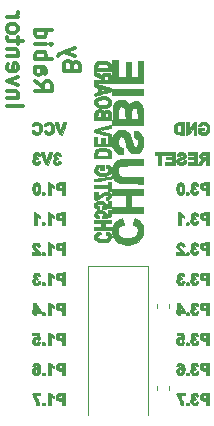
<source format=gbr>
G04 #@! TF.GenerationSoftware,KiCad,Pcbnew,(5.0.0)*
G04 #@! TF.CreationDate,2020-05-05T15:14:54+01:00*
G04 #@! TF.ProjectId,CH552-USB-Devboard,43483535322D5553422D446576626F61,rev?*
G04 #@! TF.SameCoordinates,Original*
G04 #@! TF.FileFunction,Legend,Bot*
G04 #@! TF.FilePolarity,Positive*
%FSLAX46Y46*%
G04 Gerber Fmt 4.6, Leading zero omitted, Abs format (unit mm)*
G04 Created by KiCad (PCBNEW (5.0.0)) date 05/05/20 15:14:54*
%MOMM*%
%LPD*%
G01*
G04 APERTURE LIST*
%ADD10C,0.300000*%
%ADD11C,0.120000*%
%ADD12C,0.010000*%
G04 APERTURE END LIST*
D10*
X81100000Y-70933333D02*
X81033333Y-70733333D01*
X80966666Y-70666666D01*
X80833333Y-70600000D01*
X80633333Y-70600000D01*
X80500000Y-70666666D01*
X80433333Y-70733333D01*
X80366666Y-70866666D01*
X80366666Y-71400000D01*
X81766666Y-71400000D01*
X81766666Y-70933333D01*
X81700000Y-70800000D01*
X81633333Y-70733333D01*
X81500000Y-70666666D01*
X81366666Y-70666666D01*
X81233333Y-70733333D01*
X81166666Y-70800000D01*
X81100000Y-70933333D01*
X81100000Y-71400000D01*
X81300000Y-70133333D02*
X80366666Y-69800000D01*
X81300000Y-69466666D02*
X80366666Y-69800000D01*
X80033333Y-69933333D01*
X79966666Y-70000000D01*
X79900000Y-70133333D01*
X77966666Y-72300000D02*
X78633333Y-72766666D01*
X77966666Y-73100000D02*
X79366666Y-73100000D01*
X79366666Y-72566666D01*
X79300000Y-72433333D01*
X79233333Y-72366666D01*
X79100000Y-72300000D01*
X78900000Y-72300000D01*
X78766666Y-72366666D01*
X78700000Y-72433333D01*
X78633333Y-72566666D01*
X78633333Y-73100000D01*
X77966666Y-71100000D02*
X78700000Y-71100000D01*
X78833333Y-71166666D01*
X78900000Y-71300000D01*
X78900000Y-71566666D01*
X78833333Y-71700000D01*
X78033333Y-71100000D02*
X77966666Y-71233333D01*
X77966666Y-71566666D01*
X78033333Y-71700000D01*
X78166666Y-71766666D01*
X78300000Y-71766666D01*
X78433333Y-71700000D01*
X78500000Y-71566666D01*
X78500000Y-71233333D01*
X78566666Y-71100000D01*
X77966666Y-70433333D02*
X79366666Y-70433333D01*
X78833333Y-70433333D02*
X78900000Y-70300000D01*
X78900000Y-70033333D01*
X78833333Y-69900000D01*
X78766666Y-69833333D01*
X78633333Y-69766666D01*
X78233333Y-69766666D01*
X78100000Y-69833333D01*
X78033333Y-69900000D01*
X77966666Y-70033333D01*
X77966666Y-70300000D01*
X78033333Y-70433333D01*
X77966666Y-69166666D02*
X78900000Y-69166666D01*
X79366666Y-69166666D02*
X79300000Y-69233333D01*
X79233333Y-69166666D01*
X79300000Y-69100000D01*
X79366666Y-69166666D01*
X79233333Y-69166666D01*
X77966666Y-67900000D02*
X79366666Y-67900000D01*
X78033333Y-67900000D02*
X77966666Y-68033333D01*
X77966666Y-68300000D01*
X78033333Y-68433333D01*
X78100000Y-68500000D01*
X78233333Y-68566666D01*
X78633333Y-68566666D01*
X78766666Y-68500000D01*
X78833333Y-68433333D01*
X78900000Y-68300000D01*
X78900000Y-68033333D01*
X78833333Y-67900000D01*
X75566666Y-74366666D02*
X76966666Y-74366666D01*
X76500000Y-73700000D02*
X75566666Y-73700000D01*
X76366666Y-73700000D02*
X76433333Y-73633333D01*
X76500000Y-73500000D01*
X76500000Y-73300000D01*
X76433333Y-73166666D01*
X76300000Y-73100000D01*
X75566666Y-73100000D01*
X76500000Y-72566666D02*
X75566666Y-72233333D01*
X76500000Y-71900000D01*
X75633333Y-70833333D02*
X75566666Y-70966666D01*
X75566666Y-71233333D01*
X75633333Y-71366666D01*
X75766666Y-71433333D01*
X76300000Y-71433333D01*
X76433333Y-71366666D01*
X76500000Y-71233333D01*
X76500000Y-70966666D01*
X76433333Y-70833333D01*
X76300000Y-70766666D01*
X76166666Y-70766666D01*
X76033333Y-71433333D01*
X76500000Y-70166666D02*
X75566666Y-70166666D01*
X76366666Y-70166666D02*
X76433333Y-70100000D01*
X76500000Y-69966666D01*
X76500000Y-69766666D01*
X76433333Y-69633333D01*
X76300000Y-69566666D01*
X75566666Y-69566666D01*
X76500000Y-69100000D02*
X76500000Y-68566666D01*
X76966666Y-68900000D02*
X75766666Y-68900000D01*
X75633333Y-68833333D01*
X75566666Y-68700000D01*
X75566666Y-68566666D01*
X75566666Y-67900000D02*
X75633333Y-68033333D01*
X75700000Y-68100000D01*
X75833333Y-68166666D01*
X76233333Y-68166666D01*
X76366666Y-68100000D01*
X76433333Y-68033333D01*
X76500000Y-67900000D01*
X76500000Y-67700000D01*
X76433333Y-67566666D01*
X76366666Y-67500000D01*
X76233333Y-67433333D01*
X75833333Y-67433333D01*
X75700000Y-67500000D01*
X75633333Y-67566666D01*
X75566666Y-67700000D01*
X75566666Y-67900000D01*
X75566666Y-66833333D02*
X76500000Y-66833333D01*
X76233333Y-66833333D02*
X76366666Y-66766666D01*
X76433333Y-66700000D01*
X76500000Y-66566666D01*
X76500000Y-66433333D01*
D11*
G04 #@! TO.C,C5*
X88290000Y-91496267D02*
X88290000Y-91153733D01*
X89310000Y-91496267D02*
X89310000Y-91153733D01*
G04 #@! TO.C,C6*
X89310000Y-98396267D02*
X89310000Y-98053733D01*
X88290000Y-98396267D02*
X88290000Y-98053733D01*
G04 #@! TO.C,Y1*
X82450000Y-100550000D02*
X82450000Y-87950000D01*
X82450000Y-87950000D02*
X87550000Y-87950000D01*
X87550000Y-87950000D02*
X87550000Y-100550000D01*
D12*
G04 #@! TO.C,G\002A\002A\002A*
G36*
X83432660Y-70550040D02*
X83266438Y-70589243D01*
X83220869Y-70607418D01*
X83111542Y-70670164D01*
X83038228Y-70748435D01*
X82994766Y-70855046D01*
X82974996Y-71002813D01*
X82971930Y-71125237D01*
X82971930Y-71381454D01*
X84404261Y-71381454D01*
X84404261Y-71141710D01*
X84399634Y-71036262D01*
X84117795Y-71036262D01*
X84117795Y-71158647D01*
X83226566Y-71158647D01*
X83226566Y-71081145D01*
X83243245Y-70955743D01*
X83297024Y-70866420D01*
X83393520Y-70809841D01*
X83538349Y-70782673D01*
X83731527Y-70781319D01*
X83899154Y-70796663D01*
X84012757Y-70828584D01*
X84081042Y-70882828D01*
X84112715Y-70965142D01*
X84117795Y-71036262D01*
X84399634Y-71036262D01*
X84396200Y-70958014D01*
X84368089Y-70823600D01*
X84314037Y-70725688D01*
X84228154Y-70651495D01*
X84161105Y-70614132D01*
X84013615Y-70565288D01*
X83828326Y-70538220D01*
X83627315Y-70533084D01*
X83432660Y-70550040D01*
X83432660Y-70550040D01*
G37*
X83432660Y-70550040D02*
X83266438Y-70589243D01*
X83220869Y-70607418D01*
X83111542Y-70670164D01*
X83038228Y-70748435D01*
X82994766Y-70855046D01*
X82974996Y-71002813D01*
X82971930Y-71125237D01*
X82971930Y-71381454D01*
X84404261Y-71381454D01*
X84404261Y-71141710D01*
X84399634Y-71036262D01*
X84117795Y-71036262D01*
X84117795Y-71158647D01*
X83226566Y-71158647D01*
X83226566Y-71081145D01*
X83243245Y-70955743D01*
X83297024Y-70866420D01*
X83393520Y-70809841D01*
X83538349Y-70782673D01*
X83731527Y-70781319D01*
X83899154Y-70796663D01*
X84012757Y-70828584D01*
X84081042Y-70882828D01*
X84112715Y-70965142D01*
X84117795Y-71036262D01*
X84399634Y-71036262D01*
X84396200Y-70958014D01*
X84368089Y-70823600D01*
X84314037Y-70725688D01*
X84228154Y-70651495D01*
X84161105Y-70614132D01*
X84013615Y-70565288D01*
X83828326Y-70538220D01*
X83627315Y-70533084D01*
X83432660Y-70550040D01*
G36*
X82978949Y-71505315D02*
X82972622Y-71576661D01*
X82972007Y-71612218D01*
X82972085Y-71747494D01*
X83250516Y-71890727D01*
X83389976Y-71966238D01*
X83478928Y-72024627D01*
X83526004Y-72072323D01*
X83539119Y-72105577D01*
X83541017Y-72139375D01*
X83527184Y-72160416D01*
X83485878Y-72171719D01*
X83405353Y-72176304D01*
X83273867Y-72177192D01*
X83260610Y-72177193D01*
X82971930Y-72177193D01*
X82971930Y-72400000D01*
X84410055Y-72400000D01*
X84399201Y-72066601D01*
X84396902Y-72024411D01*
X84117795Y-72024411D01*
X84117795Y-72177193D01*
X83799499Y-72177193D01*
X83799499Y-72056957D01*
X83818421Y-71934978D01*
X83869301Y-71844232D01*
X83943311Y-71798274D01*
X83970000Y-71795238D01*
X84050774Y-71813586D01*
X84098067Y-71873847D01*
X84116923Y-71983845D01*
X84117795Y-72024411D01*
X84396902Y-72024411D01*
X84389247Y-71883984D01*
X84368434Y-71755025D01*
X84329557Y-71669827D01*
X84265412Y-71618496D01*
X84168793Y-71591134D01*
X84043864Y-71578549D01*
X83868712Y-71583172D01*
X83734534Y-71620002D01*
X83648113Y-71686537D01*
X83623809Y-71733555D01*
X83602657Y-71779027D01*
X83571165Y-71770205D01*
X83548441Y-71750733D01*
X83501581Y-71719959D01*
X83416156Y-71672997D01*
X83308637Y-71617920D01*
X83195493Y-71562803D01*
X83093197Y-71515720D01*
X83018219Y-71484746D01*
X82989931Y-71476943D01*
X82978949Y-71505315D01*
X82978949Y-71505315D01*
G37*
X82978949Y-71505315D02*
X82972622Y-71576661D01*
X82972007Y-71612218D01*
X82972085Y-71747494D01*
X83250516Y-71890727D01*
X83389976Y-71966238D01*
X83478928Y-72024627D01*
X83526004Y-72072323D01*
X83539119Y-72105577D01*
X83541017Y-72139375D01*
X83527184Y-72160416D01*
X83485878Y-72171719D01*
X83405353Y-72176304D01*
X83273867Y-72177192D01*
X83260610Y-72177193D01*
X82971930Y-72177193D01*
X82971930Y-72400000D01*
X84410055Y-72400000D01*
X84399201Y-72066601D01*
X84396902Y-72024411D01*
X84117795Y-72024411D01*
X84117795Y-72177193D01*
X83799499Y-72177193D01*
X83799499Y-72056957D01*
X83818421Y-71934978D01*
X83869301Y-71844232D01*
X83943311Y-71798274D01*
X83970000Y-71795238D01*
X84050774Y-71813586D01*
X84098067Y-71873847D01*
X84116923Y-71983845D01*
X84117795Y-72024411D01*
X84396902Y-72024411D01*
X84389247Y-71883984D01*
X84368434Y-71755025D01*
X84329557Y-71669827D01*
X84265412Y-71618496D01*
X84168793Y-71591134D01*
X84043864Y-71578549D01*
X83868712Y-71583172D01*
X83734534Y-71620002D01*
X83648113Y-71686537D01*
X83623809Y-71733555D01*
X83602657Y-71779027D01*
X83571165Y-71770205D01*
X83548441Y-71750733D01*
X83501581Y-71719959D01*
X83416156Y-71672997D01*
X83308637Y-71617920D01*
X83195493Y-71562803D01*
X83093197Y-71515720D01*
X83018219Y-71484746D01*
X82989931Y-71476943D01*
X82978949Y-71505315D01*
G36*
X84499749Y-72463660D02*
X87077945Y-72463660D01*
X87077945Y-70553885D01*
X86632331Y-70553885D01*
X86632331Y-71922557D01*
X86091228Y-71922557D01*
X86091228Y-70649374D01*
X85645614Y-70649374D01*
X85645614Y-71922557D01*
X84977193Y-71922557D01*
X84977193Y-70522056D01*
X84499749Y-70522056D01*
X84499749Y-72463660D01*
X84499749Y-72463660D01*
G37*
X84499749Y-72463660D02*
X87077945Y-72463660D01*
X87077945Y-70553885D01*
X86632331Y-70553885D01*
X86632331Y-71922557D01*
X86091228Y-71922557D01*
X86091228Y-70649374D01*
X85645614Y-70649374D01*
X85645614Y-71922557D01*
X84977193Y-71922557D01*
X84977193Y-70522056D01*
X84499749Y-70522056D01*
X84499749Y-72463660D01*
G36*
X84499749Y-73450376D02*
X87077945Y-73450376D01*
X87077945Y-72909274D01*
X84499749Y-72909274D01*
X84499749Y-73450376D01*
X84499749Y-73450376D01*
G37*
X84499749Y-73450376D02*
X87077945Y-73450376D01*
X87077945Y-72909274D01*
X84499749Y-72909274D01*
X84499749Y-73450376D01*
G36*
X82980126Y-72523701D02*
X82972413Y-72593970D01*
X82971930Y-72619633D01*
X82974944Y-72693149D01*
X82994524Y-72734580D01*
X83046479Y-72760050D01*
X83131078Y-72781955D01*
X83290226Y-72820134D01*
X83290226Y-73192040D01*
X83139035Y-73234561D01*
X83048096Y-73263750D01*
X83001894Y-73295859D01*
X82983150Y-73348160D01*
X82977966Y-73395559D01*
X82974386Y-73444780D01*
X82978229Y-73479501D01*
X82997268Y-73499358D01*
X83039282Y-73503983D01*
X83112044Y-73493010D01*
X83223332Y-73466072D01*
X83380922Y-73422804D01*
X83576692Y-73367348D01*
X83824094Y-73297425D01*
X84017149Y-73242813D01*
X84162517Y-73200636D01*
X84266858Y-73168019D01*
X84336832Y-73142085D01*
X84379097Y-73119960D01*
X84400314Y-73098766D01*
X84407141Y-73075630D01*
X84406239Y-73047675D01*
X84404345Y-73013407D01*
X83974561Y-73013407D01*
X83783584Y-73068981D01*
X83679859Y-73098689D01*
X83601420Y-73120275D01*
X83568734Y-73128318D01*
X83553187Y-73102895D01*
X83545161Y-73035309D01*
X83544862Y-73017226D01*
X83545061Y-72962299D01*
X83553221Y-72929517D01*
X83580690Y-72917446D01*
X83638816Y-72924654D01*
X83738946Y-72949705D01*
X83847243Y-72979018D01*
X83974561Y-73013407D01*
X84404345Y-73013407D01*
X84404268Y-73012025D01*
X84404261Y-73009997D01*
X84404261Y-72889691D01*
X83710422Y-72692590D01*
X83510104Y-72635954D01*
X83330479Y-72585679D01*
X83180522Y-72544238D01*
X83069212Y-72514099D01*
X83005526Y-72497735D01*
X82994257Y-72495489D01*
X82980126Y-72523701D01*
X82980126Y-72523701D01*
G37*
X82980126Y-72523701D02*
X82972413Y-72593970D01*
X82971930Y-72619633D01*
X82974944Y-72693149D01*
X82994524Y-72734580D01*
X83046479Y-72760050D01*
X83131078Y-72781955D01*
X83290226Y-72820134D01*
X83290226Y-73192040D01*
X83139035Y-73234561D01*
X83048096Y-73263750D01*
X83001894Y-73295859D01*
X82983150Y-73348160D01*
X82977966Y-73395559D01*
X82974386Y-73444780D01*
X82978229Y-73479501D01*
X82997268Y-73499358D01*
X83039282Y-73503983D01*
X83112044Y-73493010D01*
X83223332Y-73466072D01*
X83380922Y-73422804D01*
X83576692Y-73367348D01*
X83824094Y-73297425D01*
X84017149Y-73242813D01*
X84162517Y-73200636D01*
X84266858Y-73168019D01*
X84336832Y-73142085D01*
X84379097Y-73119960D01*
X84400314Y-73098766D01*
X84407141Y-73075630D01*
X84406239Y-73047675D01*
X84404345Y-73013407D01*
X83974561Y-73013407D01*
X83783584Y-73068981D01*
X83679859Y-73098689D01*
X83601420Y-73120275D01*
X83568734Y-73128318D01*
X83553187Y-73102895D01*
X83545161Y-73035309D01*
X83544862Y-73017226D01*
X83545061Y-72962299D01*
X83553221Y-72929517D01*
X83580690Y-72917446D01*
X83638816Y-72924654D01*
X83738946Y-72949705D01*
X83847243Y-72979018D01*
X83974561Y-73013407D01*
X84404345Y-73013407D01*
X84404268Y-73012025D01*
X84404261Y-73009997D01*
X84404261Y-72889691D01*
X83710422Y-72692590D01*
X83510104Y-72635954D01*
X83330479Y-72585679D01*
X83180522Y-72544238D01*
X83069212Y-72514099D01*
X83005526Y-72497735D01*
X82994257Y-72495489D01*
X82980126Y-72523701D01*
G36*
X83586377Y-73555202D02*
X83357394Y-73594788D01*
X83172794Y-73674667D01*
X83036103Y-73793240D01*
X83022494Y-73810793D01*
X82969692Y-73928827D01*
X82954706Y-74071105D01*
X82977600Y-74210611D01*
X83021329Y-74299483D01*
X83130122Y-74400186D01*
X83285975Y-74477743D01*
X83475428Y-74528761D01*
X83685023Y-74549845D01*
X83901301Y-74537599D01*
X83940834Y-74531433D01*
X84124001Y-74475373D01*
X84268547Y-74381556D01*
X84368444Y-74257738D01*
X84417664Y-74111677D01*
X84414576Y-74045451D01*
X84140828Y-74045451D01*
X84119976Y-74142932D01*
X84044226Y-74227382D01*
X83980013Y-74263375D01*
X83853632Y-74296727D01*
X83698150Y-74307778D01*
X83541140Y-74296964D01*
X83410177Y-74264718D01*
X83386056Y-74254024D01*
X83294154Y-74184722D01*
X83239428Y-74096395D01*
X83230399Y-74006579D01*
X83246087Y-73965927D01*
X83324451Y-73892021D01*
X83446419Y-73837863D01*
X83594358Y-73805811D01*
X83750633Y-73798225D01*
X83897610Y-73817461D01*
X84013494Y-73863292D01*
X84105696Y-73947913D01*
X84140828Y-74045451D01*
X84414576Y-74045451D01*
X84410177Y-73951129D01*
X84405716Y-73933224D01*
X84336793Y-73794671D01*
X84216381Y-73684051D01*
X84051704Y-73604696D01*
X83849987Y-73559940D01*
X83618456Y-73553117D01*
X83586377Y-73555202D01*
X83586377Y-73555202D01*
G37*
X83586377Y-73555202D02*
X83357394Y-73594788D01*
X83172794Y-73674667D01*
X83036103Y-73793240D01*
X83022494Y-73810793D01*
X82969692Y-73928827D01*
X82954706Y-74071105D01*
X82977600Y-74210611D01*
X83021329Y-74299483D01*
X83130122Y-74400186D01*
X83285975Y-74477743D01*
X83475428Y-74528761D01*
X83685023Y-74549845D01*
X83901301Y-74537599D01*
X83940834Y-74531433D01*
X84124001Y-74475373D01*
X84268547Y-74381556D01*
X84368444Y-74257738D01*
X84417664Y-74111677D01*
X84414576Y-74045451D01*
X84140828Y-74045451D01*
X84119976Y-74142932D01*
X84044226Y-74227382D01*
X83980013Y-74263375D01*
X83853632Y-74296727D01*
X83698150Y-74307778D01*
X83541140Y-74296964D01*
X83410177Y-74264718D01*
X83386056Y-74254024D01*
X83294154Y-74184722D01*
X83239428Y-74096395D01*
X83230399Y-74006579D01*
X83246087Y-73965927D01*
X83324451Y-73892021D01*
X83446419Y-73837863D01*
X83594358Y-73805811D01*
X83750633Y-73798225D01*
X83897610Y-73817461D01*
X84013494Y-73863292D01*
X84105696Y-73947913D01*
X84140828Y-74045451D01*
X84414576Y-74045451D01*
X84410177Y-73951129D01*
X84405716Y-73933224D01*
X84336793Y-73794671D01*
X84216381Y-73684051D01*
X84051704Y-73604696D01*
X83849987Y-73559940D01*
X83618456Y-73553117D01*
X83586377Y-73555202D01*
G36*
X83190069Y-74691787D02*
X83155794Y-74705601D01*
X83078215Y-74753002D01*
X83025280Y-74816425D01*
X82992748Y-74907701D01*
X82976379Y-75038657D01*
X82971930Y-75218415D01*
X82971930Y-75519299D01*
X84404261Y-75519299D01*
X84403791Y-75240790D01*
X84402514Y-75203075D01*
X84149624Y-75203075D01*
X84146109Y-75257932D01*
X84124741Y-75285574D01*
X84069285Y-75295319D01*
X83986862Y-75296492D01*
X83824100Y-75296492D01*
X83846728Y-75145301D01*
X83847944Y-75138077D01*
X83576692Y-75138077D01*
X83576692Y-75296492D01*
X83226566Y-75296492D01*
X83226566Y-75187160D01*
X83243303Y-75045018D01*
X83289668Y-74946581D01*
X83359892Y-74897331D01*
X83448205Y-74902752D01*
X83498676Y-74928546D01*
X83547185Y-74971234D01*
X83570393Y-75030484D01*
X83576670Y-75128774D01*
X83576692Y-75138077D01*
X83847944Y-75138077D01*
X83864943Y-75037132D01*
X83885595Y-74977593D01*
X83919352Y-74952193D01*
X83976881Y-74946436D01*
X83993143Y-74946366D01*
X84078395Y-74973508D01*
X84130517Y-75054959D01*
X84149532Y-75190758D01*
X84149624Y-75203075D01*
X84402514Y-75203075D01*
X84398937Y-75097543D01*
X84386309Y-74975328D01*
X84368063Y-74893337D01*
X84363562Y-74882707D01*
X84284234Y-74789630D01*
X84166650Y-74729253D01*
X84029350Y-74705528D01*
X83890879Y-74722409D01*
X83799889Y-74762532D01*
X83744859Y-74782181D01*
X83691117Y-74755859D01*
X83673468Y-74740639D01*
X83582663Y-74692812D01*
X83455806Y-74667643D01*
X83316930Y-74666759D01*
X83190069Y-74691787D01*
X83190069Y-74691787D01*
G37*
X83190069Y-74691787D02*
X83155794Y-74705601D01*
X83078215Y-74753002D01*
X83025280Y-74816425D01*
X82992748Y-74907701D01*
X82976379Y-75038657D01*
X82971930Y-75218415D01*
X82971930Y-75519299D01*
X84404261Y-75519299D01*
X84403791Y-75240790D01*
X84402514Y-75203075D01*
X84149624Y-75203075D01*
X84146109Y-75257932D01*
X84124741Y-75285574D01*
X84069285Y-75295319D01*
X83986862Y-75296492D01*
X83824100Y-75296492D01*
X83846728Y-75145301D01*
X83847944Y-75138077D01*
X83576692Y-75138077D01*
X83576692Y-75296492D01*
X83226566Y-75296492D01*
X83226566Y-75187160D01*
X83243303Y-75045018D01*
X83289668Y-74946581D01*
X83359892Y-74897331D01*
X83448205Y-74902752D01*
X83498676Y-74928546D01*
X83547185Y-74971234D01*
X83570393Y-75030484D01*
X83576670Y-75128774D01*
X83576692Y-75138077D01*
X83847944Y-75138077D01*
X83864943Y-75037132D01*
X83885595Y-74977593D01*
X83919352Y-74952193D01*
X83976881Y-74946436D01*
X83993143Y-74946366D01*
X84078395Y-74973508D01*
X84130517Y-75054959D01*
X84149532Y-75190758D01*
X84149624Y-75203075D01*
X84402514Y-75203075D01*
X84398937Y-75097543D01*
X84386309Y-74975328D01*
X84368063Y-74893337D01*
X84363562Y-74882707D01*
X84284234Y-74789630D01*
X84166650Y-74729253D01*
X84029350Y-74705528D01*
X83890879Y-74722409D01*
X83799889Y-74762532D01*
X83744859Y-74782181D01*
X83691117Y-74755859D01*
X83673468Y-74740639D01*
X83582663Y-74692812D01*
X83455806Y-74667643D01*
X83316930Y-74666759D01*
X83190069Y-74691787D01*
G36*
X85061541Y-73883705D02*
X84876872Y-73956661D01*
X84723919Y-74069502D01*
X84613240Y-74215067D01*
X84566404Y-74333229D01*
X84556610Y-74398446D01*
X84546144Y-74516775D01*
X84535643Y-74677682D01*
X84525742Y-74870636D01*
X84517078Y-75085102D01*
X84512588Y-75224875D01*
X84490284Y-75996742D01*
X87082917Y-75996742D01*
X87075590Y-75455639D01*
X86638877Y-75455639D01*
X86059399Y-75455639D01*
X85620030Y-75455639D01*
X84977193Y-75455639D01*
X84977193Y-75078434D01*
X84981041Y-74866964D01*
X84994192Y-74709400D01*
X85019057Y-74596366D01*
X85058046Y-74518482D01*
X85113571Y-74466370D01*
X85138211Y-74452041D01*
X85268844Y-74409442D01*
X85387377Y-74427469D01*
X85493921Y-74498113D01*
X85597870Y-74590962D01*
X85608950Y-75023301D01*
X85620030Y-75455639D01*
X86059399Y-75455639D01*
X86061296Y-75193045D01*
X86069086Y-74957384D01*
X86089320Y-74778950D01*
X86123062Y-74652338D01*
X86171374Y-74572141D01*
X86186091Y-74558517D01*
X86294900Y-74507658D01*
X86413764Y-74514411D01*
X86527110Y-74577561D01*
X86564122Y-74611665D01*
X86589541Y-74647111D01*
X86605979Y-74696301D01*
X86616046Y-74771633D01*
X86622355Y-74885509D01*
X86627515Y-75050328D01*
X86627646Y-75055004D01*
X86638877Y-75455639D01*
X87075590Y-75455639D01*
X87072464Y-75224875D01*
X87068871Y-74981721D01*
X87064968Y-74793375D01*
X87059954Y-74650990D01*
X87053032Y-74545717D01*
X87043401Y-74468708D01*
X87030264Y-74411113D01*
X87012819Y-74364085D01*
X86990698Y-74319576D01*
X86876063Y-74164246D01*
X86729172Y-74053614D01*
X86561753Y-73989724D01*
X86385533Y-73974621D01*
X86212239Y-74010349D01*
X86053599Y-74098951D01*
X85999659Y-74146846D01*
X85884614Y-74262030D01*
X85788986Y-74121014D01*
X85664822Y-73981491D01*
X85514294Y-73895820D01*
X85328775Y-73859648D01*
X85267367Y-73857795D01*
X85061541Y-73883705D01*
X85061541Y-73883705D01*
G37*
X85061541Y-73883705D02*
X84876872Y-73956661D01*
X84723919Y-74069502D01*
X84613240Y-74215067D01*
X84566404Y-74333229D01*
X84556610Y-74398446D01*
X84546144Y-74516775D01*
X84535643Y-74677682D01*
X84525742Y-74870636D01*
X84517078Y-75085102D01*
X84512588Y-75224875D01*
X84490284Y-75996742D01*
X87082917Y-75996742D01*
X87075590Y-75455639D01*
X86638877Y-75455639D01*
X86059399Y-75455639D01*
X85620030Y-75455639D01*
X84977193Y-75455639D01*
X84977193Y-75078434D01*
X84981041Y-74866964D01*
X84994192Y-74709400D01*
X85019057Y-74596366D01*
X85058046Y-74518482D01*
X85113571Y-74466370D01*
X85138211Y-74452041D01*
X85268844Y-74409442D01*
X85387377Y-74427469D01*
X85493921Y-74498113D01*
X85597870Y-74590962D01*
X85608950Y-75023301D01*
X85620030Y-75455639D01*
X86059399Y-75455639D01*
X86061296Y-75193045D01*
X86069086Y-74957384D01*
X86089320Y-74778950D01*
X86123062Y-74652338D01*
X86171374Y-74572141D01*
X86186091Y-74558517D01*
X86294900Y-74507658D01*
X86413764Y-74514411D01*
X86527110Y-74577561D01*
X86564122Y-74611665D01*
X86589541Y-74647111D01*
X86605979Y-74696301D01*
X86616046Y-74771633D01*
X86622355Y-74885509D01*
X86627515Y-75050328D01*
X86627646Y-75055004D01*
X86638877Y-75455639D01*
X87075590Y-75455639D01*
X87072464Y-75224875D01*
X87068871Y-74981721D01*
X87064968Y-74793375D01*
X87059954Y-74650990D01*
X87053032Y-74545717D01*
X87043401Y-74468708D01*
X87030264Y-74411113D01*
X87012819Y-74364085D01*
X86990698Y-74319576D01*
X86876063Y-74164246D01*
X86729172Y-74053614D01*
X86561753Y-73989724D01*
X86385533Y-73974621D01*
X86212239Y-74010349D01*
X86053599Y-74098951D01*
X85999659Y-74146846D01*
X85884614Y-74262030D01*
X85788986Y-74121014D01*
X85664822Y-73981491D01*
X85514294Y-73895820D01*
X85328775Y-73859648D01*
X85267367Y-73857795D01*
X85061541Y-73883705D01*
G36*
X80216020Y-76100188D02*
X80096701Y-76458271D01*
X79980143Y-76108146D01*
X79863584Y-75758020D01*
X79746704Y-75748142D01*
X79661159Y-75750003D01*
X79630125Y-75775850D01*
X79629825Y-75780239D01*
X79640150Y-75823325D01*
X79668658Y-75914966D01*
X79711645Y-76043939D01*
X79765408Y-76199020D01*
X79801104Y-76299391D01*
X79972383Y-76776567D01*
X80099151Y-76786143D01*
X80225918Y-76795718D01*
X80405738Y-76292784D01*
X80465348Y-76124638D01*
X80516557Y-75977471D01*
X80555820Y-75861687D01*
X80579596Y-75787691D01*
X80585135Y-75765978D01*
X80556631Y-75750892D01*
X80486123Y-75742635D01*
X80460025Y-75742106D01*
X80335339Y-75742106D01*
X80216020Y-76100188D01*
X80216020Y-76100188D01*
G37*
X80216020Y-76100188D02*
X80096701Y-76458271D01*
X79980143Y-76108146D01*
X79863584Y-75758020D01*
X79746704Y-75748142D01*
X79661159Y-75750003D01*
X79630125Y-75775850D01*
X79629825Y-75780239D01*
X79640150Y-75823325D01*
X79668658Y-75914966D01*
X79711645Y-76043939D01*
X79765408Y-76199020D01*
X79801104Y-76299391D01*
X79972383Y-76776567D01*
X80099151Y-76786143D01*
X80225918Y-76795718D01*
X80405738Y-76292784D01*
X80465348Y-76124638D01*
X80516557Y-75977471D01*
X80555820Y-75861687D01*
X80579596Y-75787691D01*
X80585135Y-75765978D01*
X80556631Y-75750892D01*
X80486123Y-75742635D01*
X80460025Y-75742106D01*
X80335339Y-75742106D01*
X80216020Y-76100188D01*
G36*
X90262330Y-75747429D02*
X90113153Y-75754954D01*
X90012408Y-75765497D01*
X89944871Y-75782514D01*
X89895315Y-75809460D01*
X89860358Y-75838662D01*
X89757472Y-75974727D01*
X89700123Y-76142500D01*
X89690565Y-76327005D01*
X89731054Y-76513271D01*
X89751308Y-76562915D01*
X89809637Y-76659890D01*
X89888890Y-76726761D01*
X90000064Y-76768066D01*
X90154154Y-76788343D01*
X90307624Y-76792482D01*
X90579198Y-76792482D01*
X90579198Y-75964913D01*
X90324561Y-75964913D01*
X90324561Y-76601504D01*
X90217450Y-76601504D01*
X90110499Y-76580083D01*
X90026473Y-76535535D01*
X89977456Y-76488430D01*
X89952221Y-76432146D01*
X89943295Y-76344619D01*
X89942607Y-76287980D01*
X89953386Y-76137150D01*
X89989847Y-76038612D01*
X90058176Y-75984058D01*
X90164557Y-75965181D01*
X90183133Y-75964913D01*
X90324561Y-75964913D01*
X90579198Y-75964913D01*
X90579198Y-75734702D01*
X90262330Y-75747429D01*
X90262330Y-75747429D01*
G37*
X90262330Y-75747429D02*
X90113153Y-75754954D01*
X90012408Y-75765497D01*
X89944871Y-75782514D01*
X89895315Y-75809460D01*
X89860358Y-75838662D01*
X89757472Y-75974727D01*
X89700123Y-76142500D01*
X89690565Y-76327005D01*
X89731054Y-76513271D01*
X89751308Y-76562915D01*
X89809637Y-76659890D01*
X89888890Y-76726761D01*
X90000064Y-76768066D01*
X90154154Y-76788343D01*
X90307624Y-76792482D01*
X90579198Y-76792482D01*
X90579198Y-75964913D01*
X90324561Y-75964913D01*
X90324561Y-76601504D01*
X90217450Y-76601504D01*
X90110499Y-76580083D01*
X90026473Y-76535535D01*
X89977456Y-76488430D01*
X89952221Y-76432146D01*
X89943295Y-76344619D01*
X89942607Y-76287980D01*
X89953386Y-76137150D01*
X89989847Y-76038612D01*
X90058176Y-75984058D01*
X90164557Y-75965181D01*
X90183133Y-75964913D01*
X90324561Y-75964913D01*
X90579198Y-75964913D01*
X90579198Y-75734702D01*
X90262330Y-75747429D01*
G36*
X90770175Y-76796324D02*
X90886903Y-76786446D01*
X90939997Y-76778795D01*
X90983531Y-76759635D01*
X91027005Y-76719153D01*
X91079920Y-76647535D01*
X91151777Y-76534970D01*
X91189237Y-76474186D01*
X91374843Y-76171805D01*
X91374890Y-76482143D01*
X91374937Y-76792482D01*
X91597744Y-76792482D01*
X91597744Y-75742106D01*
X91478384Y-75743124D01*
X91426123Y-75745685D01*
X91384674Y-75758534D01*
X91344985Y-75790974D01*
X91298006Y-75852307D01*
X91234688Y-75951836D01*
X91168045Y-76062117D01*
X90977068Y-76380091D01*
X90967997Y-76061098D01*
X90958926Y-75742106D01*
X90770175Y-75742106D01*
X90770175Y-76796324D01*
X90770175Y-76796324D01*
G37*
X90770175Y-76796324D02*
X90886903Y-76786446D01*
X90939997Y-76778795D01*
X90983531Y-76759635D01*
X91027005Y-76719153D01*
X91079920Y-76647535D01*
X91151777Y-76534970D01*
X91189237Y-76474186D01*
X91374843Y-76171805D01*
X91374890Y-76482143D01*
X91374937Y-76792482D01*
X91597744Y-76792482D01*
X91597744Y-75742106D01*
X91478384Y-75743124D01*
X91426123Y-75745685D01*
X91384674Y-75758534D01*
X91344985Y-75790974D01*
X91298006Y-75852307D01*
X91234688Y-75951836D01*
X91168045Y-76062117D01*
X90977068Y-76380091D01*
X90967997Y-76061098D01*
X90958926Y-75742106D01*
X90770175Y-75742106D01*
X90770175Y-76796324D01*
G36*
X77900230Y-75753407D02*
X77840537Y-75782007D01*
X77791778Y-75819775D01*
X77707931Y-75906971D01*
X77667473Y-75986229D01*
X77674760Y-76046809D01*
X77692772Y-76063888D01*
X77786769Y-76090338D01*
X77881925Y-76055012D01*
X77929730Y-76012657D01*
X78017997Y-75946826D01*
X78108329Y-75942649D01*
X78207899Y-75999984D01*
X78216181Y-76006968D01*
X78267644Y-76060755D01*
X78293399Y-76122684D01*
X78301734Y-76216709D01*
X78302077Y-76255200D01*
X78295359Y-76367268D01*
X78278186Y-76462477D01*
X78264781Y-76499236D01*
X78197802Y-76567467D01*
X78106484Y-76594119D01*
X78011159Y-76581370D01*
X77932161Y-76531398D01*
X77892540Y-76459354D01*
X77874963Y-76399506D01*
X77864582Y-76378697D01*
X77793336Y-76395060D01*
X77719329Y-76434096D01*
X77667090Y-76480725D01*
X77656391Y-76506687D01*
X77679011Y-76573943D01*
X77734441Y-76655763D01*
X77804035Y-76729226D01*
X77869147Y-76771415D01*
X77872639Y-76772489D01*
X78034282Y-76804688D01*
X78167719Y-76798720D01*
X78237582Y-76779185D01*
X78326546Y-76742062D01*
X78393481Y-76705374D01*
X78401756Y-76699176D01*
X78473593Y-76603928D01*
X78522470Y-76468018D01*
X78545412Y-76311225D01*
X78539443Y-76153327D01*
X78503977Y-76019592D01*
X78425750Y-75886335D01*
X78319628Y-75801352D01*
X78174002Y-75757005D01*
X78091429Y-75748203D01*
X77976016Y-75744012D01*
X77900230Y-75753407D01*
X77900230Y-75753407D01*
G37*
X77900230Y-75753407D02*
X77840537Y-75782007D01*
X77791778Y-75819775D01*
X77707931Y-75906971D01*
X77667473Y-75986229D01*
X77674760Y-76046809D01*
X77692772Y-76063888D01*
X77786769Y-76090338D01*
X77881925Y-76055012D01*
X77929730Y-76012657D01*
X78017997Y-75946826D01*
X78108329Y-75942649D01*
X78207899Y-75999984D01*
X78216181Y-76006968D01*
X78267644Y-76060755D01*
X78293399Y-76122684D01*
X78301734Y-76216709D01*
X78302077Y-76255200D01*
X78295359Y-76367268D01*
X78278186Y-76462477D01*
X78264781Y-76499236D01*
X78197802Y-76567467D01*
X78106484Y-76594119D01*
X78011159Y-76581370D01*
X77932161Y-76531398D01*
X77892540Y-76459354D01*
X77874963Y-76399506D01*
X77864582Y-76378697D01*
X77793336Y-76395060D01*
X77719329Y-76434096D01*
X77667090Y-76480725D01*
X77656391Y-76506687D01*
X77679011Y-76573943D01*
X77734441Y-76655763D01*
X77804035Y-76729226D01*
X77869147Y-76771415D01*
X77872639Y-76772489D01*
X78034282Y-76804688D01*
X78167719Y-76798720D01*
X78237582Y-76779185D01*
X78326546Y-76742062D01*
X78393481Y-76705374D01*
X78401756Y-76699176D01*
X78473593Y-76603928D01*
X78522470Y-76468018D01*
X78545412Y-76311225D01*
X78539443Y-76153327D01*
X78503977Y-76019592D01*
X78425750Y-75886335D01*
X78319628Y-75801352D01*
X78174002Y-75757005D01*
X78091429Y-75748203D01*
X77976016Y-75744012D01*
X77900230Y-75753407D01*
G36*
X78883725Y-75782831D02*
X78762990Y-75854825D01*
X78691560Y-75963381D01*
X78687993Y-75973921D01*
X78689421Y-76040452D01*
X78733483Y-76079760D01*
X78804253Y-76089589D01*
X78885807Y-76067682D01*
X78961404Y-76012657D01*
X79045429Y-75947324D01*
X79127596Y-75941605D01*
X79222010Y-75994613D01*
X79224015Y-75996184D01*
X79297479Y-76092392D01*
X79330153Y-76225149D01*
X79318935Y-76379699D01*
X79311275Y-76411470D01*
X79258377Y-76519403D01*
X79179035Y-76583016D01*
X79087889Y-76599693D01*
X78999580Y-76566818D01*
X78928749Y-76481775D01*
X78927844Y-76479989D01*
X78889767Y-76418969D01*
X78844719Y-76402994D01*
X78778384Y-76416283D01*
X78697822Y-76454220D01*
X78674937Y-76504483D01*
X78697634Y-76573202D01*
X78753287Y-76656071D01*
X78823246Y-76729974D01*
X78888857Y-76771794D01*
X78891185Y-76772489D01*
X79032308Y-76800386D01*
X79164708Y-76806694D01*
X79215623Y-76801142D01*
X79342772Y-76749016D01*
X79454825Y-76654317D01*
X79522022Y-76550050D01*
X79547066Y-76457318D01*
X79563062Y-76335080D01*
X79566165Y-76259862D01*
X79543650Y-76065183D01*
X79476995Y-75915737D01*
X79367538Y-75812843D01*
X79216616Y-75757819D01*
X79049371Y-75750121D01*
X78883725Y-75782831D01*
X78883725Y-75782831D01*
G37*
X78883725Y-75782831D02*
X78762990Y-75854825D01*
X78691560Y-75963381D01*
X78687993Y-75973921D01*
X78689421Y-76040452D01*
X78733483Y-76079760D01*
X78804253Y-76089589D01*
X78885807Y-76067682D01*
X78961404Y-76012657D01*
X79045429Y-75947324D01*
X79127596Y-75941605D01*
X79222010Y-75994613D01*
X79224015Y-75996184D01*
X79297479Y-76092392D01*
X79330153Y-76225149D01*
X79318935Y-76379699D01*
X79311275Y-76411470D01*
X79258377Y-76519403D01*
X79179035Y-76583016D01*
X79087889Y-76599693D01*
X78999580Y-76566818D01*
X78928749Y-76481775D01*
X78927844Y-76479989D01*
X78889767Y-76418969D01*
X78844719Y-76402994D01*
X78778384Y-76416283D01*
X78697822Y-76454220D01*
X78674937Y-76504483D01*
X78697634Y-76573202D01*
X78753287Y-76656071D01*
X78823246Y-76729974D01*
X78888857Y-76771794D01*
X78891185Y-76772489D01*
X79032308Y-76800386D01*
X79164708Y-76806694D01*
X79215623Y-76801142D01*
X79342772Y-76749016D01*
X79454825Y-76654317D01*
X79522022Y-76550050D01*
X79547066Y-76457318D01*
X79563062Y-76335080D01*
X79566165Y-76259862D01*
X79543650Y-76065183D01*
X79476995Y-75915737D01*
X79367538Y-75812843D01*
X79216616Y-75757819D01*
X79049371Y-75750121D01*
X78883725Y-75782831D01*
G36*
X92069287Y-75753879D02*
X91930634Y-75799292D01*
X91833088Y-75886465D01*
X91805175Y-75932041D01*
X91768047Y-76008877D01*
X91767299Y-76047622D01*
X91810487Y-76066943D01*
X91864095Y-76077628D01*
X91947294Y-76082709D01*
X92012883Y-76051965D01*
X92057182Y-76011855D01*
X92128277Y-75954248D01*
X92196652Y-75939756D01*
X92244293Y-75946215D01*
X92362231Y-75989413D01*
X92435159Y-76067626D01*
X92468973Y-76189224D01*
X92473058Y-76270934D01*
X92468700Y-76379490D01*
X92450009Y-76448609D01*
X92408556Y-76502239D01*
X92383751Y-76524686D01*
X92303192Y-76576610D01*
X92225304Y-76601199D01*
X92218144Y-76601504D01*
X92116302Y-76585630D01*
X92031813Y-76545208D01*
X91984126Y-76491040D01*
X91979699Y-76469077D01*
X91992449Y-76430356D01*
X92041180Y-76413364D01*
X92107018Y-76410527D01*
X92188655Y-76406756D01*
X92224946Y-76386322D01*
X92234135Y-76335542D01*
X92234336Y-76315038D01*
X92234336Y-76219549D01*
X91754103Y-76219549D01*
X91763455Y-76450314D01*
X91769485Y-76569824D01*
X91780304Y-76642521D01*
X91803066Y-76685207D01*
X91844922Y-76714685D01*
X91884211Y-76733988D01*
X92048707Y-76788684D01*
X92222450Y-76808021D01*
X92352900Y-76794091D01*
X92510665Y-76729392D01*
X92622260Y-76622664D01*
X92688888Y-76472141D01*
X92711757Y-76276060D01*
X92711779Y-76268860D01*
X92695241Y-76096231D01*
X92640290Y-75959649D01*
X92538921Y-75839232D01*
X92538713Y-75839037D01*
X92472055Y-75790934D01*
X92387136Y-75763140D01*
X92261947Y-75748621D01*
X92254199Y-75748115D01*
X92069287Y-75753879D01*
X92069287Y-75753879D01*
G37*
X92069287Y-75753879D02*
X91930634Y-75799292D01*
X91833088Y-75886465D01*
X91805175Y-75932041D01*
X91768047Y-76008877D01*
X91767299Y-76047622D01*
X91810487Y-76066943D01*
X91864095Y-76077628D01*
X91947294Y-76082709D01*
X92012883Y-76051965D01*
X92057182Y-76011855D01*
X92128277Y-75954248D01*
X92196652Y-75939756D01*
X92244293Y-75946215D01*
X92362231Y-75989413D01*
X92435159Y-76067626D01*
X92468973Y-76189224D01*
X92473058Y-76270934D01*
X92468700Y-76379490D01*
X92450009Y-76448609D01*
X92408556Y-76502239D01*
X92383751Y-76524686D01*
X92303192Y-76576610D01*
X92225304Y-76601199D01*
X92218144Y-76601504D01*
X92116302Y-76585630D01*
X92031813Y-76545208D01*
X91984126Y-76491040D01*
X91979699Y-76469077D01*
X91992449Y-76430356D01*
X92041180Y-76413364D01*
X92107018Y-76410527D01*
X92188655Y-76406756D01*
X92224946Y-76386322D01*
X92234135Y-76335542D01*
X92234336Y-76315038D01*
X92234336Y-76219549D01*
X91754103Y-76219549D01*
X91763455Y-76450314D01*
X91769485Y-76569824D01*
X91780304Y-76642521D01*
X91803066Y-76685207D01*
X91844922Y-76714685D01*
X91884211Y-76733988D01*
X92048707Y-76788684D01*
X92222450Y-76808021D01*
X92352900Y-76794091D01*
X92510665Y-76729392D01*
X92622260Y-76622664D01*
X92688888Y-76472141D01*
X92711757Y-76276060D01*
X92711779Y-76268860D01*
X92695241Y-76096231D01*
X92640290Y-75959649D01*
X92538921Y-75839232D01*
X92538713Y-75839037D01*
X92472055Y-75790934D01*
X92387136Y-75763140D01*
X92261947Y-75748621D01*
X92254199Y-75748115D01*
X92069287Y-75753879D01*
G36*
X84331198Y-76004256D02*
X84239462Y-76024877D01*
X84109318Y-76055721D01*
X83952372Y-76093905D01*
X83780228Y-76136546D01*
X83604491Y-76180761D01*
X83436768Y-76223667D01*
X83288662Y-76262381D01*
X83171780Y-76294019D01*
X83139035Y-76303279D01*
X83043099Y-76333209D01*
X82993399Y-76361726D01*
X82974741Y-76404110D01*
X82971930Y-76471333D01*
X82971930Y-76591280D01*
X83632394Y-76760881D01*
X83830969Y-76811872D01*
X84010932Y-76858082D01*
X84162335Y-76896958D01*
X84275230Y-76925944D01*
X84339670Y-76942487D01*
X84348559Y-76944767D01*
X84384727Y-76943367D01*
X84400952Y-76904901D01*
X84404261Y-76831762D01*
X84404261Y-76704470D01*
X83433459Y-76461026D01*
X83910902Y-76346865D01*
X84388346Y-76232704D01*
X84398225Y-76114723D01*
X84396525Y-76033173D01*
X84376800Y-75997302D01*
X84372920Y-75996742D01*
X84331198Y-76004256D01*
X84331198Y-76004256D01*
G37*
X84331198Y-76004256D02*
X84239462Y-76024877D01*
X84109318Y-76055721D01*
X83952372Y-76093905D01*
X83780228Y-76136546D01*
X83604491Y-76180761D01*
X83436768Y-76223667D01*
X83288662Y-76262381D01*
X83171780Y-76294019D01*
X83139035Y-76303279D01*
X83043099Y-76333209D01*
X82993399Y-76361726D01*
X82974741Y-76404110D01*
X82971930Y-76471333D01*
X82971930Y-76591280D01*
X83632394Y-76760881D01*
X83830969Y-76811872D01*
X84010932Y-76858082D01*
X84162335Y-76896958D01*
X84275230Y-76925944D01*
X84339670Y-76942487D01*
X84348559Y-76944767D01*
X84384727Y-76943367D01*
X84400952Y-76904901D01*
X84404261Y-76831762D01*
X84404261Y-76704470D01*
X83433459Y-76461026D01*
X83910902Y-76346865D01*
X84388346Y-76232704D01*
X84398225Y-76114723D01*
X84396525Y-76033173D01*
X84376800Y-75997302D01*
X84372920Y-75996742D01*
X84331198Y-76004256D01*
G36*
X82971930Y-77779198D02*
X84404261Y-77779198D01*
X84404261Y-77015289D01*
X84117795Y-77015289D01*
X84117795Y-77556391D01*
X83863158Y-77556391D01*
X83863158Y-77047118D01*
X83576692Y-77047118D01*
X83576692Y-77556391D01*
X83226566Y-77556391D01*
X83226566Y-76983459D01*
X82971930Y-76983459D01*
X82971930Y-77779198D01*
X82971930Y-77779198D01*
G37*
X82971930Y-77779198D02*
X84404261Y-77779198D01*
X84404261Y-77015289D01*
X84117795Y-77015289D01*
X84117795Y-77556391D01*
X83863158Y-77556391D01*
X83863158Y-77047118D01*
X83576692Y-77047118D01*
X83576692Y-77556391D01*
X83226566Y-77556391D01*
X83226566Y-76983459D01*
X82971930Y-76983459D01*
X82971930Y-77779198D01*
G36*
X85111212Y-76420085D02*
X85023541Y-76446056D01*
X84929998Y-76488437D01*
X84765359Y-76592990D01*
X84641283Y-76729248D01*
X84553639Y-76904548D01*
X84498295Y-77126231D01*
X84478344Y-77290734D01*
X84476013Y-77516345D01*
X84503403Y-77741537D01*
X84556796Y-77942947D01*
X84597154Y-78037589D01*
X84698849Y-78179394D01*
X84843789Y-78306497D01*
X85011586Y-78402338D01*
X85076466Y-78426911D01*
X85220427Y-78466931D01*
X85314403Y-78476754D01*
X85364315Y-78456633D01*
X85373456Y-78439662D01*
X85382449Y-78389224D01*
X85394021Y-78295894D01*
X85405238Y-78184392D01*
X85413705Y-78068327D01*
X85411298Y-78000588D01*
X85395655Y-77966411D01*
X85368057Y-77952071D01*
X85183532Y-77874509D01*
X85053566Y-77765837D01*
X84975274Y-77622374D01*
X84945767Y-77440439D01*
X84945363Y-77413158D01*
X84965392Y-77241277D01*
X85021263Y-77103048D01*
X85106657Y-77005866D01*
X85215256Y-76957130D01*
X85331127Y-76961661D01*
X85386209Y-76987117D01*
X85435216Y-77039108D01*
X85482276Y-77125871D01*
X85531517Y-77255643D01*
X85587065Y-77436660D01*
X85610023Y-77518201D01*
X85671812Y-77729828D01*
X85727822Y-77891213D01*
X85784077Y-78014668D01*
X85846598Y-78112508D01*
X85921407Y-78197045D01*
X85959706Y-78233142D01*
X86080177Y-78320655D01*
X86212749Y-78368984D01*
X86375168Y-78382967D01*
X86488657Y-78377362D01*
X86677642Y-78335188D01*
X86833785Y-78240796D01*
X86961939Y-78090881D01*
X86997960Y-78030404D01*
X87041384Y-77945148D01*
X87070018Y-77866957D01*
X87087682Y-77777484D01*
X87098198Y-77658383D01*
X87104402Y-77519233D01*
X87103852Y-77280260D01*
X87080488Y-77088638D01*
X87030617Y-76931000D01*
X86950544Y-76793976D01*
X86880710Y-76709806D01*
X86747597Y-76598508D01*
X86589778Y-76516940D01*
X86431211Y-76476558D01*
X86387939Y-76474186D01*
X86351804Y-76477469D01*
X86329904Y-76495804D01*
X86318681Y-76541915D01*
X86314580Y-76628528D01*
X86314035Y-76738612D01*
X86314035Y-77003038D01*
X86438148Y-77057796D01*
X86558512Y-77143594D01*
X86634691Y-77272832D01*
X86663925Y-77440611D01*
X86664160Y-77458778D01*
X86647488Y-77612616D01*
X86601821Y-77738112D01*
X86533682Y-77825513D01*
X86449595Y-77865062D01*
X86394601Y-77861866D01*
X86343239Y-77838932D01*
X86297925Y-77792441D01*
X86254449Y-77713849D01*
X86208599Y-77594614D01*
X86156162Y-77426192D01*
X86123901Y-77312773D01*
X86041549Y-77044713D01*
X85957263Y-76833864D01*
X85865485Y-76673881D01*
X85760659Y-76558420D01*
X85637229Y-76481135D01*
X85489638Y-76435682D01*
X85339641Y-76417245D01*
X85207500Y-76412059D01*
X85111212Y-76420085D01*
X85111212Y-76420085D01*
G37*
X85111212Y-76420085D02*
X85023541Y-76446056D01*
X84929998Y-76488437D01*
X84765359Y-76592990D01*
X84641283Y-76729248D01*
X84553639Y-76904548D01*
X84498295Y-77126231D01*
X84478344Y-77290734D01*
X84476013Y-77516345D01*
X84503403Y-77741537D01*
X84556796Y-77942947D01*
X84597154Y-78037589D01*
X84698849Y-78179394D01*
X84843789Y-78306497D01*
X85011586Y-78402338D01*
X85076466Y-78426911D01*
X85220427Y-78466931D01*
X85314403Y-78476754D01*
X85364315Y-78456633D01*
X85373456Y-78439662D01*
X85382449Y-78389224D01*
X85394021Y-78295894D01*
X85405238Y-78184392D01*
X85413705Y-78068327D01*
X85411298Y-78000588D01*
X85395655Y-77966411D01*
X85368057Y-77952071D01*
X85183532Y-77874509D01*
X85053566Y-77765837D01*
X84975274Y-77622374D01*
X84945767Y-77440439D01*
X84945363Y-77413158D01*
X84965392Y-77241277D01*
X85021263Y-77103048D01*
X85106657Y-77005866D01*
X85215256Y-76957130D01*
X85331127Y-76961661D01*
X85386209Y-76987117D01*
X85435216Y-77039108D01*
X85482276Y-77125871D01*
X85531517Y-77255643D01*
X85587065Y-77436660D01*
X85610023Y-77518201D01*
X85671812Y-77729828D01*
X85727822Y-77891213D01*
X85784077Y-78014668D01*
X85846598Y-78112508D01*
X85921407Y-78197045D01*
X85959706Y-78233142D01*
X86080177Y-78320655D01*
X86212749Y-78368984D01*
X86375168Y-78382967D01*
X86488657Y-78377362D01*
X86677642Y-78335188D01*
X86833785Y-78240796D01*
X86961939Y-78090881D01*
X86997960Y-78030404D01*
X87041384Y-77945148D01*
X87070018Y-77866957D01*
X87087682Y-77777484D01*
X87098198Y-77658383D01*
X87104402Y-77519233D01*
X87103852Y-77280260D01*
X87080488Y-77088638D01*
X87030617Y-76931000D01*
X86950544Y-76793976D01*
X86880710Y-76709806D01*
X86747597Y-76598508D01*
X86589778Y-76516940D01*
X86431211Y-76476558D01*
X86387939Y-76474186D01*
X86351804Y-76477469D01*
X86329904Y-76495804D01*
X86318681Y-76541915D01*
X86314580Y-76628528D01*
X86314035Y-76738612D01*
X86314035Y-77003038D01*
X86438148Y-77057796D01*
X86558512Y-77143594D01*
X86634691Y-77272832D01*
X86663925Y-77440611D01*
X86664160Y-77458778D01*
X86647488Y-77612616D01*
X86601821Y-77738112D01*
X86533682Y-77825513D01*
X86449595Y-77865062D01*
X86394601Y-77861866D01*
X86343239Y-77838932D01*
X86297925Y-77792441D01*
X86254449Y-77713849D01*
X86208599Y-77594614D01*
X86156162Y-77426192D01*
X86123901Y-77312773D01*
X86041549Y-77044713D01*
X85957263Y-76833864D01*
X85865485Y-76673881D01*
X85760659Y-76558420D01*
X85637229Y-76481135D01*
X85489638Y-76435682D01*
X85339641Y-76417245D01*
X85207500Y-76412059D01*
X85111212Y-76420085D01*
G36*
X83479980Y-77944908D02*
X83349776Y-77962816D01*
X83248841Y-77995343D01*
X83242481Y-77998209D01*
X83133399Y-78055305D01*
X83059937Y-78117225D01*
X83014545Y-78198189D01*
X82989674Y-78312417D01*
X82977775Y-78474132D01*
X82976815Y-78498642D01*
X82965785Y-78797745D01*
X84410406Y-78797745D01*
X84399376Y-78492714D01*
X84396802Y-78432438D01*
X84117795Y-78432438D01*
X84117795Y-78574938D01*
X83218185Y-78574938D01*
X83235888Y-78442948D01*
X83261189Y-78329269D01*
X83308076Y-78252314D01*
X83387026Y-78205613D01*
X83508514Y-78182700D01*
X83666507Y-78177068D01*
X83848575Y-78183342D01*
X83976324Y-78205329D01*
X84058139Y-78247775D01*
X84102409Y-78315425D01*
X84117522Y-78413027D01*
X84117795Y-78432438D01*
X84396802Y-78432438D01*
X84393304Y-78350537D01*
X84384528Y-78256420D01*
X84368610Y-78194790D01*
X84341113Y-78150070D01*
X84297601Y-78106687D01*
X84286596Y-78096809D01*
X84188193Y-78025874D01*
X84071564Y-77978270D01*
X83923395Y-77950668D01*
X83730373Y-77939740D01*
X83656266Y-77939223D01*
X83479980Y-77944908D01*
X83479980Y-77944908D01*
G37*
X83479980Y-77944908D02*
X83349776Y-77962816D01*
X83248841Y-77995343D01*
X83242481Y-77998209D01*
X83133399Y-78055305D01*
X83059937Y-78117225D01*
X83014545Y-78198189D01*
X82989674Y-78312417D01*
X82977775Y-78474132D01*
X82976815Y-78498642D01*
X82965785Y-78797745D01*
X84410406Y-78797745D01*
X84399376Y-78492714D01*
X84396802Y-78432438D01*
X84117795Y-78432438D01*
X84117795Y-78574938D01*
X83218185Y-78574938D01*
X83235888Y-78442948D01*
X83261189Y-78329269D01*
X83308076Y-78252314D01*
X83387026Y-78205613D01*
X83508514Y-78182700D01*
X83666507Y-78177068D01*
X83848575Y-78183342D01*
X83976324Y-78205329D01*
X84058139Y-78247775D01*
X84102409Y-78315425D01*
X84117522Y-78413027D01*
X84117795Y-78432438D01*
X84396802Y-78432438D01*
X84393304Y-78350537D01*
X84384528Y-78256420D01*
X84368610Y-78194790D01*
X84341113Y-78150070D01*
X84297601Y-78106687D01*
X84286596Y-78096809D01*
X84188193Y-78025874D01*
X84071564Y-77978270D01*
X83923395Y-77950668D01*
X83730373Y-77939740D01*
X83656266Y-77939223D01*
X83479980Y-77944908D01*
G36*
X79040159Y-78645149D02*
X78918068Y-79001826D01*
X78685890Y-78304386D01*
X78569010Y-78294508D01*
X78483238Y-78296450D01*
X78452419Y-78322482D01*
X78452188Y-78326337D01*
X78462569Y-78369308D01*
X78491192Y-78460828D01*
X78534343Y-78589691D01*
X78588307Y-78744693D01*
X78624298Y-78845489D01*
X78796350Y-79322933D01*
X79047754Y-79342061D01*
X79227386Y-78845580D01*
X79287358Y-78678075D01*
X79338835Y-78530965D01*
X79378190Y-78414880D01*
X79401800Y-78340449D01*
X79407018Y-78318785D01*
X79378850Y-78299493D01*
X79308802Y-78289069D01*
X79284634Y-78288472D01*
X79162249Y-78288472D01*
X79040159Y-78645149D01*
X79040159Y-78645149D01*
G37*
X79040159Y-78645149D02*
X78918068Y-79001826D01*
X78685890Y-78304386D01*
X78569010Y-78294508D01*
X78483238Y-78296450D01*
X78452419Y-78322482D01*
X78452188Y-78326337D01*
X78462569Y-78369308D01*
X78491192Y-78460828D01*
X78534343Y-78589691D01*
X78588307Y-78744693D01*
X78624298Y-78845489D01*
X78796350Y-79322933D01*
X79047754Y-79342061D01*
X79227386Y-78845580D01*
X79287358Y-78678075D01*
X79338835Y-78530965D01*
X79378190Y-78414880D01*
X79401800Y-78340449D01*
X79407018Y-78318785D01*
X79378850Y-78299493D01*
X79308802Y-78289069D01*
X79284634Y-78288472D01*
X79162249Y-78288472D01*
X79040159Y-78645149D01*
G36*
X88064662Y-78511279D02*
X88382957Y-78511279D01*
X88382957Y-79338847D01*
X88605764Y-79338847D01*
X88605764Y-78511279D01*
X88748998Y-78511279D01*
X88837006Y-78508900D01*
X88878681Y-78492782D01*
X88891347Y-78449450D01*
X88892231Y-78399875D01*
X88892231Y-78288472D01*
X88064662Y-78288472D01*
X88064662Y-78511279D01*
X88064662Y-78511279D01*
G37*
X88064662Y-78511279D02*
X88382957Y-78511279D01*
X88382957Y-79338847D01*
X88605764Y-79338847D01*
X88605764Y-78511279D01*
X88748998Y-78511279D01*
X88837006Y-78508900D01*
X88878681Y-78492782D01*
X88891347Y-78449450D01*
X88892231Y-78399875D01*
X88892231Y-78288472D01*
X88064662Y-78288472D01*
X88064662Y-78511279D01*
G36*
X88987719Y-78511279D02*
X89528822Y-78511279D01*
X89528822Y-78702256D01*
X89019549Y-78702256D01*
X89019549Y-78893233D01*
X89528822Y-78893233D01*
X89528822Y-79147870D01*
X88987719Y-79147870D01*
X88987719Y-79338847D01*
X89783459Y-79338847D01*
X89783459Y-78288472D01*
X88987719Y-78288472D01*
X88987719Y-78511279D01*
X88987719Y-78511279D01*
G37*
X88987719Y-78511279D02*
X89528822Y-78511279D01*
X89528822Y-78702256D01*
X89019549Y-78702256D01*
X89019549Y-78893233D01*
X89528822Y-78893233D01*
X89528822Y-79147870D01*
X88987719Y-79147870D01*
X88987719Y-79338847D01*
X89783459Y-79338847D01*
X89783459Y-78288472D01*
X88987719Y-78288472D01*
X88987719Y-78511279D01*
G36*
X90897494Y-78511279D02*
X91438597Y-78511279D01*
X91438597Y-78702256D01*
X90929323Y-78702256D01*
X90929323Y-78893233D01*
X91438597Y-78893233D01*
X91438597Y-79147870D01*
X90865664Y-79147870D01*
X90865664Y-79338847D01*
X91661404Y-79338847D01*
X91661404Y-78288472D01*
X90897494Y-78288472D01*
X90897494Y-78511279D01*
X90897494Y-78511279D01*
G37*
X90897494Y-78511279D02*
X91438597Y-78511279D01*
X91438597Y-78702256D01*
X90929323Y-78702256D01*
X90929323Y-78893233D01*
X91438597Y-78893233D01*
X91438597Y-79147870D01*
X90865664Y-79147870D01*
X90865664Y-79338847D01*
X91661404Y-79338847D01*
X91661404Y-78288472D01*
X90897494Y-78288472D01*
X90897494Y-78511279D01*
G36*
X92218646Y-78294574D02*
X92078317Y-78311663D01*
X91996609Y-78333749D01*
X91902365Y-78403076D01*
X91847449Y-78504274D01*
X91833014Y-78619467D01*
X91860214Y-78730777D01*
X91930200Y-78820328D01*
X91963785Y-78842553D01*
X92019428Y-78873243D01*
X92040831Y-78885402D01*
X92031715Y-78911499D01*
X91991167Y-78963303D01*
X91989662Y-78964975D01*
X91931728Y-79036043D01*
X91867732Y-79124545D01*
X91809493Y-79212738D01*
X91768830Y-79282880D01*
X91756892Y-79314407D01*
X91785255Y-79329325D01*
X91856579Y-79337942D01*
X91892168Y-79338791D01*
X91976861Y-79333666D01*
X92032595Y-79308675D01*
X92083137Y-79249260D01*
X92112988Y-79203515D01*
X92217511Y-79054052D01*
X92306055Y-78962509D01*
X92381527Y-78926012D01*
X92394724Y-78925063D01*
X92428542Y-78931840D01*
X92447399Y-78961512D01*
X92455520Y-79028086D01*
X92457143Y-79131955D01*
X92457143Y-79338847D01*
X92679950Y-79338847D01*
X92679950Y-78621094D01*
X92457143Y-78621094D01*
X92452363Y-78696476D01*
X92425517Y-78727670D01*
X92357847Y-78734064D01*
X92347811Y-78734086D01*
X92244057Y-78724403D01*
X92154627Y-78702205D01*
X92091907Y-78661733D01*
X92080824Y-78599578D01*
X92080938Y-78598759D01*
X92093997Y-78557603D01*
X92128895Y-78534380D01*
X92201517Y-78522420D01*
X92274123Y-78517648D01*
X92457143Y-78508102D01*
X92457143Y-78621094D01*
X92679950Y-78621094D01*
X92679950Y-78288472D01*
X92392461Y-78288472D01*
X92218646Y-78294574D01*
X92218646Y-78294574D01*
G37*
X92218646Y-78294574D02*
X92078317Y-78311663D01*
X91996609Y-78333749D01*
X91902365Y-78403076D01*
X91847449Y-78504274D01*
X91833014Y-78619467D01*
X91860214Y-78730777D01*
X91930200Y-78820328D01*
X91963785Y-78842553D01*
X92019428Y-78873243D01*
X92040831Y-78885402D01*
X92031715Y-78911499D01*
X91991167Y-78963303D01*
X91989662Y-78964975D01*
X91931728Y-79036043D01*
X91867732Y-79124545D01*
X91809493Y-79212738D01*
X91768830Y-79282880D01*
X91756892Y-79314407D01*
X91785255Y-79329325D01*
X91856579Y-79337942D01*
X91892168Y-79338791D01*
X91976861Y-79333666D01*
X92032595Y-79308675D01*
X92083137Y-79249260D01*
X92112988Y-79203515D01*
X92217511Y-79054052D01*
X92306055Y-78962509D01*
X92381527Y-78926012D01*
X92394724Y-78925063D01*
X92428542Y-78931840D01*
X92447399Y-78961512D01*
X92455520Y-79028086D01*
X92457143Y-79131955D01*
X92457143Y-79338847D01*
X92679950Y-79338847D01*
X92679950Y-78621094D01*
X92457143Y-78621094D01*
X92452363Y-78696476D01*
X92425517Y-78727670D01*
X92357847Y-78734064D01*
X92347811Y-78734086D01*
X92244057Y-78724403D01*
X92154627Y-78702205D01*
X92091907Y-78661733D01*
X92080824Y-78599578D01*
X92080938Y-78598759D01*
X92093997Y-78557603D01*
X92128895Y-78534380D01*
X92201517Y-78522420D01*
X92274123Y-78517648D01*
X92457143Y-78508102D01*
X92457143Y-78621094D01*
X92679950Y-78621094D01*
X92679950Y-78288472D01*
X92392461Y-78288472D01*
X92218646Y-78294574D01*
G36*
X77964308Y-78309798D02*
X77895925Y-78332374D01*
X77839312Y-78381622D01*
X77828698Y-78393693D01*
X77763455Y-78504858D01*
X77761599Y-78613997D01*
X77800686Y-78694112D01*
X77830978Y-78749057D01*
X77818629Y-78791418D01*
X77784771Y-78828513D01*
X77727937Y-78926619D01*
X77718356Y-79045679D01*
X77754662Y-79165554D01*
X77813090Y-79245807D01*
X77882769Y-79304678D01*
X77941840Y-79336826D01*
X77953720Y-79338847D01*
X78026577Y-79347464D01*
X78043700Y-79351857D01*
X78102561Y-79352678D01*
X78184168Y-79336424D01*
X78303815Y-79275775D01*
X78377607Y-79181413D01*
X78395694Y-79114346D01*
X78390795Y-79056432D01*
X78346722Y-79031218D01*
X78313595Y-79026080D01*
X78224710Y-79037738D01*
X78176515Y-79081782D01*
X78107357Y-79138261D01*
X78028948Y-79140203D01*
X77981053Y-79109675D01*
X77947454Y-79040788D01*
X77957460Y-78965273D01*
X78000406Y-78902978D01*
X78065624Y-78873749D01*
X78105359Y-78878383D01*
X78153109Y-78874104D01*
X78170927Y-78833852D01*
X78160671Y-78776812D01*
X78124194Y-78722167D01*
X78087841Y-78697262D01*
X78010920Y-78641561D01*
X77987453Y-78575136D01*
X78009865Y-78523159D01*
X78060855Y-78483638D01*
X78113045Y-78499263D01*
X78157135Y-78543108D01*
X78230509Y-78591952D01*
X78300056Y-78606767D01*
X78369069Y-78587758D01*
X78388383Y-78535149D01*
X78357638Y-78455568D01*
X78311653Y-78393693D01*
X78254457Y-78338798D01*
X78189990Y-78312241D01*
X78092539Y-78304512D01*
X78070175Y-78304386D01*
X77964308Y-78309798D01*
X77964308Y-78309798D01*
G37*
X77964308Y-78309798D02*
X77895925Y-78332374D01*
X77839312Y-78381622D01*
X77828698Y-78393693D01*
X77763455Y-78504858D01*
X77761599Y-78613997D01*
X77800686Y-78694112D01*
X77830978Y-78749057D01*
X77818629Y-78791418D01*
X77784771Y-78828513D01*
X77727937Y-78926619D01*
X77718356Y-79045679D01*
X77754662Y-79165554D01*
X77813090Y-79245807D01*
X77882769Y-79304678D01*
X77941840Y-79336826D01*
X77953720Y-79338847D01*
X78026577Y-79347464D01*
X78043700Y-79351857D01*
X78102561Y-79352678D01*
X78184168Y-79336424D01*
X78303815Y-79275775D01*
X78377607Y-79181413D01*
X78395694Y-79114346D01*
X78390795Y-79056432D01*
X78346722Y-79031218D01*
X78313595Y-79026080D01*
X78224710Y-79037738D01*
X78176515Y-79081782D01*
X78107357Y-79138261D01*
X78028948Y-79140203D01*
X77981053Y-79109675D01*
X77947454Y-79040788D01*
X77957460Y-78965273D01*
X78000406Y-78902978D01*
X78065624Y-78873749D01*
X78105359Y-78878383D01*
X78153109Y-78874104D01*
X78170927Y-78833852D01*
X78160671Y-78776812D01*
X78124194Y-78722167D01*
X78087841Y-78697262D01*
X78010920Y-78641561D01*
X77987453Y-78575136D01*
X78009865Y-78523159D01*
X78060855Y-78483638D01*
X78113045Y-78499263D01*
X78157135Y-78543108D01*
X78230509Y-78591952D01*
X78300056Y-78606767D01*
X78369069Y-78587758D01*
X78388383Y-78535149D01*
X78357638Y-78455568D01*
X78311653Y-78393693D01*
X78254457Y-78338798D01*
X78189990Y-78312241D01*
X78092539Y-78304512D01*
X78070175Y-78304386D01*
X77964308Y-78309798D01*
G36*
X79705963Y-78305873D02*
X79608775Y-78349491D01*
X79538483Y-78406448D01*
X79522278Y-78433131D01*
X79503937Y-78524028D01*
X79506644Y-78623815D01*
X79528080Y-78704843D01*
X79547330Y-78731662D01*
X79570848Y-78764425D01*
X79553019Y-78804883D01*
X79515501Y-78845516D01*
X79454772Y-78945751D01*
X79445074Y-79060065D01*
X79481084Y-79172928D01*
X79557480Y-79268812D01*
X79668937Y-79332185D01*
X79683871Y-79336717D01*
X79764587Y-79357155D01*
X79815300Y-79366325D01*
X79820802Y-79366165D01*
X79861362Y-79357458D01*
X79907247Y-79348356D01*
X79976144Y-79314055D01*
X80048280Y-79248326D01*
X80106321Y-79171220D01*
X80132934Y-79102785D01*
X80132396Y-79087924D01*
X80100598Y-79049239D01*
X80039055Y-79027193D01*
X79972359Y-79024376D01*
X79925103Y-79043380D01*
X79916291Y-79065160D01*
X79890978Y-79117636D01*
X79853361Y-79147480D01*
X79795343Y-79162352D01*
X79739341Y-79129553D01*
X79726043Y-79116770D01*
X79674587Y-79056541D01*
X79668494Y-79006856D01*
X79705844Y-78939880D01*
X79713122Y-78929407D01*
X79776813Y-78874458D01*
X79824525Y-78871600D01*
X79871140Y-78863049D01*
X79888912Y-78818901D01*
X79879130Y-78759636D01*
X79843080Y-78705732D01*
X79812845Y-78685932D01*
X79754641Y-78637464D01*
X79730436Y-78572230D01*
X79744616Y-78513428D01*
X79775783Y-78489914D01*
X79841097Y-78496841D01*
X79886564Y-78537800D01*
X79950040Y-78584725D01*
X80028888Y-78606210D01*
X80097081Y-78597882D01*
X80121709Y-78577323D01*
X80124073Y-78520354D01*
X80089231Y-78445351D01*
X80030006Y-78373645D01*
X79975334Y-78333829D01*
X79882886Y-78300187D01*
X79804887Y-78288472D01*
X79705963Y-78305873D01*
X79705963Y-78305873D01*
G37*
X79705963Y-78305873D02*
X79608775Y-78349491D01*
X79538483Y-78406448D01*
X79522278Y-78433131D01*
X79503937Y-78524028D01*
X79506644Y-78623815D01*
X79528080Y-78704843D01*
X79547330Y-78731662D01*
X79570848Y-78764425D01*
X79553019Y-78804883D01*
X79515501Y-78845516D01*
X79454772Y-78945751D01*
X79445074Y-79060065D01*
X79481084Y-79172928D01*
X79557480Y-79268812D01*
X79668937Y-79332185D01*
X79683871Y-79336717D01*
X79764587Y-79357155D01*
X79815300Y-79366325D01*
X79820802Y-79366165D01*
X79861362Y-79357458D01*
X79907247Y-79348356D01*
X79976144Y-79314055D01*
X80048280Y-79248326D01*
X80106321Y-79171220D01*
X80132934Y-79102785D01*
X80132396Y-79087924D01*
X80100598Y-79049239D01*
X80039055Y-79027193D01*
X79972359Y-79024376D01*
X79925103Y-79043380D01*
X79916291Y-79065160D01*
X79890978Y-79117636D01*
X79853361Y-79147480D01*
X79795343Y-79162352D01*
X79739341Y-79129553D01*
X79726043Y-79116770D01*
X79674587Y-79056541D01*
X79668494Y-79006856D01*
X79705844Y-78939880D01*
X79713122Y-78929407D01*
X79776813Y-78874458D01*
X79824525Y-78871600D01*
X79871140Y-78863049D01*
X79888912Y-78818901D01*
X79879130Y-78759636D01*
X79843080Y-78705732D01*
X79812845Y-78685932D01*
X79754641Y-78637464D01*
X79730436Y-78572230D01*
X79744616Y-78513428D01*
X79775783Y-78489914D01*
X79841097Y-78496841D01*
X79886564Y-78537800D01*
X79950040Y-78584725D01*
X80028888Y-78606210D01*
X80097081Y-78597882D01*
X80121709Y-78577323D01*
X80124073Y-78520354D01*
X80089231Y-78445351D01*
X80030006Y-78373645D01*
X79975334Y-78333829D01*
X79882886Y-78300187D01*
X79804887Y-78288472D01*
X79705963Y-78305873D01*
G36*
X90195699Y-78306286D02*
X90067939Y-78360815D01*
X89986489Y-78453685D01*
X89974635Y-78478969D01*
X89948300Y-78549049D01*
X89953406Y-78585607D01*
X90001331Y-78605235D01*
X90070324Y-78618484D01*
X90149316Y-78626055D01*
X90191848Y-78605070D01*
X90213557Y-78567005D01*
X90269519Y-78508815D01*
X90354865Y-78482979D01*
X90441037Y-78495486D01*
X90470112Y-78513202D01*
X90497089Y-78560436D01*
X90462757Y-78607459D01*
X90366245Y-78655014D01*
X90266194Y-78687594D01*
X90098438Y-78752707D01*
X89988003Y-78836402D01*
X89930333Y-78942300D01*
X89926538Y-78957593D01*
X89926912Y-79056294D01*
X89958435Y-79165089D01*
X90010836Y-79257422D01*
X90059273Y-79300760D01*
X90146234Y-79329676D01*
X90263077Y-79349493D01*
X90376465Y-79355854D01*
X90435965Y-79349961D01*
X90591264Y-79297768D01*
X90691785Y-79223909D01*
X90723932Y-79176797D01*
X90764746Y-79072405D01*
X90758045Y-79005521D01*
X90719828Y-78976213D01*
X90642021Y-78958470D01*
X90576705Y-78962576D01*
X90547462Y-78986821D01*
X90547368Y-78988722D01*
X90519377Y-79056535D01*
X90449516Y-79108710D01*
X90358951Y-79138484D01*
X90268852Y-79139088D01*
X90200385Y-79103757D01*
X90197580Y-79100531D01*
X90170657Y-79038643D01*
X90201545Y-78984274D01*
X90292421Y-78935186D01*
X90389083Y-78903823D01*
X90551150Y-78839015D01*
X90665190Y-78752052D01*
X90727799Y-78649874D01*
X90735573Y-78539419D01*
X90685111Y-78427623D01*
X90645306Y-78381512D01*
X90580908Y-78326194D01*
X90514424Y-78298299D01*
X90419982Y-78288981D01*
X90373174Y-78288472D01*
X90195699Y-78306286D01*
X90195699Y-78306286D01*
G37*
X90195699Y-78306286D02*
X90067939Y-78360815D01*
X89986489Y-78453685D01*
X89974635Y-78478969D01*
X89948300Y-78549049D01*
X89953406Y-78585607D01*
X90001331Y-78605235D01*
X90070324Y-78618484D01*
X90149316Y-78626055D01*
X90191848Y-78605070D01*
X90213557Y-78567005D01*
X90269519Y-78508815D01*
X90354865Y-78482979D01*
X90441037Y-78495486D01*
X90470112Y-78513202D01*
X90497089Y-78560436D01*
X90462757Y-78607459D01*
X90366245Y-78655014D01*
X90266194Y-78687594D01*
X90098438Y-78752707D01*
X89988003Y-78836402D01*
X89930333Y-78942300D01*
X89926538Y-78957593D01*
X89926912Y-79056294D01*
X89958435Y-79165089D01*
X90010836Y-79257422D01*
X90059273Y-79300760D01*
X90146234Y-79329676D01*
X90263077Y-79349493D01*
X90376465Y-79355854D01*
X90435965Y-79349961D01*
X90591264Y-79297768D01*
X90691785Y-79223909D01*
X90723932Y-79176797D01*
X90764746Y-79072405D01*
X90758045Y-79005521D01*
X90719828Y-78976213D01*
X90642021Y-78958470D01*
X90576705Y-78962576D01*
X90547462Y-78986821D01*
X90547368Y-78988722D01*
X90519377Y-79056535D01*
X90449516Y-79108710D01*
X90358951Y-79138484D01*
X90268852Y-79139088D01*
X90200385Y-79103757D01*
X90197580Y-79100531D01*
X90170657Y-79038643D01*
X90201545Y-78984274D01*
X90292421Y-78935186D01*
X90389083Y-78903823D01*
X90551150Y-78839015D01*
X90665190Y-78752052D01*
X90727799Y-78649874D01*
X90735573Y-78539419D01*
X90685111Y-78427623D01*
X90645306Y-78381512D01*
X90580908Y-78326194D01*
X90514424Y-78298299D01*
X90419982Y-78288981D01*
X90373174Y-78288472D01*
X90195699Y-78306286D01*
G36*
X83311700Y-79339605D02*
X83217369Y-79344156D01*
X83158038Y-79355917D01*
X83119378Y-79378306D01*
X83087059Y-79414739D01*
X83076202Y-79429264D01*
X82989037Y-79588373D01*
X82951616Y-79754635D01*
X82967285Y-79908828D01*
X83035412Y-80039324D01*
X83148133Y-80155355D01*
X83286460Y-80239272D01*
X83345057Y-80259991D01*
X83471226Y-80281691D01*
X83630757Y-80290742D01*
X83799484Y-80287578D01*
X83953236Y-80272629D01*
X84065681Y-80247110D01*
X84226155Y-80162165D01*
X84342630Y-80042541D01*
X84409364Y-79897961D01*
X84420609Y-79738143D01*
X84407426Y-79668898D01*
X84353677Y-79540834D01*
X84264974Y-79451197D01*
X84127859Y-79386034D01*
X84037335Y-79360785D01*
X83986567Y-79372183D01*
X83957803Y-79429569D01*
X83945356Y-79482081D01*
X83939197Y-79551796D01*
X83969283Y-79593084D01*
X84021648Y-79620056D01*
X84108180Y-79687807D01*
X84143482Y-79782753D01*
X84121715Y-79888302D01*
X84118364Y-79894802D01*
X84040879Y-79977268D01*
X83921127Y-80033583D01*
X83775415Y-80062518D01*
X83620053Y-80062845D01*
X83471349Y-80033335D01*
X83345613Y-79972760D01*
X83322207Y-79954767D01*
X83248900Y-79872152D01*
X83230666Y-79784629D01*
X83264951Y-79675970D01*
X83275128Y-79655563D01*
X83334816Y-79581221D01*
X83402447Y-79561654D01*
X83453209Y-79568736D01*
X83475770Y-79601891D01*
X83481180Y-79678983D01*
X83481203Y-79688973D01*
X83481203Y-79816291D01*
X83767669Y-79816291D01*
X83767669Y-79338847D01*
X83455359Y-79338847D01*
X83311700Y-79339605D01*
X83311700Y-79339605D01*
G37*
X83311700Y-79339605D02*
X83217369Y-79344156D01*
X83158038Y-79355917D01*
X83119378Y-79378306D01*
X83087059Y-79414739D01*
X83076202Y-79429264D01*
X82989037Y-79588373D01*
X82951616Y-79754635D01*
X82967285Y-79908828D01*
X83035412Y-80039324D01*
X83148133Y-80155355D01*
X83286460Y-80239272D01*
X83345057Y-80259991D01*
X83471226Y-80281691D01*
X83630757Y-80290742D01*
X83799484Y-80287578D01*
X83953236Y-80272629D01*
X84065681Y-80247110D01*
X84226155Y-80162165D01*
X84342630Y-80042541D01*
X84409364Y-79897961D01*
X84420609Y-79738143D01*
X84407426Y-79668898D01*
X84353677Y-79540834D01*
X84264974Y-79451197D01*
X84127859Y-79386034D01*
X84037335Y-79360785D01*
X83986567Y-79372183D01*
X83957803Y-79429569D01*
X83945356Y-79482081D01*
X83939197Y-79551796D01*
X83969283Y-79593084D01*
X84021648Y-79620056D01*
X84108180Y-79687807D01*
X84143482Y-79782753D01*
X84121715Y-79888302D01*
X84118364Y-79894802D01*
X84040879Y-79977268D01*
X83921127Y-80033583D01*
X83775415Y-80062518D01*
X83620053Y-80062845D01*
X83471349Y-80033335D01*
X83345613Y-79972760D01*
X83322207Y-79954767D01*
X83248900Y-79872152D01*
X83230666Y-79784629D01*
X83264951Y-79675970D01*
X83275128Y-79655563D01*
X83334816Y-79581221D01*
X83402447Y-79561654D01*
X83453209Y-79568736D01*
X83475770Y-79601891D01*
X83481180Y-79678983D01*
X83481203Y-79688973D01*
X83481203Y-79816291D01*
X83767669Y-79816291D01*
X83767669Y-79338847D01*
X83455359Y-79338847D01*
X83311700Y-79339605D01*
G36*
X84354535Y-80343167D02*
X84259514Y-80361517D01*
X84120763Y-80386990D01*
X83947802Y-80417852D01*
X83750151Y-80452368D01*
X83648308Y-80469895D01*
X82940100Y-80591200D01*
X82940100Y-80681189D01*
X82952315Y-80747169D01*
X82979887Y-80767099D01*
X83024740Y-80760173D01*
X83119165Y-80744125D01*
X83250105Y-80721219D01*
X83404498Y-80693717D01*
X83433459Y-80688510D01*
X83623608Y-80654314D01*
X83824604Y-80618242D01*
X84010881Y-80584876D01*
X84141667Y-80561513D01*
X84278670Y-80536437D01*
X84364802Y-80516584D01*
X84411870Y-80496035D01*
X84431678Y-80468869D01*
X84436032Y-80429168D01*
X84436090Y-80413889D01*
X84425233Y-80344942D01*
X84396303Y-80333672D01*
X84354535Y-80343167D01*
X84354535Y-80343167D01*
G37*
X84354535Y-80343167D02*
X84259514Y-80361517D01*
X84120763Y-80386990D01*
X83947802Y-80417852D01*
X83750151Y-80452368D01*
X83648308Y-80469895D01*
X82940100Y-80591200D01*
X82940100Y-80681189D01*
X82952315Y-80747169D01*
X82979887Y-80767099D01*
X83024740Y-80760173D01*
X83119165Y-80744125D01*
X83250105Y-80721219D01*
X83404498Y-80693717D01*
X83433459Y-80688510D01*
X83623608Y-80654314D01*
X83824604Y-80618242D01*
X84010881Y-80584876D01*
X84141667Y-80561513D01*
X84278670Y-80536437D01*
X84364802Y-80516584D01*
X84411870Y-80496035D01*
X84431678Y-80468869D01*
X84436032Y-80429168D01*
X84436090Y-80413889D01*
X84425233Y-80344942D01*
X84396303Y-80333672D01*
X84354535Y-80343167D01*
G36*
X86306078Y-78861645D02*
X85958293Y-78863659D01*
X85667653Y-78870155D01*
X85427733Y-78882173D01*
X85232114Y-78900749D01*
X85074371Y-78926924D01*
X84948083Y-78961735D01*
X84846828Y-79006220D01*
X84764184Y-79061419D01*
X84700239Y-79121297D01*
X84601613Y-79267366D01*
X84529107Y-79458773D01*
X84485365Y-79681682D01*
X84473036Y-79922259D01*
X84494764Y-80166669D01*
X84497357Y-80182007D01*
X84534192Y-80353407D01*
X84582015Y-80482411D01*
X84651129Y-80590276D01*
X84743726Y-80690433D01*
X84805530Y-80746207D01*
X84869384Y-80791556D01*
X84942582Y-80827702D01*
X85032422Y-80855860D01*
X85146200Y-80877251D01*
X85291211Y-80893093D01*
X85474752Y-80904603D01*
X85704119Y-80913001D01*
X85986609Y-80919504D01*
X86131015Y-80922104D01*
X87077945Y-80938255D01*
X87077945Y-80394400D01*
X86178759Y-80383854D01*
X85913907Y-80380480D01*
X85704898Y-80376896D01*
X85543915Y-80372522D01*
X85423142Y-80366774D01*
X85334765Y-80359071D01*
X85270967Y-80348829D01*
X85223932Y-80335468D01*
X85185845Y-80318404D01*
X85168170Y-80308567D01*
X85057655Y-80212278D01*
X84984189Y-80082998D01*
X84948238Y-79935397D01*
X84950268Y-79784149D01*
X84990743Y-79643924D01*
X85070127Y-79529396D01*
X85141791Y-79476237D01*
X85178840Y-79459153D01*
X85225460Y-79445541D01*
X85289269Y-79434893D01*
X85377881Y-79426698D01*
X85498914Y-79420447D01*
X85659985Y-79415630D01*
X85868710Y-79411737D01*
X86132705Y-79408259D01*
X86162845Y-79407909D01*
X87077945Y-79397397D01*
X87077945Y-78861404D01*
X86306078Y-78861645D01*
X86306078Y-78861645D01*
G37*
X86306078Y-78861645D02*
X85958293Y-78863659D01*
X85667653Y-78870155D01*
X85427733Y-78882173D01*
X85232114Y-78900749D01*
X85074371Y-78926924D01*
X84948083Y-78961735D01*
X84846828Y-79006220D01*
X84764184Y-79061419D01*
X84700239Y-79121297D01*
X84601613Y-79267366D01*
X84529107Y-79458773D01*
X84485365Y-79681682D01*
X84473036Y-79922259D01*
X84494764Y-80166669D01*
X84497357Y-80182007D01*
X84534192Y-80353407D01*
X84582015Y-80482411D01*
X84651129Y-80590276D01*
X84743726Y-80690433D01*
X84805530Y-80746207D01*
X84869384Y-80791556D01*
X84942582Y-80827702D01*
X85032422Y-80855860D01*
X85146200Y-80877251D01*
X85291211Y-80893093D01*
X85474752Y-80904603D01*
X85704119Y-80913001D01*
X85986609Y-80919504D01*
X86131015Y-80922104D01*
X87077945Y-80938255D01*
X87077945Y-80394400D01*
X86178759Y-80383854D01*
X85913907Y-80380480D01*
X85704898Y-80376896D01*
X85543915Y-80372522D01*
X85423142Y-80366774D01*
X85334765Y-80359071D01*
X85270967Y-80348829D01*
X85223932Y-80335468D01*
X85185845Y-80318404D01*
X85168170Y-80308567D01*
X85057655Y-80212278D01*
X84984189Y-80082998D01*
X84948238Y-79935397D01*
X84950268Y-79784149D01*
X84990743Y-79643924D01*
X85070127Y-79529396D01*
X85141791Y-79476237D01*
X85178840Y-79459153D01*
X85225460Y-79445541D01*
X85289269Y-79434893D01*
X85377881Y-79426698D01*
X85498914Y-79420447D01*
X85659985Y-79415630D01*
X85868710Y-79411737D01*
X86132705Y-79408259D01*
X86162845Y-79407909D01*
X87077945Y-79397397D01*
X87077945Y-78861404D01*
X86306078Y-78861645D01*
G36*
X84117795Y-81057644D02*
X82971930Y-81057644D01*
X82971930Y-81280451D01*
X84114307Y-81280451D01*
X84124008Y-81431642D01*
X84133709Y-81582832D01*
X84268985Y-81592620D01*
X84404261Y-81602407D01*
X84404261Y-80771178D01*
X84117795Y-80771178D01*
X84117795Y-81057644D01*
X84117795Y-81057644D01*
G37*
X84117795Y-81057644D02*
X82971930Y-81057644D01*
X82971930Y-81280451D01*
X84114307Y-81280451D01*
X84124008Y-81431642D01*
X84133709Y-81582832D01*
X84268985Y-81592620D01*
X84404261Y-81602407D01*
X84404261Y-80771178D01*
X84117795Y-80771178D01*
X84117795Y-81057644D01*
G36*
X78561590Y-81665779D02*
X78525364Y-81686603D01*
X78516074Y-81740937D01*
X78515790Y-81773810D01*
X78519644Y-81845138D01*
X78543443Y-81876836D01*
X78605539Y-81884964D01*
X78643108Y-81885213D01*
X78724625Y-81881841D01*
X78760852Y-81861017D01*
X78770141Y-81806682D01*
X78770426Y-81773810D01*
X78766572Y-81702482D01*
X78742773Y-81670784D01*
X78680676Y-81662655D01*
X78643108Y-81662406D01*
X78561590Y-81665779D01*
X78561590Y-81665779D01*
G37*
X78561590Y-81665779D02*
X78525364Y-81686603D01*
X78516074Y-81740937D01*
X78515790Y-81773810D01*
X78519644Y-81845138D01*
X78543443Y-81876836D01*
X78605539Y-81884964D01*
X78643108Y-81885213D01*
X78724625Y-81881841D01*
X78760852Y-81861017D01*
X78770141Y-81806682D01*
X78770426Y-81773810D01*
X78766572Y-81702482D01*
X78742773Y-81670784D01*
X78680676Y-81662655D01*
X78643108Y-81662406D01*
X78561590Y-81665779D01*
G36*
X79056892Y-81885213D02*
X79279699Y-81885213D01*
X79279699Y-81191825D01*
X79518421Y-81314053D01*
X79528793Y-81212338D01*
X79522852Y-81125448D01*
X79481049Y-81078598D01*
X79423388Y-81036999D01*
X79346841Y-80970093D01*
X79316303Y-80940706D01*
X79231197Y-80872737D01*
X79152216Y-80837094D01*
X79133283Y-80834837D01*
X79056892Y-80834837D01*
X79056892Y-81885213D01*
X79056892Y-81885213D01*
G37*
X79056892Y-81885213D02*
X79279699Y-81885213D01*
X79279699Y-81191825D01*
X79518421Y-81314053D01*
X79528793Y-81212338D01*
X79522852Y-81125448D01*
X79481049Y-81078598D01*
X79423388Y-81036999D01*
X79346841Y-80970093D01*
X79316303Y-80940706D01*
X79231197Y-80872737D01*
X79152216Y-80837094D01*
X79133283Y-80834837D01*
X79056892Y-80834837D01*
X79056892Y-81885213D01*
G36*
X80172355Y-80840161D02*
X80022862Y-80847748D01*
X79921995Y-80858382D01*
X79854725Y-80875420D01*
X79806018Y-80902216D01*
X79774486Y-80928985D01*
X79723386Y-80990056D01*
X79699289Y-81063630D01*
X79693484Y-81169048D01*
X79709720Y-81307977D01*
X79763166Y-81404046D01*
X79860934Y-81463909D01*
X80010133Y-81494220D01*
X80044045Y-81497127D01*
X80234587Y-81510910D01*
X80234587Y-81885213D01*
X80489223Y-81885213D01*
X80489223Y-81320610D01*
X80234587Y-81320610D01*
X80117430Y-81301598D01*
X80025554Y-81275826D01*
X79956150Y-81238010D01*
X79950864Y-81233177D01*
X79919226Y-81171817D01*
X79944123Y-81117593D01*
X80018435Y-81078457D01*
X80102553Y-81063772D01*
X80234587Y-81053984D01*
X80234587Y-81320610D01*
X80489223Y-81320610D01*
X80489223Y-80827433D01*
X80172355Y-80840161D01*
X80172355Y-80840161D01*
G37*
X80172355Y-80840161D02*
X80022862Y-80847748D01*
X79921995Y-80858382D01*
X79854725Y-80875420D01*
X79806018Y-80902216D01*
X79774486Y-80928985D01*
X79723386Y-80990056D01*
X79699289Y-81063630D01*
X79693484Y-81169048D01*
X79709720Y-81307977D01*
X79763166Y-81404046D01*
X79860934Y-81463909D01*
X80010133Y-81494220D01*
X80044045Y-81497127D01*
X80234587Y-81510910D01*
X80234587Y-81885213D01*
X80489223Y-81885213D01*
X80489223Y-81320610D01*
X80234587Y-81320610D01*
X80117430Y-81301598D01*
X80025554Y-81275826D01*
X79956150Y-81238010D01*
X79950864Y-81233177D01*
X79919226Y-81171817D01*
X79944123Y-81117593D01*
X80018435Y-81078457D01*
X80102553Y-81063772D01*
X80234587Y-81053984D01*
X80234587Y-81320610D01*
X80489223Y-81320610D01*
X80489223Y-80827433D01*
X80172355Y-80840161D01*
G36*
X90775083Y-81667334D02*
X90744462Y-81695133D01*
X90738360Y-81765330D01*
X90738346Y-81773810D01*
X90743273Y-81848476D01*
X90771073Y-81879097D01*
X90841270Y-81885200D01*
X90849749Y-81885213D01*
X90924416Y-81880286D01*
X90955037Y-81852487D01*
X90961139Y-81782289D01*
X90961153Y-81773810D01*
X90956226Y-81699144D01*
X90928426Y-81668523D01*
X90858229Y-81662420D01*
X90849749Y-81662406D01*
X90775083Y-81667334D01*
X90775083Y-81667334D01*
G37*
X90775083Y-81667334D02*
X90744462Y-81695133D01*
X90738360Y-81765330D01*
X90738346Y-81773810D01*
X90743273Y-81848476D01*
X90771073Y-81879097D01*
X90841270Y-81885200D01*
X90849749Y-81885213D01*
X90924416Y-81880286D01*
X90955037Y-81852487D01*
X90961139Y-81782289D01*
X90961153Y-81773810D01*
X90956226Y-81699144D01*
X90928426Y-81668523D01*
X90858229Y-81662420D01*
X90849749Y-81662406D01*
X90775083Y-81667334D01*
G36*
X92267464Y-80841497D02*
X92134189Y-80859633D01*
X92058048Y-80881042D01*
X91955862Y-80954854D01*
X91897102Y-81064282D01*
X91885803Y-81194937D01*
X91925995Y-81332429D01*
X91929568Y-81339495D01*
X92007085Y-81431738D01*
X92127261Y-81485481D01*
X92295813Y-81503253D01*
X92299493Y-81503259D01*
X92457143Y-81503259D01*
X92457143Y-81885213D01*
X92679950Y-81885213D01*
X92679950Y-81184963D01*
X92457143Y-81184963D01*
X92452703Y-81267084D01*
X92432155Y-81303577D01*
X92384655Y-81312255D01*
X92379641Y-81312281D01*
X92288085Y-81300521D01*
X92220493Y-81281239D01*
X92153813Y-81232412D01*
X92138847Y-81173241D01*
X92155544Y-81108099D01*
X92212129Y-81071487D01*
X92318343Y-81058031D01*
X92348343Y-81057644D01*
X92418013Y-81061659D01*
X92448976Y-81085930D01*
X92456907Y-81148801D01*
X92457143Y-81184963D01*
X92679950Y-81184963D01*
X92679950Y-80834837D01*
X92424291Y-80834837D01*
X92267464Y-80841497D01*
X92267464Y-80841497D01*
G37*
X92267464Y-80841497D02*
X92134189Y-80859633D01*
X92058048Y-80881042D01*
X91955862Y-80954854D01*
X91897102Y-81064282D01*
X91885803Y-81194937D01*
X91925995Y-81332429D01*
X91929568Y-81339495D01*
X92007085Y-81431738D01*
X92127261Y-81485481D01*
X92295813Y-81503253D01*
X92299493Y-81503259D01*
X92457143Y-81503259D01*
X92457143Y-81885213D01*
X92679950Y-81885213D01*
X92679950Y-81184963D01*
X92457143Y-81184963D01*
X92452703Y-81267084D01*
X92432155Y-81303577D01*
X92384655Y-81312255D01*
X92379641Y-81312281D01*
X92288085Y-81300521D01*
X92220493Y-81281239D01*
X92153813Y-81232412D01*
X92138847Y-81173241D01*
X92155544Y-81108099D01*
X92212129Y-81071487D01*
X92318343Y-81058031D01*
X92348343Y-81057644D01*
X92418013Y-81061659D01*
X92448976Y-81085930D01*
X92456907Y-81148801D01*
X92457143Y-81184963D01*
X92679950Y-81184963D01*
X92679950Y-80834837D01*
X92424291Y-80834837D01*
X92267464Y-80841497D01*
G36*
X78031361Y-80844469D02*
X77933311Y-80869415D01*
X77854257Y-80909026D01*
X77845077Y-80916485D01*
X77783738Y-81006344D01*
X77742766Y-81135724D01*
X77721956Y-81288699D01*
X77721101Y-81449341D01*
X77739997Y-81601724D01*
X77778438Y-81729921D01*
X77836219Y-81818003D01*
X77856905Y-81833983D01*
X77989792Y-81887453D01*
X78130573Y-81897621D01*
X78153751Y-81894285D01*
X78253218Y-81845199D01*
X78328297Y-81743563D01*
X78376676Y-81596532D01*
X78396044Y-81411266D01*
X78394106Y-81376184D01*
X78165791Y-81376184D01*
X78160669Y-81500784D01*
X78144560Y-81600182D01*
X78131687Y-81634590D01*
X78082985Y-81684191D01*
X78029692Y-81676780D01*
X77983153Y-81616977D01*
X77965429Y-81566869D01*
X77949649Y-81454483D01*
X77951275Y-81324904D01*
X77967846Y-81199943D01*
X77996897Y-81101410D01*
X78022597Y-81060561D01*
X78065446Y-81028079D01*
X78098938Y-81045213D01*
X78119865Y-81071685D01*
X78144926Y-81139585D01*
X78160389Y-81248435D01*
X78165791Y-81376184D01*
X78394106Y-81376184D01*
X78384090Y-81194922D01*
X78382829Y-81184963D01*
X78359865Y-81066761D01*
X78320161Y-80984914D01*
X78258400Y-80918783D01*
X78180180Y-80859497D01*
X78107718Y-80839502D01*
X78031361Y-80844469D01*
X78031361Y-80844469D01*
G37*
X78031361Y-80844469D02*
X77933311Y-80869415D01*
X77854257Y-80909026D01*
X77845077Y-80916485D01*
X77783738Y-81006344D01*
X77742766Y-81135724D01*
X77721956Y-81288699D01*
X77721101Y-81449341D01*
X77739997Y-81601724D01*
X77778438Y-81729921D01*
X77836219Y-81818003D01*
X77856905Y-81833983D01*
X77989792Y-81887453D01*
X78130573Y-81897621D01*
X78153751Y-81894285D01*
X78253218Y-81845199D01*
X78328297Y-81743563D01*
X78376676Y-81596532D01*
X78396044Y-81411266D01*
X78394106Y-81376184D01*
X78165791Y-81376184D01*
X78160669Y-81500784D01*
X78144560Y-81600182D01*
X78131687Y-81634590D01*
X78082985Y-81684191D01*
X78029692Y-81676780D01*
X77983153Y-81616977D01*
X77965429Y-81566869D01*
X77949649Y-81454483D01*
X77951275Y-81324904D01*
X77967846Y-81199943D01*
X77996897Y-81101410D01*
X78022597Y-81060561D01*
X78065446Y-81028079D01*
X78098938Y-81045213D01*
X78119865Y-81071685D01*
X78144926Y-81139585D01*
X78160389Y-81248435D01*
X78165791Y-81376184D01*
X78394106Y-81376184D01*
X78384090Y-81194922D01*
X78382829Y-81184963D01*
X78359865Y-81066761D01*
X78320161Y-80984914D01*
X78258400Y-80918783D01*
X78180180Y-80859497D01*
X78107718Y-80839502D01*
X78031361Y-80844469D01*
G36*
X90161639Y-80861471D02*
X90056016Y-80915619D01*
X89992582Y-80990511D01*
X89947232Y-81125459D01*
X89924399Y-81294746D01*
X89926363Y-81472355D01*
X89941283Y-81576458D01*
X89996795Y-81736423D01*
X90084507Y-81842851D01*
X90202156Y-81894172D01*
X90347479Y-81888815D01*
X90379863Y-81880749D01*
X90476866Y-81826203D01*
X90545902Y-81722702D01*
X90588982Y-81566257D01*
X90603869Y-81436399D01*
X90603146Y-81368535D01*
X90368118Y-81368535D01*
X90365243Y-81491854D01*
X90357635Y-81592148D01*
X90346816Y-81650913D01*
X90344461Y-81655959D01*
X90292962Y-81690437D01*
X90228621Y-81685536D01*
X90184734Y-81643888D01*
X90169351Y-81565657D01*
X90163679Y-81452124D01*
X90166747Y-81324280D01*
X90177584Y-81203111D01*
X90195219Y-81109607D01*
X90211213Y-81071685D01*
X90249552Y-81029505D01*
X90283493Y-81037849D01*
X90312565Y-81064645D01*
X90342643Y-81109671D01*
X90359998Y-81181054D01*
X90367347Y-81293658D01*
X90368118Y-81368535D01*
X90603146Y-81368535D01*
X90601756Y-81238088D01*
X90567727Y-81067940D01*
X90504836Y-80939878D01*
X90491230Y-80922991D01*
X90399928Y-80862357D01*
X90283170Y-80842784D01*
X90161639Y-80861471D01*
X90161639Y-80861471D01*
G37*
X90161639Y-80861471D02*
X90056016Y-80915619D01*
X89992582Y-80990511D01*
X89947232Y-81125459D01*
X89924399Y-81294746D01*
X89926363Y-81472355D01*
X89941283Y-81576458D01*
X89996795Y-81736423D01*
X90084507Y-81842851D01*
X90202156Y-81894172D01*
X90347479Y-81888815D01*
X90379863Y-81880749D01*
X90476866Y-81826203D01*
X90545902Y-81722702D01*
X90588982Y-81566257D01*
X90603869Y-81436399D01*
X90603146Y-81368535D01*
X90368118Y-81368535D01*
X90365243Y-81491854D01*
X90357635Y-81592148D01*
X90346816Y-81650913D01*
X90344461Y-81655959D01*
X90292962Y-81690437D01*
X90228621Y-81685536D01*
X90184734Y-81643888D01*
X90169351Y-81565657D01*
X90163679Y-81452124D01*
X90166747Y-81324280D01*
X90177584Y-81203111D01*
X90195219Y-81109607D01*
X90211213Y-81071685D01*
X90249552Y-81029505D01*
X90283493Y-81037849D01*
X90312565Y-81064645D01*
X90342643Y-81109671D01*
X90359998Y-81181054D01*
X90367347Y-81293658D01*
X90368118Y-81368535D01*
X90603146Y-81368535D01*
X90601756Y-81238088D01*
X90567727Y-81067940D01*
X90504836Y-80939878D01*
X90491230Y-80922991D01*
X90399928Y-80862357D01*
X90283170Y-80842784D01*
X90161639Y-80861471D01*
G36*
X91355587Y-80852239D02*
X91258399Y-80895857D01*
X91188107Y-80952814D01*
X91171902Y-80979497D01*
X91153561Y-81070394D01*
X91156268Y-81170181D01*
X91177704Y-81251209D01*
X91196954Y-81278028D01*
X91220472Y-81310791D01*
X91202644Y-81351249D01*
X91165125Y-81391882D01*
X91100675Y-81496204D01*
X91096907Y-81618716D01*
X91136545Y-81726703D01*
X91224031Y-81831033D01*
X91351186Y-81888662D01*
X91511811Y-81897033D01*
X91540899Y-81893532D01*
X91616806Y-81861486D01*
X91694104Y-81797710D01*
X91755259Y-81721058D01*
X91782738Y-81650380D01*
X91782020Y-81634290D01*
X91750222Y-81595605D01*
X91688679Y-81573559D01*
X91621983Y-81570742D01*
X91574727Y-81589746D01*
X91565915Y-81611525D01*
X91540602Y-81664002D01*
X91502985Y-81693846D01*
X91444967Y-81708718D01*
X91388965Y-81675919D01*
X91375667Y-81663136D01*
X91324211Y-81602907D01*
X91318118Y-81553222D01*
X91355469Y-81486246D01*
X91362746Y-81475773D01*
X91426437Y-81420824D01*
X91474149Y-81417966D01*
X91520765Y-81409415D01*
X91538537Y-81365267D01*
X91528754Y-81306001D01*
X91492704Y-81252098D01*
X91462469Y-81232297D01*
X91404265Y-81183830D01*
X91380060Y-81118596D01*
X91394240Y-81059794D01*
X91425407Y-81036280D01*
X91490721Y-81043207D01*
X91536188Y-81084166D01*
X91599664Y-81131091D01*
X91678512Y-81152576D01*
X91746705Y-81144248D01*
X91771333Y-81123689D01*
X91773697Y-81066720D01*
X91738855Y-80991717D01*
X91679630Y-80920011D01*
X91624958Y-80880195D01*
X91532510Y-80846552D01*
X91454511Y-80834837D01*
X91355587Y-80852239D01*
X91355587Y-80852239D01*
G37*
X91355587Y-80852239D02*
X91258399Y-80895857D01*
X91188107Y-80952814D01*
X91171902Y-80979497D01*
X91153561Y-81070394D01*
X91156268Y-81170181D01*
X91177704Y-81251209D01*
X91196954Y-81278028D01*
X91220472Y-81310791D01*
X91202644Y-81351249D01*
X91165125Y-81391882D01*
X91100675Y-81496204D01*
X91096907Y-81618716D01*
X91136545Y-81726703D01*
X91224031Y-81831033D01*
X91351186Y-81888662D01*
X91511811Y-81897033D01*
X91540899Y-81893532D01*
X91616806Y-81861486D01*
X91694104Y-81797710D01*
X91755259Y-81721058D01*
X91782738Y-81650380D01*
X91782020Y-81634290D01*
X91750222Y-81595605D01*
X91688679Y-81573559D01*
X91621983Y-81570742D01*
X91574727Y-81589746D01*
X91565915Y-81611525D01*
X91540602Y-81664002D01*
X91502985Y-81693846D01*
X91444967Y-81708718D01*
X91388965Y-81675919D01*
X91375667Y-81663136D01*
X91324211Y-81602907D01*
X91318118Y-81553222D01*
X91355469Y-81486246D01*
X91362746Y-81475773D01*
X91426437Y-81420824D01*
X91474149Y-81417966D01*
X91520765Y-81409415D01*
X91538537Y-81365267D01*
X91528754Y-81306001D01*
X91492704Y-81252098D01*
X91462469Y-81232297D01*
X91404265Y-81183830D01*
X91380060Y-81118596D01*
X91394240Y-81059794D01*
X91425407Y-81036280D01*
X91490721Y-81043207D01*
X91536188Y-81084166D01*
X91599664Y-81131091D01*
X91678512Y-81152576D01*
X91746705Y-81144248D01*
X91771333Y-81123689D01*
X91773697Y-81066720D01*
X91738855Y-80991717D01*
X91679630Y-80920011D01*
X91624958Y-80880195D01*
X91532510Y-80846552D01*
X91454511Y-80834837D01*
X91355587Y-80852239D01*
G36*
X82971930Y-82012532D02*
X82972773Y-82174579D01*
X82979500Y-82281296D01*
X82998406Y-82341007D01*
X83035787Y-82362041D01*
X83097939Y-82352724D01*
X83191156Y-82321382D01*
X83202405Y-82317366D01*
X83278731Y-82287128D01*
X83353947Y-82249039D01*
X83441279Y-82194995D01*
X83553947Y-82116896D01*
X83683639Y-82022510D01*
X83819040Y-81933990D01*
X83925123Y-81891065D01*
X83974166Y-81885213D01*
X84072477Y-81903677D01*
X84129647Y-81949084D01*
X84142332Y-82006454D01*
X84107187Y-82060808D01*
X84021472Y-82097047D01*
X83955061Y-82116676D01*
X83935691Y-82153322D01*
X83944865Y-82215762D01*
X83963860Y-82294037D01*
X83989725Y-82326881D01*
X84043431Y-82327457D01*
X84105185Y-82316393D01*
X84227658Y-82269400D01*
X84328036Y-82187026D01*
X84390866Y-82084923D01*
X84404261Y-82013399D01*
X84379533Y-81864766D01*
X84305729Y-81756460D01*
X84183422Y-81688963D01*
X84013181Y-81662756D01*
X83987711Y-81662406D01*
X83832327Y-81681946D01*
X83671188Y-81743888D01*
X83492749Y-81853217D01*
X83417544Y-81908576D01*
X83274311Y-82018094D01*
X83255219Y-81662406D01*
X82971930Y-81662406D01*
X82971930Y-82012532D01*
X82971930Y-82012532D01*
G37*
X82971930Y-82012532D02*
X82972773Y-82174579D01*
X82979500Y-82281296D01*
X82998406Y-82341007D01*
X83035787Y-82362041D01*
X83097939Y-82352724D01*
X83191156Y-82321382D01*
X83202405Y-82317366D01*
X83278731Y-82287128D01*
X83353947Y-82249039D01*
X83441279Y-82194995D01*
X83553947Y-82116896D01*
X83683639Y-82022510D01*
X83819040Y-81933990D01*
X83925123Y-81891065D01*
X83974166Y-81885213D01*
X84072477Y-81903677D01*
X84129647Y-81949084D01*
X84142332Y-82006454D01*
X84107187Y-82060808D01*
X84021472Y-82097047D01*
X83955061Y-82116676D01*
X83935691Y-82153322D01*
X83944865Y-82215762D01*
X83963860Y-82294037D01*
X83989725Y-82326881D01*
X84043431Y-82327457D01*
X84105185Y-82316393D01*
X84227658Y-82269400D01*
X84328036Y-82187026D01*
X84390866Y-82084923D01*
X84404261Y-82013399D01*
X84379533Y-81864766D01*
X84305729Y-81756460D01*
X84183422Y-81688963D01*
X84013181Y-81662756D01*
X83987711Y-81662406D01*
X83832327Y-81681946D01*
X83671188Y-81743888D01*
X83492749Y-81853217D01*
X83417544Y-81908576D01*
X83274311Y-82018094D01*
X83255219Y-81662406D01*
X82971930Y-81662406D01*
X82971930Y-82012532D01*
G36*
X83276065Y-82432653D02*
X83122567Y-82488977D01*
X83013593Y-82579182D01*
X82983626Y-82625452D01*
X82948856Y-82753238D01*
X82968615Y-82876334D01*
X83034496Y-82980495D01*
X83138091Y-83051476D01*
X83249003Y-83075065D01*
X83328408Y-83073027D01*
X83364714Y-83050135D01*
X83378220Y-82991272D01*
X83379591Y-82977830D01*
X83378574Y-82905203D01*
X83348836Y-82873425D01*
X83319182Y-82866427D01*
X83246630Y-82833229D01*
X83213902Y-82798449D01*
X83204162Y-82737432D01*
X83249816Y-82689017D01*
X83343072Y-82658067D01*
X83453184Y-82649123D01*
X83573378Y-82662774D01*
X83657266Y-82698859D01*
X83697086Y-82750079D01*
X83685073Y-82809133D01*
X83656266Y-82840101D01*
X83625462Y-82890836D01*
X83610271Y-82963848D01*
X83611433Y-83035864D01*
X83629684Y-83083612D01*
X83648308Y-83091025D01*
X83694723Y-83085302D01*
X83789307Y-83072710D01*
X83917191Y-83055251D01*
X84030263Y-83039576D01*
X84372431Y-82991840D01*
X84372431Y-82458146D01*
X84085965Y-82458146D01*
X84085965Y-82629803D01*
X84080137Y-82740539D01*
X84060439Y-82801099D01*
X84035617Y-82820780D01*
X83965367Y-82837756D01*
X83933528Y-82810336D01*
X83926817Y-82742519D01*
X83900378Y-82606884D01*
X83821472Y-82506826D01*
X83690710Y-82442781D01*
X83508708Y-82415186D01*
X83465288Y-82414071D01*
X83276065Y-82432653D01*
X83276065Y-82432653D01*
G37*
X83276065Y-82432653D02*
X83122567Y-82488977D01*
X83013593Y-82579182D01*
X82983626Y-82625452D01*
X82948856Y-82753238D01*
X82968615Y-82876334D01*
X83034496Y-82980495D01*
X83138091Y-83051476D01*
X83249003Y-83075065D01*
X83328408Y-83073027D01*
X83364714Y-83050135D01*
X83378220Y-82991272D01*
X83379591Y-82977830D01*
X83378574Y-82905203D01*
X83348836Y-82873425D01*
X83319182Y-82866427D01*
X83246630Y-82833229D01*
X83213902Y-82798449D01*
X83204162Y-82737432D01*
X83249816Y-82689017D01*
X83343072Y-82658067D01*
X83453184Y-82649123D01*
X83573378Y-82662774D01*
X83657266Y-82698859D01*
X83697086Y-82750079D01*
X83685073Y-82809133D01*
X83656266Y-82840101D01*
X83625462Y-82890836D01*
X83610271Y-82963848D01*
X83611433Y-83035864D01*
X83629684Y-83083612D01*
X83648308Y-83091025D01*
X83694723Y-83085302D01*
X83789307Y-83072710D01*
X83917191Y-83055251D01*
X84030263Y-83039576D01*
X84372431Y-82991840D01*
X84372431Y-82458146D01*
X84085965Y-82458146D01*
X84085965Y-82629803D01*
X84080137Y-82740539D01*
X84060439Y-82801099D01*
X84035617Y-82820780D01*
X83965367Y-82837756D01*
X83933528Y-82810336D01*
X83926817Y-82742519D01*
X83900378Y-82606884D01*
X83821472Y-82506826D01*
X83690710Y-82442781D01*
X83508708Y-82415186D01*
X83465288Y-82414071D01*
X83276065Y-82432653D01*
G36*
X84499749Y-81948873D02*
X85613785Y-81948873D01*
X85613785Y-82935589D01*
X84499749Y-82935589D01*
X84499749Y-83476692D01*
X87077945Y-83476692D01*
X87077945Y-82935589D01*
X86091228Y-82935589D01*
X86091228Y-81948873D01*
X87077945Y-81948873D01*
X87077945Y-81407770D01*
X84499749Y-81407770D01*
X84499749Y-81948873D01*
X84499749Y-81948873D01*
G37*
X84499749Y-81948873D02*
X85613785Y-81948873D01*
X85613785Y-82935589D01*
X84499749Y-82935589D01*
X84499749Y-83476692D01*
X87077945Y-83476692D01*
X87077945Y-82935589D01*
X86091228Y-82935589D01*
X86091228Y-81948873D01*
X87077945Y-81948873D01*
X87077945Y-81407770D01*
X84499749Y-81407770D01*
X84499749Y-81948873D01*
G36*
X83335862Y-83197348D02*
X83233765Y-83215258D01*
X83204766Y-83224176D01*
X83073295Y-83299803D01*
X82988176Y-83401515D01*
X82950256Y-83517024D01*
X82960386Y-83634037D01*
X83019413Y-83740263D01*
X83128187Y-83823414D01*
X83162329Y-83838787D01*
X83261980Y-83876028D01*
X83319364Y-83886985D01*
X83350143Y-83871759D01*
X83366394Y-83840129D01*
X83385081Y-83741984D01*
X83359319Y-83673739D01*
X83324930Y-83652667D01*
X83252300Y-83611510D01*
X83222516Y-83583215D01*
X83200667Y-83540897D01*
X83223709Y-83500366D01*
X83254997Y-83473044D01*
X83357469Y-83425359D01*
X83481103Y-83415549D01*
X83596855Y-83443778D01*
X83641062Y-83470867D01*
X83689007Y-83520892D01*
X83688823Y-83569447D01*
X83675298Y-83598186D01*
X83637883Y-83651292D01*
X83612914Y-83667670D01*
X83599337Y-83694873D01*
X83601363Y-83760581D01*
X83601732Y-83763158D01*
X83610915Y-83810490D01*
X83629285Y-83840233D01*
X83668055Y-83854213D01*
X83738437Y-83854256D01*
X83851644Y-83842188D01*
X83981219Y-83824954D01*
X84143951Y-83803543D01*
X84254294Y-83785847D01*
X84322317Y-83763294D01*
X84358094Y-83727312D01*
X84371695Y-83669330D01*
X84373193Y-83580775D01*
X84372431Y-83492000D01*
X84372431Y-83222056D01*
X84085965Y-83222056D01*
X84085965Y-83413033D01*
X84084280Y-83518875D01*
X84075073Y-83576019D01*
X84052116Y-83599414D01*
X84009180Y-83604006D01*
X84006391Y-83604010D01*
X83951579Y-83595087D01*
X83929909Y-83555662D01*
X83926817Y-83498155D01*
X83897646Y-83381601D01*
X83814892Y-83288762D01*
X83685695Y-83224244D01*
X83517195Y-83192652D01*
X83449373Y-83190226D01*
X83335862Y-83197348D01*
X83335862Y-83197348D01*
G37*
X83335862Y-83197348D02*
X83233765Y-83215258D01*
X83204766Y-83224176D01*
X83073295Y-83299803D01*
X82988176Y-83401515D01*
X82950256Y-83517024D01*
X82960386Y-83634037D01*
X83019413Y-83740263D01*
X83128187Y-83823414D01*
X83162329Y-83838787D01*
X83261980Y-83876028D01*
X83319364Y-83886985D01*
X83350143Y-83871759D01*
X83366394Y-83840129D01*
X83385081Y-83741984D01*
X83359319Y-83673739D01*
X83324930Y-83652667D01*
X83252300Y-83611510D01*
X83222516Y-83583215D01*
X83200667Y-83540897D01*
X83223709Y-83500366D01*
X83254997Y-83473044D01*
X83357469Y-83425359D01*
X83481103Y-83415549D01*
X83596855Y-83443778D01*
X83641062Y-83470867D01*
X83689007Y-83520892D01*
X83688823Y-83569447D01*
X83675298Y-83598186D01*
X83637883Y-83651292D01*
X83612914Y-83667670D01*
X83599337Y-83694873D01*
X83601363Y-83760581D01*
X83601732Y-83763158D01*
X83610915Y-83810490D01*
X83629285Y-83840233D01*
X83668055Y-83854213D01*
X83738437Y-83854256D01*
X83851644Y-83842188D01*
X83981219Y-83824954D01*
X84143951Y-83803543D01*
X84254294Y-83785847D01*
X84322317Y-83763294D01*
X84358094Y-83727312D01*
X84371695Y-83669330D01*
X84373193Y-83580775D01*
X84372431Y-83492000D01*
X84372431Y-83222056D01*
X84085965Y-83222056D01*
X84085965Y-83413033D01*
X84084280Y-83518875D01*
X84075073Y-83576019D01*
X84052116Y-83599414D01*
X84009180Y-83604006D01*
X84006391Y-83604010D01*
X83951579Y-83595087D01*
X83929909Y-83555662D01*
X83926817Y-83498155D01*
X83897646Y-83381601D01*
X83814892Y-83288762D01*
X83685695Y-83224244D01*
X83517195Y-83192652D01*
X83449373Y-83190226D01*
X83335862Y-83197348D01*
G36*
X77879198Y-84431579D02*
X78102005Y-84431579D01*
X78102005Y-83738191D01*
X78340727Y-83860419D01*
X78351099Y-83758704D01*
X78345158Y-83671814D01*
X78303355Y-83624964D01*
X78245694Y-83583365D01*
X78169147Y-83516459D01*
X78138609Y-83487072D01*
X78053503Y-83419103D01*
X77974521Y-83383460D01*
X77955589Y-83381203D01*
X77879198Y-83381203D01*
X77879198Y-84431579D01*
X77879198Y-84431579D01*
G37*
X77879198Y-84431579D02*
X78102005Y-84431579D01*
X78102005Y-83738191D01*
X78340727Y-83860419D01*
X78351099Y-83758704D01*
X78345158Y-83671814D01*
X78303355Y-83624964D01*
X78245694Y-83583365D01*
X78169147Y-83516459D01*
X78138609Y-83487072D01*
X78053503Y-83419103D01*
X77974521Y-83383460D01*
X77955589Y-83381203D01*
X77879198Y-83381203D01*
X77879198Y-84431579D01*
G36*
X78561590Y-84212145D02*
X78525364Y-84232969D01*
X78516074Y-84287303D01*
X78515790Y-84320176D01*
X78519644Y-84391504D01*
X78543443Y-84423202D01*
X78605539Y-84431330D01*
X78643108Y-84431579D01*
X78724625Y-84428207D01*
X78760852Y-84407383D01*
X78770141Y-84353048D01*
X78770426Y-84320176D01*
X78766572Y-84248848D01*
X78742773Y-84217150D01*
X78680676Y-84209021D01*
X78643108Y-84208772D01*
X78561590Y-84212145D01*
X78561590Y-84212145D01*
G37*
X78561590Y-84212145D02*
X78525364Y-84232969D01*
X78516074Y-84287303D01*
X78515790Y-84320176D01*
X78519644Y-84391504D01*
X78543443Y-84423202D01*
X78605539Y-84431330D01*
X78643108Y-84431579D01*
X78724625Y-84428207D01*
X78760852Y-84407383D01*
X78770141Y-84353048D01*
X78770426Y-84320176D01*
X78766572Y-84248848D01*
X78742773Y-84217150D01*
X78680676Y-84209021D01*
X78643108Y-84208772D01*
X78561590Y-84212145D01*
G36*
X79056892Y-84431579D02*
X79279699Y-84431579D01*
X79279699Y-83738191D01*
X79518421Y-83860419D01*
X79528793Y-83758704D01*
X79522926Y-83672018D01*
X79481049Y-83625248D01*
X79423630Y-83583037D01*
X79348884Y-83514985D01*
X79321624Y-83487355D01*
X79226484Y-83409929D01*
X79140187Y-83381216D01*
X79138604Y-83381203D01*
X79056892Y-83381203D01*
X79056892Y-84431579D01*
X79056892Y-84431579D01*
G37*
X79056892Y-84431579D02*
X79279699Y-84431579D01*
X79279699Y-83738191D01*
X79518421Y-83860419D01*
X79528793Y-83758704D01*
X79522926Y-83672018D01*
X79481049Y-83625248D01*
X79423630Y-83583037D01*
X79348884Y-83514985D01*
X79321624Y-83487355D01*
X79226484Y-83409929D01*
X79140187Y-83381216D01*
X79138604Y-83381203D01*
X79056892Y-83381203D01*
X79056892Y-84431579D01*
G36*
X80172355Y-83386526D02*
X80022862Y-83394114D01*
X79921995Y-83404748D01*
X79854725Y-83421786D01*
X79806018Y-83448582D01*
X79774486Y-83475351D01*
X79723386Y-83536422D01*
X79699289Y-83609996D01*
X79693484Y-83715414D01*
X79709720Y-83854343D01*
X79763166Y-83950412D01*
X79860934Y-84010275D01*
X80010133Y-84040586D01*
X80044045Y-84043493D01*
X80234587Y-84057276D01*
X80234587Y-84431579D01*
X80489223Y-84431579D01*
X80489223Y-83866976D01*
X80234587Y-83866976D01*
X80117430Y-83847964D01*
X80025554Y-83822192D01*
X79956150Y-83784376D01*
X79950864Y-83779543D01*
X79919226Y-83718183D01*
X79944123Y-83663959D01*
X80018435Y-83624823D01*
X80102553Y-83610138D01*
X80234587Y-83600350D01*
X80234587Y-83866976D01*
X80489223Y-83866976D01*
X80489223Y-83373799D01*
X80172355Y-83386526D01*
X80172355Y-83386526D01*
G37*
X80172355Y-83386526D02*
X80022862Y-83394114D01*
X79921995Y-83404748D01*
X79854725Y-83421786D01*
X79806018Y-83448582D01*
X79774486Y-83475351D01*
X79723386Y-83536422D01*
X79699289Y-83609996D01*
X79693484Y-83715414D01*
X79709720Y-83854343D01*
X79763166Y-83950412D01*
X79860934Y-84010275D01*
X80010133Y-84040586D01*
X80044045Y-84043493D01*
X80234587Y-84057276D01*
X80234587Y-84431579D01*
X80489223Y-84431579D01*
X80489223Y-83866976D01*
X80234587Y-83866976D01*
X80117430Y-83847964D01*
X80025554Y-83822192D01*
X79956150Y-83784376D01*
X79950864Y-83779543D01*
X79919226Y-83718183D01*
X79944123Y-83663959D01*
X80018435Y-83624823D01*
X80102553Y-83610138D01*
X80234587Y-83600350D01*
X80234587Y-83866976D01*
X80489223Y-83866976D01*
X80489223Y-83373799D01*
X80172355Y-83386526D01*
G36*
X90069925Y-84431579D02*
X90292732Y-84431579D01*
X90292732Y-83730035D01*
X90547368Y-83859941D01*
X90547368Y-83750486D01*
X90535509Y-83666691D01*
X90488666Y-83607586D01*
X90443922Y-83576585D01*
X90363884Y-83516127D01*
X90304895Y-83453471D01*
X90300420Y-83446670D01*
X90231250Y-83391723D01*
X90165144Y-83381203D01*
X90069925Y-83381203D01*
X90069925Y-84431579D01*
X90069925Y-84431579D01*
G37*
X90069925Y-84431579D02*
X90292732Y-84431579D01*
X90292732Y-83730035D01*
X90547368Y-83859941D01*
X90547368Y-83750486D01*
X90535509Y-83666691D01*
X90488666Y-83607586D01*
X90443922Y-83576585D01*
X90363884Y-83516127D01*
X90304895Y-83453471D01*
X90300420Y-83446670D01*
X90231250Y-83391723D01*
X90165144Y-83381203D01*
X90069925Y-83381203D01*
X90069925Y-84431579D01*
G36*
X90775083Y-84213700D02*
X90744462Y-84241499D01*
X90738360Y-84311696D01*
X90738346Y-84320176D01*
X90743273Y-84394842D01*
X90771073Y-84425463D01*
X90841270Y-84431565D01*
X90849749Y-84431579D01*
X90924416Y-84426652D01*
X90955037Y-84398853D01*
X90961139Y-84328655D01*
X90961153Y-84320176D01*
X90956226Y-84245510D01*
X90928426Y-84214888D01*
X90858229Y-84208786D01*
X90849749Y-84208772D01*
X90775083Y-84213700D01*
X90775083Y-84213700D01*
G37*
X90775083Y-84213700D02*
X90744462Y-84241499D01*
X90738360Y-84311696D01*
X90738346Y-84320176D01*
X90743273Y-84394842D01*
X90771073Y-84425463D01*
X90841270Y-84431565D01*
X90849749Y-84431579D01*
X90924416Y-84426652D01*
X90955037Y-84398853D01*
X90961139Y-84328655D01*
X90961153Y-84320176D01*
X90956226Y-84245510D01*
X90928426Y-84214888D01*
X90858229Y-84208786D01*
X90849749Y-84208772D01*
X90775083Y-84213700D01*
G36*
X92267464Y-83387863D02*
X92134189Y-83405999D01*
X92058048Y-83427408D01*
X91955862Y-83501220D01*
X91897102Y-83610648D01*
X91885803Y-83741303D01*
X91925995Y-83878795D01*
X91929568Y-83885860D01*
X92007085Y-83978104D01*
X92127261Y-84031846D01*
X92295813Y-84049618D01*
X92299493Y-84049624D01*
X92457143Y-84049624D01*
X92457143Y-84431579D01*
X92679950Y-84431579D01*
X92679950Y-83731329D01*
X92457143Y-83731329D01*
X92452703Y-83813450D01*
X92432155Y-83849943D01*
X92384655Y-83858621D01*
X92379641Y-83858647D01*
X92288085Y-83846887D01*
X92220493Y-83827605D01*
X92153813Y-83778778D01*
X92138847Y-83719607D01*
X92155544Y-83654465D01*
X92212129Y-83617853D01*
X92318343Y-83604397D01*
X92348343Y-83604010D01*
X92418013Y-83608025D01*
X92448976Y-83632296D01*
X92456907Y-83695167D01*
X92457143Y-83731329D01*
X92679950Y-83731329D01*
X92679950Y-83381203D01*
X92424291Y-83381203D01*
X92267464Y-83387863D01*
X92267464Y-83387863D01*
G37*
X92267464Y-83387863D02*
X92134189Y-83405999D01*
X92058048Y-83427408D01*
X91955862Y-83501220D01*
X91897102Y-83610648D01*
X91885803Y-83741303D01*
X91925995Y-83878795D01*
X91929568Y-83885860D01*
X92007085Y-83978104D01*
X92127261Y-84031846D01*
X92295813Y-84049618D01*
X92299493Y-84049624D01*
X92457143Y-84049624D01*
X92457143Y-84431579D01*
X92679950Y-84431579D01*
X92679950Y-83731329D01*
X92457143Y-83731329D01*
X92452703Y-83813450D01*
X92432155Y-83849943D01*
X92384655Y-83858621D01*
X92379641Y-83858647D01*
X92288085Y-83846887D01*
X92220493Y-83827605D01*
X92153813Y-83778778D01*
X92138847Y-83719607D01*
X92155544Y-83654465D01*
X92212129Y-83617853D01*
X92318343Y-83604397D01*
X92348343Y-83604010D01*
X92418013Y-83608025D01*
X92448976Y-83632296D01*
X92456907Y-83695167D01*
X92457143Y-83731329D01*
X92679950Y-83731329D01*
X92679950Y-83381203D01*
X92424291Y-83381203D01*
X92267464Y-83387863D01*
G36*
X91355587Y-83398605D02*
X91258399Y-83442223D01*
X91188107Y-83499180D01*
X91171902Y-83525862D01*
X91153561Y-83616760D01*
X91156268Y-83716547D01*
X91177704Y-83797575D01*
X91196954Y-83824394D01*
X91220472Y-83857157D01*
X91202644Y-83897615D01*
X91165125Y-83938248D01*
X91100675Y-84042570D01*
X91096907Y-84165081D01*
X91136545Y-84273069D01*
X91224031Y-84377399D01*
X91351186Y-84435028D01*
X91511811Y-84443399D01*
X91540899Y-84439897D01*
X91616806Y-84407851D01*
X91694104Y-84344076D01*
X91755259Y-84267423D01*
X91782738Y-84196746D01*
X91782020Y-84180656D01*
X91744043Y-84138291D01*
X91673259Y-84119534D01*
X91598427Y-84122384D01*
X91563063Y-84157156D01*
X91557139Y-84175236D01*
X91517081Y-84227112D01*
X91450233Y-84241351D01*
X91381113Y-84218001D01*
X91341966Y-84174808D01*
X91329812Y-84100465D01*
X91356691Y-84026449D01*
X91409368Y-83974028D01*
X91473129Y-83964065D01*
X91521541Y-83956509D01*
X91539836Y-83913176D01*
X91529854Y-83853349D01*
X91493433Y-83796306D01*
X91454511Y-83768950D01*
X91394934Y-83718698D01*
X91375643Y-83654536D01*
X91399852Y-83598849D01*
X91427639Y-83581789D01*
X91490248Y-83589628D01*
X91536188Y-83630532D01*
X91599664Y-83677456D01*
X91678512Y-83698942D01*
X91746705Y-83690613D01*
X91771333Y-83670055D01*
X91773697Y-83613086D01*
X91738855Y-83538083D01*
X91679630Y-83466377D01*
X91624958Y-83426561D01*
X91532510Y-83392918D01*
X91454511Y-83381203D01*
X91355587Y-83398605D01*
X91355587Y-83398605D01*
G37*
X91355587Y-83398605D02*
X91258399Y-83442223D01*
X91188107Y-83499180D01*
X91171902Y-83525862D01*
X91153561Y-83616760D01*
X91156268Y-83716547D01*
X91177704Y-83797575D01*
X91196954Y-83824394D01*
X91220472Y-83857157D01*
X91202644Y-83897615D01*
X91165125Y-83938248D01*
X91100675Y-84042570D01*
X91096907Y-84165081D01*
X91136545Y-84273069D01*
X91224031Y-84377399D01*
X91351186Y-84435028D01*
X91511811Y-84443399D01*
X91540899Y-84439897D01*
X91616806Y-84407851D01*
X91694104Y-84344076D01*
X91755259Y-84267423D01*
X91782738Y-84196746D01*
X91782020Y-84180656D01*
X91744043Y-84138291D01*
X91673259Y-84119534D01*
X91598427Y-84122384D01*
X91563063Y-84157156D01*
X91557139Y-84175236D01*
X91517081Y-84227112D01*
X91450233Y-84241351D01*
X91381113Y-84218001D01*
X91341966Y-84174808D01*
X91329812Y-84100465D01*
X91356691Y-84026449D01*
X91409368Y-83974028D01*
X91473129Y-83964065D01*
X91521541Y-83956509D01*
X91539836Y-83913176D01*
X91529854Y-83853349D01*
X91493433Y-83796306D01*
X91454511Y-83768950D01*
X91394934Y-83718698D01*
X91375643Y-83654536D01*
X91399852Y-83598849D01*
X91427639Y-83581789D01*
X91490248Y-83589628D01*
X91536188Y-83630532D01*
X91599664Y-83677456D01*
X91678512Y-83698942D01*
X91746705Y-83690613D01*
X91771333Y-83670055D01*
X91773697Y-83613086D01*
X91738855Y-83538083D01*
X91679630Y-83466377D01*
X91624958Y-83426561D01*
X91532510Y-83392918D01*
X91454511Y-83381203D01*
X91355587Y-83398605D01*
G36*
X82971930Y-84272431D02*
X83576692Y-84272431D01*
X83576692Y-84622557D01*
X82971930Y-84622557D01*
X82971930Y-84845364D01*
X84404261Y-84845364D01*
X84404261Y-84622557D01*
X83863158Y-84622557D01*
X83863158Y-84272431D01*
X84404261Y-84272431D01*
X84404261Y-84017795D01*
X82971930Y-84017795D01*
X82971930Y-84272431D01*
X82971930Y-84272431D01*
G37*
X82971930Y-84272431D02*
X83576692Y-84272431D01*
X83576692Y-84622557D01*
X82971930Y-84622557D01*
X82971930Y-84845364D01*
X84404261Y-84845364D01*
X84404261Y-84622557D01*
X83863158Y-84622557D01*
X83863158Y-84272431D01*
X84404261Y-84272431D01*
X84404261Y-84017795D01*
X82971930Y-84017795D01*
X82971930Y-84272431D01*
G36*
X83341791Y-85021960D02*
X83178202Y-85080974D01*
X83055905Y-85175002D01*
X82978707Y-85293875D01*
X82950413Y-85427424D01*
X82974830Y-85565479D01*
X83055763Y-85697872D01*
X83079380Y-85723090D01*
X83174472Y-85796918D01*
X83282522Y-85852196D01*
X83307634Y-85860452D01*
X83414751Y-85879023D01*
X83558807Y-85889461D01*
X83718782Y-85891853D01*
X83873653Y-85886284D01*
X84002399Y-85872840D01*
X84070050Y-85857336D01*
X84227277Y-85776942D01*
X84339160Y-85668398D01*
X84405060Y-85542237D01*
X84424335Y-85408990D01*
X84396344Y-85279187D01*
X84320444Y-85163361D01*
X84195995Y-85072042D01*
X84119804Y-85040333D01*
X84030625Y-85020192D01*
X83978906Y-85041866D01*
X83949123Y-85114822D01*
X83942028Y-85148739D01*
X83937573Y-85215968D01*
X83967078Y-85257839D01*
X84028962Y-85290978D01*
X84111144Y-85355134D01*
X84137962Y-85438263D01*
X84108342Y-85526094D01*
X84051051Y-85584543D01*
X83954257Y-85629165D01*
X83818156Y-85657653D01*
X83665591Y-85667671D01*
X83519401Y-85656880D01*
X83462386Y-85644777D01*
X83333926Y-85590765D01*
X83255986Y-85518122D01*
X83230487Y-85436682D01*
X83259353Y-85356278D01*
X83344505Y-85286742D01*
X83388449Y-85266600D01*
X83470420Y-85226628D01*
X83498729Y-85188859D01*
X83494856Y-85166259D01*
X83467282Y-85090101D01*
X83457541Y-85058593D01*
X83432340Y-85020282D01*
X83376351Y-85015851D01*
X83341791Y-85021960D01*
X83341791Y-85021960D01*
G37*
X83341791Y-85021960D02*
X83178202Y-85080974D01*
X83055905Y-85175002D01*
X82978707Y-85293875D01*
X82950413Y-85427424D01*
X82974830Y-85565479D01*
X83055763Y-85697872D01*
X83079380Y-85723090D01*
X83174472Y-85796918D01*
X83282522Y-85852196D01*
X83307634Y-85860452D01*
X83414751Y-85879023D01*
X83558807Y-85889461D01*
X83718782Y-85891853D01*
X83873653Y-85886284D01*
X84002399Y-85872840D01*
X84070050Y-85857336D01*
X84227277Y-85776942D01*
X84339160Y-85668398D01*
X84405060Y-85542237D01*
X84424335Y-85408990D01*
X84396344Y-85279187D01*
X84320444Y-85163361D01*
X84195995Y-85072042D01*
X84119804Y-85040333D01*
X84030625Y-85020192D01*
X83978906Y-85041866D01*
X83949123Y-85114822D01*
X83942028Y-85148739D01*
X83937573Y-85215968D01*
X83967078Y-85257839D01*
X84028962Y-85290978D01*
X84111144Y-85355134D01*
X84137962Y-85438263D01*
X84108342Y-85526094D01*
X84051051Y-85584543D01*
X83954257Y-85629165D01*
X83818156Y-85657653D01*
X83665591Y-85667671D01*
X83519401Y-85656880D01*
X83462386Y-85644777D01*
X83333926Y-85590765D01*
X83255986Y-85518122D01*
X83230487Y-85436682D01*
X83259353Y-85356278D01*
X83344505Y-85286742D01*
X83388449Y-85266600D01*
X83470420Y-85226628D01*
X83498729Y-85188859D01*
X83494856Y-85166259D01*
X83467282Y-85090101D01*
X83457541Y-85058593D01*
X83432340Y-85020282D01*
X83376351Y-85015851D01*
X83341791Y-85021960D01*
G36*
X85206180Y-83906985D02*
X85099182Y-83950052D01*
X84979919Y-84009992D01*
X84868425Y-84077118D01*
X84814908Y-84115768D01*
X84717360Y-84217581D01*
X84622287Y-84360650D01*
X84588392Y-84424747D01*
X84538456Y-84531608D01*
X84507577Y-84619329D01*
X84491289Y-84710062D01*
X84485124Y-84825962D01*
X84484450Y-84940183D01*
X84487216Y-85094100D01*
X84497519Y-85206955D01*
X84519472Y-85301252D01*
X84557186Y-85399497D01*
X84576104Y-85441669D01*
X84688935Y-85630143D01*
X84839893Y-85800054D01*
X85011950Y-85934169D01*
X85118164Y-85990259D01*
X85364163Y-86067961D01*
X85641328Y-86108602D01*
X85927868Y-86110453D01*
X86186717Y-86075182D01*
X86453313Y-85988278D01*
X86682277Y-85853187D01*
X86869131Y-85673306D01*
X87009401Y-85452030D01*
X87010312Y-85450126D01*
X87047304Y-85366444D01*
X87071500Y-85289484D01*
X87085554Y-85202063D01*
X87092117Y-85087003D01*
X87093842Y-84927122D01*
X87093850Y-84909023D01*
X87092630Y-84746138D01*
X87087201Y-84630409D01*
X87074893Y-84545349D01*
X87053039Y-84474475D01*
X87018968Y-84401301D01*
X87008363Y-84380970D01*
X86935833Y-84266503D01*
X86847538Y-84157652D01*
X86803561Y-84114188D01*
X86707692Y-84041536D01*
X86595608Y-83973095D01*
X86487622Y-83919807D01*
X86404047Y-83892612D01*
X86389521Y-83891176D01*
X86364677Y-83919316D01*
X86333353Y-83993951D01*
X86302114Y-84099266D01*
X86300605Y-84105326D01*
X86271754Y-84220894D01*
X86247383Y-84316042D01*
X86232973Y-84369446D01*
X86247696Y-84415339D01*
X86322999Y-84456532D01*
X86328271Y-84458468D01*
X86470294Y-84539478D01*
X86570512Y-84656965D01*
X86628844Y-84799324D01*
X86645209Y-84954954D01*
X86619526Y-85112252D01*
X86551714Y-85259614D01*
X86441693Y-85385438D01*
X86335227Y-85456738D01*
X86216871Y-85497910D01*
X86055228Y-85526906D01*
X85869723Y-85542472D01*
X85679785Y-85543354D01*
X85504840Y-85528297D01*
X85431978Y-85515058D01*
X85249390Y-85447316D01*
X85105453Y-85340008D01*
X85005178Y-85202577D01*
X84953577Y-85044465D01*
X84955661Y-84875113D01*
X85008969Y-84718151D01*
X85074646Y-84628675D01*
X85170690Y-84541705D01*
X85276931Y-84472028D01*
X85373199Y-84434428D01*
X85399853Y-84431579D01*
X85453148Y-84418638D01*
X85465581Y-84407707D01*
X85466298Y-84362451D01*
X85447501Y-84278912D01*
X85415363Y-84174378D01*
X85376056Y-84066137D01*
X85335756Y-83971476D01*
X85300634Y-83907684D01*
X85280878Y-83890477D01*
X85206180Y-83906985D01*
X85206180Y-83906985D01*
G37*
X85206180Y-83906985D02*
X85099182Y-83950052D01*
X84979919Y-84009992D01*
X84868425Y-84077118D01*
X84814908Y-84115768D01*
X84717360Y-84217581D01*
X84622287Y-84360650D01*
X84588392Y-84424747D01*
X84538456Y-84531608D01*
X84507577Y-84619329D01*
X84491289Y-84710062D01*
X84485124Y-84825962D01*
X84484450Y-84940183D01*
X84487216Y-85094100D01*
X84497519Y-85206955D01*
X84519472Y-85301252D01*
X84557186Y-85399497D01*
X84576104Y-85441669D01*
X84688935Y-85630143D01*
X84839893Y-85800054D01*
X85011950Y-85934169D01*
X85118164Y-85990259D01*
X85364163Y-86067961D01*
X85641328Y-86108602D01*
X85927868Y-86110453D01*
X86186717Y-86075182D01*
X86453313Y-85988278D01*
X86682277Y-85853187D01*
X86869131Y-85673306D01*
X87009401Y-85452030D01*
X87010312Y-85450126D01*
X87047304Y-85366444D01*
X87071500Y-85289484D01*
X87085554Y-85202063D01*
X87092117Y-85087003D01*
X87093842Y-84927122D01*
X87093850Y-84909023D01*
X87092630Y-84746138D01*
X87087201Y-84630409D01*
X87074893Y-84545349D01*
X87053039Y-84474475D01*
X87018968Y-84401301D01*
X87008363Y-84380970D01*
X86935833Y-84266503D01*
X86847538Y-84157652D01*
X86803561Y-84114188D01*
X86707692Y-84041536D01*
X86595608Y-83973095D01*
X86487622Y-83919807D01*
X86404047Y-83892612D01*
X86389521Y-83891176D01*
X86364677Y-83919316D01*
X86333353Y-83993951D01*
X86302114Y-84099266D01*
X86300605Y-84105326D01*
X86271754Y-84220894D01*
X86247383Y-84316042D01*
X86232973Y-84369446D01*
X86247696Y-84415339D01*
X86322999Y-84456532D01*
X86328271Y-84458468D01*
X86470294Y-84539478D01*
X86570512Y-84656965D01*
X86628844Y-84799324D01*
X86645209Y-84954954D01*
X86619526Y-85112252D01*
X86551714Y-85259614D01*
X86441693Y-85385438D01*
X86335227Y-85456738D01*
X86216871Y-85497910D01*
X86055228Y-85526906D01*
X85869723Y-85542472D01*
X85679785Y-85543354D01*
X85504840Y-85528297D01*
X85431978Y-85515058D01*
X85249390Y-85447316D01*
X85105453Y-85340008D01*
X85005178Y-85202577D01*
X84953577Y-85044465D01*
X84955661Y-84875113D01*
X85008969Y-84718151D01*
X85074646Y-84628675D01*
X85170690Y-84541705D01*
X85276931Y-84472028D01*
X85373199Y-84434428D01*
X85399853Y-84431579D01*
X85453148Y-84418638D01*
X85465581Y-84407707D01*
X85466298Y-84362451D01*
X85447501Y-84278912D01*
X85415363Y-84174378D01*
X85376056Y-84066137D01*
X85335756Y-83971476D01*
X85300634Y-83907684D01*
X85280878Y-83890477D01*
X85206180Y-83906985D01*
G36*
X77942188Y-85947830D02*
X77873054Y-85966477D01*
X77819453Y-86007842D01*
X77796868Y-86032790D01*
X77728520Y-86154124D01*
X77722647Y-86285903D01*
X77779066Y-86427338D01*
X77897594Y-86577640D01*
X77931718Y-86611560D01*
X78081564Y-86755138D01*
X77720050Y-86755138D01*
X77720050Y-86977945D01*
X78070175Y-86977945D01*
X78225951Y-86976701D01*
X78328459Y-86971983D01*
X78388062Y-86962319D01*
X78415121Y-86946232D01*
X78420301Y-86928108D01*
X78408516Y-86865168D01*
X78369071Y-86789536D01*
X78295824Y-86692192D01*
X78182638Y-86564118D01*
X78145070Y-86523777D01*
X78055953Y-86422734D01*
X77986886Y-86332826D01*
X77947919Y-86267701D01*
X77942857Y-86249166D01*
X77965711Y-86173889D01*
X78020213Y-86134492D01*
X78085279Y-86134254D01*
X78139820Y-86176454D01*
X78156921Y-86215870D01*
X78181066Y-86259558D01*
X78234796Y-86273640D01*
X78289175Y-86271411D01*
X78365174Y-86259790D01*
X78394274Y-86232979D01*
X78393972Y-86182206D01*
X78364573Y-86104123D01*
X78307927Y-86025345D01*
X78305717Y-86023058D01*
X78246358Y-85974651D01*
X78175660Y-85950675D01*
X78069387Y-85943564D01*
X78050781Y-85943484D01*
X77942188Y-85947830D01*
X77942188Y-85947830D01*
G37*
X77942188Y-85947830D02*
X77873054Y-85966477D01*
X77819453Y-86007842D01*
X77796868Y-86032790D01*
X77728520Y-86154124D01*
X77722647Y-86285903D01*
X77779066Y-86427338D01*
X77897594Y-86577640D01*
X77931718Y-86611560D01*
X78081564Y-86755138D01*
X77720050Y-86755138D01*
X77720050Y-86977945D01*
X78070175Y-86977945D01*
X78225951Y-86976701D01*
X78328459Y-86971983D01*
X78388062Y-86962319D01*
X78415121Y-86946232D01*
X78420301Y-86928108D01*
X78408516Y-86865168D01*
X78369071Y-86789536D01*
X78295824Y-86692192D01*
X78182638Y-86564118D01*
X78145070Y-86523777D01*
X78055953Y-86422734D01*
X77986886Y-86332826D01*
X77947919Y-86267701D01*
X77942857Y-86249166D01*
X77965711Y-86173889D01*
X78020213Y-86134492D01*
X78085279Y-86134254D01*
X78139820Y-86176454D01*
X78156921Y-86215870D01*
X78181066Y-86259558D01*
X78234796Y-86273640D01*
X78289175Y-86271411D01*
X78365174Y-86259790D01*
X78394274Y-86232979D01*
X78393972Y-86182206D01*
X78364573Y-86104123D01*
X78307927Y-86025345D01*
X78305717Y-86023058D01*
X78246358Y-85974651D01*
X78175660Y-85950675D01*
X78069387Y-85943564D01*
X78050781Y-85943484D01*
X77942188Y-85947830D01*
G36*
X78561590Y-86758511D02*
X78525364Y-86779335D01*
X78516074Y-86833669D01*
X78515790Y-86866542D01*
X78519644Y-86937869D01*
X78543443Y-86969568D01*
X78605539Y-86977696D01*
X78643108Y-86977945D01*
X78724625Y-86974573D01*
X78760852Y-86953749D01*
X78770141Y-86899414D01*
X78770426Y-86866542D01*
X78766572Y-86795214D01*
X78742773Y-86763516D01*
X78680676Y-86755387D01*
X78643108Y-86755138D01*
X78561590Y-86758511D01*
X78561590Y-86758511D01*
G37*
X78561590Y-86758511D02*
X78525364Y-86779335D01*
X78516074Y-86833669D01*
X78515790Y-86866542D01*
X78519644Y-86937869D01*
X78543443Y-86969568D01*
X78605539Y-86977696D01*
X78643108Y-86977945D01*
X78724625Y-86974573D01*
X78760852Y-86953749D01*
X78770141Y-86899414D01*
X78770426Y-86866542D01*
X78766572Y-86795214D01*
X78742773Y-86763516D01*
X78680676Y-86755387D01*
X78643108Y-86755138D01*
X78561590Y-86758511D01*
G36*
X79056892Y-86977945D02*
X79279699Y-86977945D01*
X79279699Y-86284557D01*
X79518421Y-86406785D01*
X79528793Y-86305070D01*
X79522926Y-86218384D01*
X79481049Y-86171614D01*
X79423630Y-86129403D01*
X79348884Y-86061351D01*
X79321624Y-86033721D01*
X79226484Y-85956295D01*
X79140187Y-85927582D01*
X79138604Y-85927569D01*
X79056892Y-85927569D01*
X79056892Y-86977945D01*
X79056892Y-86977945D01*
G37*
X79056892Y-86977945D02*
X79279699Y-86977945D01*
X79279699Y-86284557D01*
X79518421Y-86406785D01*
X79528793Y-86305070D01*
X79522926Y-86218384D01*
X79481049Y-86171614D01*
X79423630Y-86129403D01*
X79348884Y-86061351D01*
X79321624Y-86033721D01*
X79226484Y-85956295D01*
X79140187Y-85927582D01*
X79138604Y-85927569D01*
X79056892Y-85927569D01*
X79056892Y-86977945D01*
G36*
X80172355Y-85932892D02*
X80022862Y-85940480D01*
X79921995Y-85951114D01*
X79854725Y-85968152D01*
X79806018Y-85994948D01*
X79774486Y-86021717D01*
X79723386Y-86082788D01*
X79699289Y-86156362D01*
X79693484Y-86261780D01*
X79709720Y-86400709D01*
X79763166Y-86496778D01*
X79860934Y-86556641D01*
X80010133Y-86586952D01*
X80044045Y-86589859D01*
X80234587Y-86603642D01*
X80234587Y-86977945D01*
X80489223Y-86977945D01*
X80489223Y-86413342D01*
X80234587Y-86413342D01*
X80117430Y-86394330D01*
X80025554Y-86368558D01*
X79956150Y-86330742D01*
X79950864Y-86325909D01*
X79919226Y-86264549D01*
X79944123Y-86210325D01*
X80018435Y-86171189D01*
X80102553Y-86156504D01*
X80234587Y-86146716D01*
X80234587Y-86413342D01*
X80489223Y-86413342D01*
X80489223Y-85920165D01*
X80172355Y-85932892D01*
X80172355Y-85932892D01*
G37*
X80172355Y-85932892D02*
X80022862Y-85940480D01*
X79921995Y-85951114D01*
X79854725Y-85968152D01*
X79806018Y-85994948D01*
X79774486Y-86021717D01*
X79723386Y-86082788D01*
X79699289Y-86156362D01*
X79693484Y-86261780D01*
X79709720Y-86400709D01*
X79763166Y-86496778D01*
X79860934Y-86556641D01*
X80010133Y-86586952D01*
X80044045Y-86589859D01*
X80234587Y-86603642D01*
X80234587Y-86977945D01*
X80489223Y-86977945D01*
X80489223Y-86413342D01*
X80234587Y-86413342D01*
X80117430Y-86394330D01*
X80025554Y-86368558D01*
X79956150Y-86330742D01*
X79950864Y-86325909D01*
X79919226Y-86264549D01*
X79944123Y-86210325D01*
X80018435Y-86171189D01*
X80102553Y-86156504D01*
X80234587Y-86146716D01*
X80234587Y-86413342D01*
X80489223Y-86413342D01*
X80489223Y-85920165D01*
X80172355Y-85932892D01*
G36*
X90144536Y-85946815D02*
X90036289Y-85999781D01*
X89960260Y-86088517D01*
X89947167Y-86119147D01*
X89925996Y-86238315D01*
X89951232Y-86356133D01*
X90026782Y-86483751D01*
X90109385Y-86582365D01*
X90267290Y-86755138D01*
X89910777Y-86755138D01*
X89910777Y-86977945D01*
X90278962Y-86977945D01*
X90436313Y-86977577D01*
X90540160Y-86975073D01*
X90600659Y-86968331D01*
X90627965Y-86955249D01*
X90632233Y-86933727D01*
X90625055Y-86906329D01*
X90581677Y-86796236D01*
X90517140Y-86692857D01*
X90419610Y-86579218D01*
X90342928Y-86501589D01*
X90234239Y-86379672D01*
X90173365Y-86276056D01*
X90162087Y-86195827D01*
X90202179Y-86144067D01*
X90215761Y-86137867D01*
X90289823Y-86120892D01*
X90336030Y-86150248D01*
X90362183Y-86198121D01*
X90406096Y-86256750D01*
X90479211Y-86277009D01*
X90504733Y-86277695D01*
X90580960Y-86266934D01*
X90609683Y-86228476D01*
X90594497Y-86153058D01*
X90573001Y-86101743D01*
X90499233Y-86007083D01*
X90392343Y-85950012D01*
X90268666Y-85930074D01*
X90144536Y-85946815D01*
X90144536Y-85946815D01*
G37*
X90144536Y-85946815D02*
X90036289Y-85999781D01*
X89960260Y-86088517D01*
X89947167Y-86119147D01*
X89925996Y-86238315D01*
X89951232Y-86356133D01*
X90026782Y-86483751D01*
X90109385Y-86582365D01*
X90267290Y-86755138D01*
X89910777Y-86755138D01*
X89910777Y-86977945D01*
X90278962Y-86977945D01*
X90436313Y-86977577D01*
X90540160Y-86975073D01*
X90600659Y-86968331D01*
X90627965Y-86955249D01*
X90632233Y-86933727D01*
X90625055Y-86906329D01*
X90581677Y-86796236D01*
X90517140Y-86692857D01*
X90419610Y-86579218D01*
X90342928Y-86501589D01*
X90234239Y-86379672D01*
X90173365Y-86276056D01*
X90162087Y-86195827D01*
X90202179Y-86144067D01*
X90215761Y-86137867D01*
X90289823Y-86120892D01*
X90336030Y-86150248D01*
X90362183Y-86198121D01*
X90406096Y-86256750D01*
X90479211Y-86277009D01*
X90504733Y-86277695D01*
X90580960Y-86266934D01*
X90609683Y-86228476D01*
X90594497Y-86153058D01*
X90573001Y-86101743D01*
X90499233Y-86007083D01*
X90392343Y-85950012D01*
X90268666Y-85930074D01*
X90144536Y-85946815D01*
G36*
X90775083Y-86760065D02*
X90744462Y-86787865D01*
X90738360Y-86858062D01*
X90738346Y-86866542D01*
X90743273Y-86941208D01*
X90771073Y-86971829D01*
X90841270Y-86977931D01*
X90849749Y-86977945D01*
X90924416Y-86973018D01*
X90955037Y-86945219D01*
X90961139Y-86875021D01*
X90961153Y-86866542D01*
X90956226Y-86791876D01*
X90928426Y-86761254D01*
X90858229Y-86755152D01*
X90849749Y-86755138D01*
X90775083Y-86760065D01*
X90775083Y-86760065D01*
G37*
X90775083Y-86760065D02*
X90744462Y-86787865D01*
X90738360Y-86858062D01*
X90738346Y-86866542D01*
X90743273Y-86941208D01*
X90771073Y-86971829D01*
X90841270Y-86977931D01*
X90849749Y-86977945D01*
X90924416Y-86973018D01*
X90955037Y-86945219D01*
X90961139Y-86875021D01*
X90961153Y-86866542D01*
X90956226Y-86791876D01*
X90928426Y-86761254D01*
X90858229Y-86755152D01*
X90849749Y-86755138D01*
X90775083Y-86760065D01*
G36*
X92267464Y-85934229D02*
X92134189Y-85952365D01*
X92058048Y-85973774D01*
X91955862Y-86047586D01*
X91897102Y-86157014D01*
X91885803Y-86287669D01*
X91925995Y-86425161D01*
X91929568Y-86432226D01*
X92007085Y-86524470D01*
X92127261Y-86578212D01*
X92295813Y-86595984D01*
X92299493Y-86595990D01*
X92457143Y-86595990D01*
X92457143Y-86977945D01*
X92679950Y-86977945D01*
X92679950Y-86275951D01*
X92457143Y-86275951D01*
X92452840Y-86358782D01*
X92432838Y-86395878D01*
X92386493Y-86404963D01*
X92379641Y-86405013D01*
X92288833Y-86393286D01*
X92218380Y-86373168D01*
X92156920Y-86335173D01*
X92143035Y-86272736D01*
X92144692Y-86253807D01*
X92156854Y-86200265D01*
X92189152Y-86172610D01*
X92259491Y-86160045D01*
X92305952Y-86156590D01*
X92457143Y-86146888D01*
X92457143Y-86275951D01*
X92679950Y-86275951D01*
X92679950Y-85927569D01*
X92424291Y-85927569D01*
X92267464Y-85934229D01*
X92267464Y-85934229D01*
G37*
X92267464Y-85934229D02*
X92134189Y-85952365D01*
X92058048Y-85973774D01*
X91955862Y-86047586D01*
X91897102Y-86157014D01*
X91885803Y-86287669D01*
X91925995Y-86425161D01*
X91929568Y-86432226D01*
X92007085Y-86524470D01*
X92127261Y-86578212D01*
X92295813Y-86595984D01*
X92299493Y-86595990D01*
X92457143Y-86595990D01*
X92457143Y-86977945D01*
X92679950Y-86977945D01*
X92679950Y-86275951D01*
X92457143Y-86275951D01*
X92452840Y-86358782D01*
X92432838Y-86395878D01*
X92386493Y-86404963D01*
X92379641Y-86405013D01*
X92288833Y-86393286D01*
X92218380Y-86373168D01*
X92156920Y-86335173D01*
X92143035Y-86272736D01*
X92144692Y-86253807D01*
X92156854Y-86200265D01*
X92189152Y-86172610D01*
X92259491Y-86160045D01*
X92305952Y-86156590D01*
X92457143Y-86146888D01*
X92457143Y-86275951D01*
X92679950Y-86275951D01*
X92679950Y-85927569D01*
X92424291Y-85927569D01*
X92267464Y-85934229D01*
G36*
X91355587Y-85944970D02*
X91258399Y-85988589D01*
X91188107Y-86045546D01*
X91171902Y-86072228D01*
X91153561Y-86163126D01*
X91156268Y-86262913D01*
X91177704Y-86343941D01*
X91196954Y-86370760D01*
X91220472Y-86403523D01*
X91202644Y-86443981D01*
X91165125Y-86484614D01*
X91100933Y-86588806D01*
X91096879Y-86710244D01*
X91151262Y-86841815D01*
X91197616Y-86903883D01*
X91256506Y-86944183D01*
X91347662Y-86973452D01*
X91422682Y-86989524D01*
X91476011Y-86990500D01*
X91540899Y-86984862D01*
X91616645Y-86953780D01*
X91693961Y-86890579D01*
X91755209Y-86814123D01*
X91782749Y-86743273D01*
X91782020Y-86727022D01*
X91744043Y-86684657D01*
X91673259Y-86665900D01*
X91598427Y-86668750D01*
X91563063Y-86703522D01*
X91557139Y-86721602D01*
X91517081Y-86773478D01*
X91450233Y-86787717D01*
X91381113Y-86764367D01*
X91341966Y-86721174D01*
X91329812Y-86646831D01*
X91356691Y-86572815D01*
X91409368Y-86520394D01*
X91473129Y-86510431D01*
X91521541Y-86502875D01*
X91539836Y-86459542D01*
X91529854Y-86399714D01*
X91493433Y-86342672D01*
X91454511Y-86315316D01*
X91394934Y-86265064D01*
X91375643Y-86200902D01*
X91399852Y-86145215D01*
X91427639Y-86128155D01*
X91490248Y-86135993D01*
X91536188Y-86176898D01*
X91599664Y-86223822D01*
X91678512Y-86245308D01*
X91746705Y-86236979D01*
X91771333Y-86216421D01*
X91773697Y-86159452D01*
X91738855Y-86084449D01*
X91679630Y-86012743D01*
X91624958Y-85972927D01*
X91532510Y-85939284D01*
X91454511Y-85927569D01*
X91355587Y-85944970D01*
X91355587Y-85944970D01*
G37*
X91355587Y-85944970D02*
X91258399Y-85988589D01*
X91188107Y-86045546D01*
X91171902Y-86072228D01*
X91153561Y-86163126D01*
X91156268Y-86262913D01*
X91177704Y-86343941D01*
X91196954Y-86370760D01*
X91220472Y-86403523D01*
X91202644Y-86443981D01*
X91165125Y-86484614D01*
X91100933Y-86588806D01*
X91096879Y-86710244D01*
X91151262Y-86841815D01*
X91197616Y-86903883D01*
X91256506Y-86944183D01*
X91347662Y-86973452D01*
X91422682Y-86989524D01*
X91476011Y-86990500D01*
X91540899Y-86984862D01*
X91616645Y-86953780D01*
X91693961Y-86890579D01*
X91755209Y-86814123D01*
X91782749Y-86743273D01*
X91782020Y-86727022D01*
X91744043Y-86684657D01*
X91673259Y-86665900D01*
X91598427Y-86668750D01*
X91563063Y-86703522D01*
X91557139Y-86721602D01*
X91517081Y-86773478D01*
X91450233Y-86787717D01*
X91381113Y-86764367D01*
X91341966Y-86721174D01*
X91329812Y-86646831D01*
X91356691Y-86572815D01*
X91409368Y-86520394D01*
X91473129Y-86510431D01*
X91521541Y-86502875D01*
X91539836Y-86459542D01*
X91529854Y-86399714D01*
X91493433Y-86342672D01*
X91454511Y-86315316D01*
X91394934Y-86265064D01*
X91375643Y-86200902D01*
X91399852Y-86145215D01*
X91427639Y-86128155D01*
X91490248Y-86135993D01*
X91536188Y-86176898D01*
X91599664Y-86223822D01*
X91678512Y-86245308D01*
X91746705Y-86236979D01*
X91771333Y-86216421D01*
X91773697Y-86159452D01*
X91738855Y-86084449D01*
X91679630Y-86012743D01*
X91624958Y-85972927D01*
X91532510Y-85939284D01*
X91454511Y-85927569D01*
X91355587Y-85944970D01*
G36*
X78561590Y-89304877D02*
X78525364Y-89325701D01*
X78516074Y-89380035D01*
X78515790Y-89412908D01*
X78519644Y-89484235D01*
X78543443Y-89515934D01*
X78605539Y-89524062D01*
X78643108Y-89524311D01*
X78724625Y-89520939D01*
X78760852Y-89500115D01*
X78770141Y-89445780D01*
X78770426Y-89412908D01*
X78766572Y-89341580D01*
X78742773Y-89309881D01*
X78680676Y-89301753D01*
X78643108Y-89301504D01*
X78561590Y-89304877D01*
X78561590Y-89304877D01*
G37*
X78561590Y-89304877D02*
X78525364Y-89325701D01*
X78516074Y-89380035D01*
X78515790Y-89412908D01*
X78519644Y-89484235D01*
X78543443Y-89515934D01*
X78605539Y-89524062D01*
X78643108Y-89524311D01*
X78724625Y-89520939D01*
X78760852Y-89500115D01*
X78770141Y-89445780D01*
X78770426Y-89412908D01*
X78766572Y-89341580D01*
X78742773Y-89309881D01*
X78680676Y-89301753D01*
X78643108Y-89301504D01*
X78561590Y-89304877D01*
G36*
X79056892Y-89524311D02*
X79279699Y-89524311D01*
X79279699Y-88830923D01*
X79518421Y-88953151D01*
X79528793Y-88851436D01*
X79522926Y-88764750D01*
X79481049Y-88717979D01*
X79423630Y-88675769D01*
X79348884Y-88607716D01*
X79321624Y-88580087D01*
X79226484Y-88502661D01*
X79140187Y-88473948D01*
X79138604Y-88473935D01*
X79056892Y-88473935D01*
X79056892Y-89524311D01*
X79056892Y-89524311D01*
G37*
X79056892Y-89524311D02*
X79279699Y-89524311D01*
X79279699Y-88830923D01*
X79518421Y-88953151D01*
X79528793Y-88851436D01*
X79522926Y-88764750D01*
X79481049Y-88717979D01*
X79423630Y-88675769D01*
X79348884Y-88607716D01*
X79321624Y-88580087D01*
X79226484Y-88502661D01*
X79140187Y-88473948D01*
X79138604Y-88473935D01*
X79056892Y-88473935D01*
X79056892Y-89524311D01*
G36*
X80172355Y-88479258D02*
X80022862Y-88486846D01*
X79921995Y-88497480D01*
X79854725Y-88514518D01*
X79806018Y-88541314D01*
X79774486Y-88568083D01*
X79723386Y-88629154D01*
X79699289Y-88702728D01*
X79693484Y-88808146D01*
X79709720Y-88947075D01*
X79763166Y-89043144D01*
X79860934Y-89103007D01*
X80010133Y-89133318D01*
X80044045Y-89136225D01*
X80234587Y-89150008D01*
X80234587Y-89524311D01*
X80489223Y-89524311D01*
X80489223Y-88959708D01*
X80234587Y-88959708D01*
X80117430Y-88940696D01*
X80025554Y-88914923D01*
X79956150Y-88877108D01*
X79950864Y-88872275D01*
X79919226Y-88810915D01*
X79944123Y-88756691D01*
X80018435Y-88717555D01*
X80102553Y-88702869D01*
X80234587Y-88693082D01*
X80234587Y-88959708D01*
X80489223Y-88959708D01*
X80489223Y-88466531D01*
X80172355Y-88479258D01*
X80172355Y-88479258D01*
G37*
X80172355Y-88479258D02*
X80022862Y-88486846D01*
X79921995Y-88497480D01*
X79854725Y-88514518D01*
X79806018Y-88541314D01*
X79774486Y-88568083D01*
X79723386Y-88629154D01*
X79699289Y-88702728D01*
X79693484Y-88808146D01*
X79709720Y-88947075D01*
X79763166Y-89043144D01*
X79860934Y-89103007D01*
X80010133Y-89133318D01*
X80044045Y-89136225D01*
X80234587Y-89150008D01*
X80234587Y-89524311D01*
X80489223Y-89524311D01*
X80489223Y-88959708D01*
X80234587Y-88959708D01*
X80117430Y-88940696D01*
X80025554Y-88914923D01*
X79956150Y-88877108D01*
X79950864Y-88872275D01*
X79919226Y-88810915D01*
X79944123Y-88756691D01*
X80018435Y-88717555D01*
X80102553Y-88702869D01*
X80234587Y-88693082D01*
X80234587Y-88959708D01*
X80489223Y-88959708D01*
X80489223Y-88466531D01*
X80172355Y-88479258D01*
G36*
X90775083Y-89306431D02*
X90744462Y-89334231D01*
X90738360Y-89404428D01*
X90738346Y-89412908D01*
X90743273Y-89487574D01*
X90771073Y-89518195D01*
X90841270Y-89524297D01*
X90849749Y-89524311D01*
X90924416Y-89519384D01*
X90955037Y-89491585D01*
X90961139Y-89421387D01*
X90961153Y-89412908D01*
X90956226Y-89338241D01*
X90928426Y-89307620D01*
X90858229Y-89301518D01*
X90849749Y-89301504D01*
X90775083Y-89306431D01*
X90775083Y-89306431D01*
G37*
X90775083Y-89306431D02*
X90744462Y-89334231D01*
X90738360Y-89404428D01*
X90738346Y-89412908D01*
X90743273Y-89487574D01*
X90771073Y-89518195D01*
X90841270Y-89524297D01*
X90849749Y-89524311D01*
X90924416Y-89519384D01*
X90955037Y-89491585D01*
X90961139Y-89421387D01*
X90961153Y-89412908D01*
X90956226Y-89338241D01*
X90928426Y-89307620D01*
X90858229Y-89301518D01*
X90849749Y-89301504D01*
X90775083Y-89306431D01*
G36*
X92267464Y-88480595D02*
X92134189Y-88498731D01*
X92058048Y-88520140D01*
X91955862Y-88593952D01*
X91897102Y-88703380D01*
X91885803Y-88834035D01*
X91925995Y-88971527D01*
X91929568Y-88978592D01*
X92007085Y-89070836D01*
X92127261Y-89124578D01*
X92295813Y-89142350D01*
X92299493Y-89142356D01*
X92457143Y-89142356D01*
X92457143Y-89524311D01*
X92679950Y-89524311D01*
X92679950Y-88822317D01*
X92457143Y-88822317D01*
X92452840Y-88905148D01*
X92432838Y-88942244D01*
X92386493Y-88951329D01*
X92379641Y-88951379D01*
X92288833Y-88939652D01*
X92218380Y-88919534D01*
X92156920Y-88881539D01*
X92143035Y-88819101D01*
X92144692Y-88800173D01*
X92156854Y-88746631D01*
X92189152Y-88718976D01*
X92259491Y-88706411D01*
X92305952Y-88702956D01*
X92457143Y-88693254D01*
X92457143Y-88822317D01*
X92679950Y-88822317D01*
X92679950Y-88473935D01*
X92424291Y-88473935D01*
X92267464Y-88480595D01*
X92267464Y-88480595D01*
G37*
X92267464Y-88480595D02*
X92134189Y-88498731D01*
X92058048Y-88520140D01*
X91955862Y-88593952D01*
X91897102Y-88703380D01*
X91885803Y-88834035D01*
X91925995Y-88971527D01*
X91929568Y-88978592D01*
X92007085Y-89070836D01*
X92127261Y-89124578D01*
X92295813Y-89142350D01*
X92299493Y-89142356D01*
X92457143Y-89142356D01*
X92457143Y-89524311D01*
X92679950Y-89524311D01*
X92679950Y-88822317D01*
X92457143Y-88822317D01*
X92452840Y-88905148D01*
X92432838Y-88942244D01*
X92386493Y-88951329D01*
X92379641Y-88951379D01*
X92288833Y-88939652D01*
X92218380Y-88919534D01*
X92156920Y-88881539D01*
X92143035Y-88819101D01*
X92144692Y-88800173D01*
X92156854Y-88746631D01*
X92189152Y-88718976D01*
X92259491Y-88706411D01*
X92305952Y-88702956D01*
X92457143Y-88693254D01*
X92457143Y-88822317D01*
X92679950Y-88822317D01*
X92679950Y-88473935D01*
X92424291Y-88473935D01*
X92267464Y-88480595D01*
G36*
X77964308Y-88495262D02*
X77895925Y-88517837D01*
X77839312Y-88567086D01*
X77828698Y-88579156D01*
X77766567Y-88687138D01*
X77756934Y-88795921D01*
X77801168Y-88889416D01*
X77802214Y-88890581D01*
X77833299Y-88934908D01*
X77822069Y-88973416D01*
X77786299Y-89012448D01*
X77732124Y-89106977D01*
X77717159Y-89225479D01*
X77740888Y-89342185D01*
X77794527Y-89424034D01*
X77925351Y-89505425D01*
X78077621Y-89531917D01*
X78157511Y-89522773D01*
X78274609Y-89481701D01*
X78348018Y-89410619D01*
X78383403Y-89334192D01*
X78401916Y-89255493D01*
X78378895Y-89217228D01*
X78304565Y-89206151D01*
X78288797Y-89206015D01*
X78201515Y-89230200D01*
X78165664Y-89269675D01*
X78110064Y-89324021D01*
X78042502Y-89329382D01*
X77981586Y-89292611D01*
X77945928Y-89220559D01*
X77942857Y-89187632D01*
X77967778Y-89105736D01*
X78030501Y-89060713D01*
X78100478Y-89062298D01*
X78151408Y-89065961D01*
X78165639Y-89022947D01*
X78165664Y-89019456D01*
X78145453Y-88951724D01*
X78098562Y-88888458D01*
X78045603Y-88856377D01*
X78039478Y-88855890D01*
X78003542Y-88830452D01*
X77991057Y-88774094D01*
X78006783Y-88716749D01*
X78015611Y-88705836D01*
X78073977Y-88679978D01*
X78133093Y-88694243D01*
X78164963Y-88740408D01*
X78165664Y-88749909D01*
X78190600Y-88781459D01*
X78249061Y-88789773D01*
X78316530Y-88777758D01*
X78368489Y-88748318D01*
X78381881Y-88724282D01*
X78368922Y-88667511D01*
X78324341Y-88594551D01*
X78313281Y-88581048D01*
X78255537Y-88525114D01*
X78191622Y-88498011D01*
X78095613Y-88490013D01*
X78070175Y-88489850D01*
X77964308Y-88495262D01*
X77964308Y-88495262D01*
G37*
X77964308Y-88495262D02*
X77895925Y-88517837D01*
X77839312Y-88567086D01*
X77828698Y-88579156D01*
X77766567Y-88687138D01*
X77756934Y-88795921D01*
X77801168Y-88889416D01*
X77802214Y-88890581D01*
X77833299Y-88934908D01*
X77822069Y-88973416D01*
X77786299Y-89012448D01*
X77732124Y-89106977D01*
X77717159Y-89225479D01*
X77740888Y-89342185D01*
X77794527Y-89424034D01*
X77925351Y-89505425D01*
X78077621Y-89531917D01*
X78157511Y-89522773D01*
X78274609Y-89481701D01*
X78348018Y-89410619D01*
X78383403Y-89334192D01*
X78401916Y-89255493D01*
X78378895Y-89217228D01*
X78304565Y-89206151D01*
X78288797Y-89206015D01*
X78201515Y-89230200D01*
X78165664Y-89269675D01*
X78110064Y-89324021D01*
X78042502Y-89329382D01*
X77981586Y-89292611D01*
X77945928Y-89220559D01*
X77942857Y-89187632D01*
X77967778Y-89105736D01*
X78030501Y-89060713D01*
X78100478Y-89062298D01*
X78151408Y-89065961D01*
X78165639Y-89022947D01*
X78165664Y-89019456D01*
X78145453Y-88951724D01*
X78098562Y-88888458D01*
X78045603Y-88856377D01*
X78039478Y-88855890D01*
X78003542Y-88830452D01*
X77991057Y-88774094D01*
X78006783Y-88716749D01*
X78015611Y-88705836D01*
X78073977Y-88679978D01*
X78133093Y-88694243D01*
X78164963Y-88740408D01*
X78165664Y-88749909D01*
X78190600Y-88781459D01*
X78249061Y-88789773D01*
X78316530Y-88777758D01*
X78368489Y-88748318D01*
X78381881Y-88724282D01*
X78368922Y-88667511D01*
X78324341Y-88594551D01*
X78313281Y-88581048D01*
X78255537Y-88525114D01*
X78191622Y-88498011D01*
X78095613Y-88490013D01*
X78070175Y-88489850D01*
X77964308Y-88495262D01*
G36*
X90157761Y-88497398D02*
X90100635Y-88522258D01*
X90020099Y-88595214D01*
X89974808Y-88699124D01*
X89969947Y-88811145D01*
X90010702Y-88908438D01*
X90012454Y-88910610D01*
X90020649Y-88960741D01*
X89977519Y-89034263D01*
X89919664Y-89151383D01*
X89924186Y-89277696D01*
X89973568Y-89388181D01*
X90019922Y-89450249D01*
X90078812Y-89490549D01*
X90169968Y-89519818D01*
X90244988Y-89535890D01*
X90298317Y-89536866D01*
X90363205Y-89531228D01*
X90438950Y-89500145D01*
X90516267Y-89436945D01*
X90577515Y-89360489D01*
X90605055Y-89289639D01*
X90604326Y-89273388D01*
X90566199Y-89231012D01*
X90494127Y-89212159D01*
X90417455Y-89215186D01*
X90379470Y-89250628D01*
X90372881Y-89267861D01*
X90329595Y-89322561D01*
X90263416Y-89333940D01*
X90196694Y-89303463D01*
X90159681Y-89253889D01*
X90140748Y-89184547D01*
X90167504Y-89126727D01*
X90182984Y-89108697D01*
X90247596Y-89063730D01*
X90299438Y-89057844D01*
X90345589Y-89049679D01*
X90362076Y-89005845D01*
X90351138Y-88945761D01*
X90315014Y-88888845D01*
X90276817Y-88861682D01*
X90217240Y-88811430D01*
X90197949Y-88747268D01*
X90222158Y-88691581D01*
X90249945Y-88674521D01*
X90312554Y-88682359D01*
X90358493Y-88723264D01*
X90423134Y-88770724D01*
X90504131Y-88793012D01*
X90572868Y-88783828D01*
X90587209Y-88773610D01*
X90595174Y-88726040D01*
X90569040Y-88654977D01*
X90520213Y-88581448D01*
X90460101Y-88526478D01*
X90450010Y-88520712D01*
X90304322Y-88477247D01*
X90157761Y-88497398D01*
X90157761Y-88497398D01*
G37*
X90157761Y-88497398D02*
X90100635Y-88522258D01*
X90020099Y-88595214D01*
X89974808Y-88699124D01*
X89969947Y-88811145D01*
X90010702Y-88908438D01*
X90012454Y-88910610D01*
X90020649Y-88960741D01*
X89977519Y-89034263D01*
X89919664Y-89151383D01*
X89924186Y-89277696D01*
X89973568Y-89388181D01*
X90019922Y-89450249D01*
X90078812Y-89490549D01*
X90169968Y-89519818D01*
X90244988Y-89535890D01*
X90298317Y-89536866D01*
X90363205Y-89531228D01*
X90438950Y-89500145D01*
X90516267Y-89436945D01*
X90577515Y-89360489D01*
X90605055Y-89289639D01*
X90604326Y-89273388D01*
X90566199Y-89231012D01*
X90494127Y-89212159D01*
X90417455Y-89215186D01*
X90379470Y-89250628D01*
X90372881Y-89267861D01*
X90329595Y-89322561D01*
X90263416Y-89333940D01*
X90196694Y-89303463D01*
X90159681Y-89253889D01*
X90140748Y-89184547D01*
X90167504Y-89126727D01*
X90182984Y-89108697D01*
X90247596Y-89063730D01*
X90299438Y-89057844D01*
X90345589Y-89049679D01*
X90362076Y-89005845D01*
X90351138Y-88945761D01*
X90315014Y-88888845D01*
X90276817Y-88861682D01*
X90217240Y-88811430D01*
X90197949Y-88747268D01*
X90222158Y-88691581D01*
X90249945Y-88674521D01*
X90312554Y-88682359D01*
X90358493Y-88723264D01*
X90423134Y-88770724D01*
X90504131Y-88793012D01*
X90572868Y-88783828D01*
X90587209Y-88773610D01*
X90595174Y-88726040D01*
X90569040Y-88654977D01*
X90520213Y-88581448D01*
X90460101Y-88526478D01*
X90450010Y-88520712D01*
X90304322Y-88477247D01*
X90157761Y-88497398D01*
G36*
X91355587Y-88491336D02*
X91258399Y-88534954D01*
X91188107Y-88591911D01*
X91171902Y-88618594D01*
X91154440Y-88704619D01*
X91154998Y-88802643D01*
X91171976Y-88883714D01*
X91188056Y-88910913D01*
X91202295Y-88951946D01*
X91170969Y-89013486D01*
X91156226Y-89032975D01*
X91097704Y-89150357D01*
X91101475Y-89276277D01*
X91151262Y-89388181D01*
X91197616Y-89450249D01*
X91256506Y-89490549D01*
X91347662Y-89519818D01*
X91422682Y-89535890D01*
X91476011Y-89536866D01*
X91540899Y-89531228D01*
X91616645Y-89500145D01*
X91693961Y-89436945D01*
X91755209Y-89360489D01*
X91782749Y-89289639D01*
X91782020Y-89273388D01*
X91744043Y-89231023D01*
X91673259Y-89212266D01*
X91598427Y-89215116D01*
X91563063Y-89249888D01*
X91557139Y-89267968D01*
X91517081Y-89319844D01*
X91450233Y-89334083D01*
X91381113Y-89310733D01*
X91341966Y-89267540D01*
X91329812Y-89193196D01*
X91356691Y-89119181D01*
X91409368Y-89066760D01*
X91473129Y-89056797D01*
X91521541Y-89049241D01*
X91539836Y-89005908D01*
X91529854Y-88946080D01*
X91493433Y-88889038D01*
X91454511Y-88861682D01*
X91394934Y-88811430D01*
X91375643Y-88747268D01*
X91399852Y-88691581D01*
X91427639Y-88674521D01*
X91490248Y-88682359D01*
X91536188Y-88723264D01*
X91599664Y-88770188D01*
X91678512Y-88791674D01*
X91746705Y-88783345D01*
X91771333Y-88762787D01*
X91773697Y-88705818D01*
X91738855Y-88630815D01*
X91679630Y-88559109D01*
X91624958Y-88519292D01*
X91532510Y-88485650D01*
X91454511Y-88473935D01*
X91355587Y-88491336D01*
X91355587Y-88491336D01*
G37*
X91355587Y-88491336D02*
X91258399Y-88534954D01*
X91188107Y-88591911D01*
X91171902Y-88618594D01*
X91154440Y-88704619D01*
X91154998Y-88802643D01*
X91171976Y-88883714D01*
X91188056Y-88910913D01*
X91202295Y-88951946D01*
X91170969Y-89013486D01*
X91156226Y-89032975D01*
X91097704Y-89150357D01*
X91101475Y-89276277D01*
X91151262Y-89388181D01*
X91197616Y-89450249D01*
X91256506Y-89490549D01*
X91347662Y-89519818D01*
X91422682Y-89535890D01*
X91476011Y-89536866D01*
X91540899Y-89531228D01*
X91616645Y-89500145D01*
X91693961Y-89436945D01*
X91755209Y-89360489D01*
X91782749Y-89289639D01*
X91782020Y-89273388D01*
X91744043Y-89231023D01*
X91673259Y-89212266D01*
X91598427Y-89215116D01*
X91563063Y-89249888D01*
X91557139Y-89267968D01*
X91517081Y-89319844D01*
X91450233Y-89334083D01*
X91381113Y-89310733D01*
X91341966Y-89267540D01*
X91329812Y-89193196D01*
X91356691Y-89119181D01*
X91409368Y-89066760D01*
X91473129Y-89056797D01*
X91521541Y-89049241D01*
X91539836Y-89005908D01*
X91529854Y-88946080D01*
X91493433Y-88889038D01*
X91454511Y-88861682D01*
X91394934Y-88811430D01*
X91375643Y-88747268D01*
X91399852Y-88691581D01*
X91427639Y-88674521D01*
X91490248Y-88682359D01*
X91536188Y-88723264D01*
X91599664Y-88770188D01*
X91678512Y-88791674D01*
X91746705Y-88783345D01*
X91771333Y-88762787D01*
X91773697Y-88705818D01*
X91738855Y-88630815D01*
X91679630Y-88559109D01*
X91624958Y-88519292D01*
X91532510Y-88485650D01*
X91454511Y-88473935D01*
X91355587Y-88491336D01*
G36*
X77815539Y-91338597D02*
X77814665Y-91483465D01*
X77810508Y-91576204D01*
X77800762Y-91628336D01*
X77783124Y-91651383D01*
X77755289Y-91656867D01*
X77751880Y-91656893D01*
X77708005Y-91669354D01*
X77690301Y-91718004D01*
X77688221Y-91768296D01*
X77695342Y-91845078D01*
X77723141Y-91876058D01*
X77751880Y-91879700D01*
X77798476Y-91894706D01*
X77814882Y-91950539D01*
X77815539Y-91975188D01*
X77821749Y-92039344D01*
X77853249Y-92065657D01*
X77926942Y-92070677D01*
X78001790Y-92065354D01*
X78032490Y-92038354D01*
X78038346Y-91975188D01*
X78038346Y-91879700D01*
X78452130Y-91879700D01*
X78452130Y-91781931D01*
X78437014Y-91712599D01*
X78410516Y-91656893D01*
X78201829Y-91656893D01*
X78120087Y-91656893D01*
X78065796Y-91649431D01*
X78042886Y-91614671D01*
X78038346Y-91540184D01*
X78040772Y-91468302D01*
X78046788Y-91436266D01*
X78048654Y-91436738D01*
X78071741Y-91469110D01*
X78116325Y-91533103D01*
X78130395Y-91553446D01*
X78201829Y-91656893D01*
X78410516Y-91656893D01*
X78389396Y-91612495D01*
X78305870Y-91475225D01*
X78223270Y-91352232D01*
X78125181Y-91212382D01*
X78053396Y-91117703D01*
X77999849Y-91059784D01*
X77956474Y-91030214D01*
X77915204Y-91020581D01*
X77904975Y-91020301D01*
X77815539Y-91020301D01*
X77815539Y-91338597D01*
X77815539Y-91338597D01*
G37*
X77815539Y-91338597D02*
X77814665Y-91483465D01*
X77810508Y-91576204D01*
X77800762Y-91628336D01*
X77783124Y-91651383D01*
X77755289Y-91656867D01*
X77751880Y-91656893D01*
X77708005Y-91669354D01*
X77690301Y-91718004D01*
X77688221Y-91768296D01*
X77695342Y-91845078D01*
X77723141Y-91876058D01*
X77751880Y-91879700D01*
X77798476Y-91894706D01*
X77814882Y-91950539D01*
X77815539Y-91975188D01*
X77821749Y-92039344D01*
X77853249Y-92065657D01*
X77926942Y-92070677D01*
X78001790Y-92065354D01*
X78032490Y-92038354D01*
X78038346Y-91975188D01*
X78038346Y-91879700D01*
X78452130Y-91879700D01*
X78452130Y-91781931D01*
X78437014Y-91712599D01*
X78410516Y-91656893D01*
X78201829Y-91656893D01*
X78120087Y-91656893D01*
X78065796Y-91649431D01*
X78042886Y-91614671D01*
X78038346Y-91540184D01*
X78040772Y-91468302D01*
X78046788Y-91436266D01*
X78048654Y-91436738D01*
X78071741Y-91469110D01*
X78116325Y-91533103D01*
X78130395Y-91553446D01*
X78201829Y-91656893D01*
X78410516Y-91656893D01*
X78389396Y-91612495D01*
X78305870Y-91475225D01*
X78223270Y-91352232D01*
X78125181Y-91212382D01*
X78053396Y-91117703D01*
X77999849Y-91059784D01*
X77956474Y-91030214D01*
X77915204Y-91020581D01*
X77904975Y-91020301D01*
X77815539Y-91020301D01*
X77815539Y-91338597D01*
G36*
X78561590Y-91851243D02*
X78525364Y-91872067D01*
X78516074Y-91926401D01*
X78515790Y-91959274D01*
X78519644Y-92030601D01*
X78543443Y-92062300D01*
X78605539Y-92070428D01*
X78643108Y-92070677D01*
X78724625Y-92067304D01*
X78760852Y-92046480D01*
X78770141Y-91992146D01*
X78770426Y-91959274D01*
X78766572Y-91887946D01*
X78742773Y-91856247D01*
X78680676Y-91848119D01*
X78643108Y-91847870D01*
X78561590Y-91851243D01*
X78561590Y-91851243D01*
G37*
X78561590Y-91851243D02*
X78525364Y-91872067D01*
X78516074Y-91926401D01*
X78515790Y-91959274D01*
X78519644Y-92030601D01*
X78543443Y-92062300D01*
X78605539Y-92070428D01*
X78643108Y-92070677D01*
X78724625Y-92067304D01*
X78760852Y-92046480D01*
X78770141Y-91992146D01*
X78770426Y-91959274D01*
X78766572Y-91887946D01*
X78742773Y-91856247D01*
X78680676Y-91848119D01*
X78643108Y-91847870D01*
X78561590Y-91851243D01*
G36*
X79056892Y-92070677D02*
X79279699Y-92070677D01*
X79279699Y-91377289D01*
X79518421Y-91499517D01*
X79528982Y-91395276D01*
X79524012Y-91308056D01*
X79482407Y-91259622D01*
X79481494Y-91259115D01*
X79423566Y-91216963D01*
X79348143Y-91149688D01*
X79321880Y-91123747D01*
X79228445Y-91049805D01*
X79143023Y-91020402D01*
X79138604Y-91020301D01*
X79056892Y-91020301D01*
X79056892Y-92070677D01*
X79056892Y-92070677D01*
G37*
X79056892Y-92070677D02*
X79279699Y-92070677D01*
X79279699Y-91377289D01*
X79518421Y-91499517D01*
X79528982Y-91395276D01*
X79524012Y-91308056D01*
X79482407Y-91259622D01*
X79481494Y-91259115D01*
X79423566Y-91216963D01*
X79348143Y-91149688D01*
X79321880Y-91123747D01*
X79228445Y-91049805D01*
X79143023Y-91020402D01*
X79138604Y-91020301D01*
X79056892Y-91020301D01*
X79056892Y-92070677D01*
G36*
X80172355Y-91025624D02*
X80022862Y-91033211D01*
X79921995Y-91043846D01*
X79854725Y-91060884D01*
X79806018Y-91087680D01*
X79774486Y-91114448D01*
X79723386Y-91175520D01*
X79699289Y-91249094D01*
X79693484Y-91354512D01*
X79709846Y-91493712D01*
X79763626Y-91589928D01*
X79861862Y-91649773D01*
X80011595Y-91679861D01*
X80042568Y-91682484D01*
X80231632Y-91696160D01*
X80241066Y-91875461D01*
X80250501Y-92054762D01*
X80489223Y-92074520D01*
X80489223Y-91506074D01*
X80234587Y-91506074D01*
X80117430Y-91487062D01*
X80025554Y-91461289D01*
X79956150Y-91423474D01*
X79950864Y-91418641D01*
X79919226Y-91357281D01*
X79944123Y-91303057D01*
X80018435Y-91263921D01*
X80102553Y-91249235D01*
X80234587Y-91239448D01*
X80234587Y-91506074D01*
X80489223Y-91506074D01*
X80489223Y-91012897D01*
X80172355Y-91025624D01*
X80172355Y-91025624D01*
G37*
X80172355Y-91025624D02*
X80022862Y-91033211D01*
X79921995Y-91043846D01*
X79854725Y-91060884D01*
X79806018Y-91087680D01*
X79774486Y-91114448D01*
X79723386Y-91175520D01*
X79699289Y-91249094D01*
X79693484Y-91354512D01*
X79709846Y-91493712D01*
X79763626Y-91589928D01*
X79861862Y-91649773D01*
X80011595Y-91679861D01*
X80042568Y-91682484D01*
X80231632Y-91696160D01*
X80241066Y-91875461D01*
X80250501Y-92054762D01*
X80489223Y-92074520D01*
X80489223Y-91506074D01*
X80234587Y-91506074D01*
X80117430Y-91487062D01*
X80025554Y-91461289D01*
X79956150Y-91423474D01*
X79950864Y-91418641D01*
X79919226Y-91357281D01*
X79944123Y-91303057D01*
X80018435Y-91263921D01*
X80102553Y-91249235D01*
X80234587Y-91239448D01*
X80234587Y-91506074D01*
X80489223Y-91506074D01*
X80489223Y-91012897D01*
X80172355Y-91025624D01*
G36*
X90006266Y-91336580D02*
X90005402Y-91481990D01*
X90001290Y-91575235D01*
X89991645Y-91627803D01*
X89974186Y-91651180D01*
X89946628Y-91656856D01*
X89942607Y-91656893D01*
X89898731Y-91669354D01*
X89881028Y-91718004D01*
X89878947Y-91768296D01*
X89886068Y-91845078D01*
X89913868Y-91876058D01*
X89942607Y-91879700D01*
X89989203Y-91894706D01*
X90005609Y-91950539D01*
X90006266Y-91975188D01*
X90012476Y-92039344D01*
X90043976Y-92065657D01*
X90117669Y-92070677D01*
X90192517Y-92065354D01*
X90223216Y-92038354D01*
X90229073Y-91975188D01*
X90229073Y-91879700D01*
X90642857Y-91879700D01*
X90642857Y-91774739D01*
X90630525Y-91706056D01*
X90600212Y-91636532D01*
X90382389Y-91636532D01*
X90350530Y-91654550D01*
X90308647Y-91656893D01*
X90256270Y-91649446D01*
X90234151Y-91614886D01*
X90230217Y-91537532D01*
X90231362Y-91418171D01*
X90309633Y-91513660D01*
X90368735Y-91592708D01*
X90382389Y-91636532D01*
X90600212Y-91636532D01*
X90590468Y-91614184D01*
X90518092Y-91490109D01*
X90428008Y-91352997D01*
X90333974Y-91216801D01*
X90265112Y-91125271D01*
X90212539Y-91069287D01*
X90167372Y-91039733D01*
X90120729Y-91027487D01*
X90109712Y-91026242D01*
X90006266Y-91016268D01*
X90006266Y-91336580D01*
X90006266Y-91336580D01*
G37*
X90006266Y-91336580D02*
X90005402Y-91481990D01*
X90001290Y-91575235D01*
X89991645Y-91627803D01*
X89974186Y-91651180D01*
X89946628Y-91656856D01*
X89942607Y-91656893D01*
X89898731Y-91669354D01*
X89881028Y-91718004D01*
X89878947Y-91768296D01*
X89886068Y-91845078D01*
X89913868Y-91876058D01*
X89942607Y-91879700D01*
X89989203Y-91894706D01*
X90005609Y-91950539D01*
X90006266Y-91975188D01*
X90012476Y-92039344D01*
X90043976Y-92065657D01*
X90117669Y-92070677D01*
X90192517Y-92065354D01*
X90223216Y-92038354D01*
X90229073Y-91975188D01*
X90229073Y-91879700D01*
X90642857Y-91879700D01*
X90642857Y-91774739D01*
X90630525Y-91706056D01*
X90600212Y-91636532D01*
X90382389Y-91636532D01*
X90350530Y-91654550D01*
X90308647Y-91656893D01*
X90256270Y-91649446D01*
X90234151Y-91614886D01*
X90230217Y-91537532D01*
X90231362Y-91418171D01*
X90309633Y-91513660D01*
X90368735Y-91592708D01*
X90382389Y-91636532D01*
X90600212Y-91636532D01*
X90590468Y-91614184D01*
X90518092Y-91490109D01*
X90428008Y-91352997D01*
X90333974Y-91216801D01*
X90265112Y-91125271D01*
X90212539Y-91069287D01*
X90167372Y-91039733D01*
X90120729Y-91027487D01*
X90109712Y-91026242D01*
X90006266Y-91016268D01*
X90006266Y-91336580D01*
G36*
X90775083Y-91852797D02*
X90744462Y-91880597D01*
X90738360Y-91950794D01*
X90738346Y-91959274D01*
X90743273Y-92033940D01*
X90771073Y-92064561D01*
X90841270Y-92070663D01*
X90849749Y-92070677D01*
X90924416Y-92065750D01*
X90955037Y-92037950D01*
X90961139Y-91967753D01*
X90961153Y-91959274D01*
X90956226Y-91884607D01*
X90928426Y-91853986D01*
X90858229Y-91847884D01*
X90849749Y-91847870D01*
X90775083Y-91852797D01*
X90775083Y-91852797D01*
G37*
X90775083Y-91852797D02*
X90744462Y-91880597D01*
X90738360Y-91950794D01*
X90738346Y-91959274D01*
X90743273Y-92033940D01*
X90771073Y-92064561D01*
X90841270Y-92070663D01*
X90849749Y-92070677D01*
X90924416Y-92065750D01*
X90955037Y-92037950D01*
X90961139Y-91967753D01*
X90961153Y-91959274D01*
X90956226Y-91884607D01*
X90928426Y-91853986D01*
X90858229Y-91847884D01*
X90849749Y-91847870D01*
X90775083Y-91852797D01*
G36*
X92267464Y-91026960D02*
X92134189Y-91045097D01*
X92058048Y-91066506D01*
X91955862Y-91140318D01*
X91897102Y-91249746D01*
X91885803Y-91380401D01*
X91925995Y-91517893D01*
X91929568Y-91524958D01*
X92007085Y-91617202D01*
X92127261Y-91670944D01*
X92295813Y-91688716D01*
X92299493Y-91688722D01*
X92457143Y-91688722D01*
X92457143Y-92070677D01*
X92679950Y-92070677D01*
X92679950Y-91368682D01*
X92457143Y-91368682D01*
X92452840Y-91451514D01*
X92432838Y-91488610D01*
X92386493Y-91497695D01*
X92379641Y-91497745D01*
X92288833Y-91486018D01*
X92218380Y-91465900D01*
X92156920Y-91427905D01*
X92143035Y-91365467D01*
X92144692Y-91346539D01*
X92156854Y-91292997D01*
X92189152Y-91265342D01*
X92259491Y-91252777D01*
X92305952Y-91249322D01*
X92457143Y-91239620D01*
X92457143Y-91368682D01*
X92679950Y-91368682D01*
X92679950Y-91020301D01*
X92424291Y-91020301D01*
X92267464Y-91026960D01*
X92267464Y-91026960D01*
G37*
X92267464Y-91026960D02*
X92134189Y-91045097D01*
X92058048Y-91066506D01*
X91955862Y-91140318D01*
X91897102Y-91249746D01*
X91885803Y-91380401D01*
X91925995Y-91517893D01*
X91929568Y-91524958D01*
X92007085Y-91617202D01*
X92127261Y-91670944D01*
X92295813Y-91688716D01*
X92299493Y-91688722D01*
X92457143Y-91688722D01*
X92457143Y-92070677D01*
X92679950Y-92070677D01*
X92679950Y-91368682D01*
X92457143Y-91368682D01*
X92452840Y-91451514D01*
X92432838Y-91488610D01*
X92386493Y-91497695D01*
X92379641Y-91497745D01*
X92288833Y-91486018D01*
X92218380Y-91465900D01*
X92156920Y-91427905D01*
X92143035Y-91365467D01*
X92144692Y-91346539D01*
X92156854Y-91292997D01*
X92189152Y-91265342D01*
X92259491Y-91252777D01*
X92305952Y-91249322D01*
X92457143Y-91239620D01*
X92457143Y-91368682D01*
X92679950Y-91368682D01*
X92679950Y-91020301D01*
X92424291Y-91020301D01*
X92267464Y-91026960D01*
G36*
X91355587Y-91037702D02*
X91258399Y-91081320D01*
X91188107Y-91138277D01*
X91171902Y-91164960D01*
X91154440Y-91250985D01*
X91154998Y-91349009D01*
X91171976Y-91430080D01*
X91188056Y-91457279D01*
X91202295Y-91498312D01*
X91170969Y-91559852D01*
X91156226Y-91579341D01*
X91097704Y-91696723D01*
X91101475Y-91822642D01*
X91151262Y-91934547D01*
X91197616Y-91996615D01*
X91256506Y-92036915D01*
X91347662Y-92066184D01*
X91422682Y-92082256D01*
X91476011Y-92083232D01*
X91540899Y-92077594D01*
X91622353Y-92043157D01*
X91704016Y-91972839D01*
X91766046Y-91887779D01*
X91788722Y-91813598D01*
X91763576Y-91768028D01*
X91703926Y-91748037D01*
X91633448Y-91753378D01*
X91575821Y-91783801D01*
X91556692Y-91816040D01*
X91516901Y-91866713D01*
X91450197Y-91880260D01*
X91381201Y-91856927D01*
X91341966Y-91813906D01*
X91329812Y-91739562D01*
X91356691Y-91665547D01*
X91409368Y-91613126D01*
X91473129Y-91603163D01*
X91521541Y-91595606D01*
X91539836Y-91552274D01*
X91529854Y-91492446D01*
X91493433Y-91435404D01*
X91454511Y-91408048D01*
X91394934Y-91357796D01*
X91375643Y-91293634D01*
X91399852Y-91237947D01*
X91427639Y-91220887D01*
X91490248Y-91228725D01*
X91536188Y-91269630D01*
X91599664Y-91316554D01*
X91678512Y-91338039D01*
X91746705Y-91329711D01*
X91771333Y-91309152D01*
X91773697Y-91252184D01*
X91738855Y-91177181D01*
X91679630Y-91105475D01*
X91624958Y-91065658D01*
X91532510Y-91032016D01*
X91454511Y-91020301D01*
X91355587Y-91037702D01*
X91355587Y-91037702D01*
G37*
X91355587Y-91037702D02*
X91258399Y-91081320D01*
X91188107Y-91138277D01*
X91171902Y-91164960D01*
X91154440Y-91250985D01*
X91154998Y-91349009D01*
X91171976Y-91430080D01*
X91188056Y-91457279D01*
X91202295Y-91498312D01*
X91170969Y-91559852D01*
X91156226Y-91579341D01*
X91097704Y-91696723D01*
X91101475Y-91822642D01*
X91151262Y-91934547D01*
X91197616Y-91996615D01*
X91256506Y-92036915D01*
X91347662Y-92066184D01*
X91422682Y-92082256D01*
X91476011Y-92083232D01*
X91540899Y-92077594D01*
X91622353Y-92043157D01*
X91704016Y-91972839D01*
X91766046Y-91887779D01*
X91788722Y-91813598D01*
X91763576Y-91768028D01*
X91703926Y-91748037D01*
X91633448Y-91753378D01*
X91575821Y-91783801D01*
X91556692Y-91816040D01*
X91516901Y-91866713D01*
X91450197Y-91880260D01*
X91381201Y-91856927D01*
X91341966Y-91813906D01*
X91329812Y-91739562D01*
X91356691Y-91665547D01*
X91409368Y-91613126D01*
X91473129Y-91603163D01*
X91521541Y-91595606D01*
X91539836Y-91552274D01*
X91529854Y-91492446D01*
X91493433Y-91435404D01*
X91454511Y-91408048D01*
X91394934Y-91357796D01*
X91375643Y-91293634D01*
X91399852Y-91237947D01*
X91427639Y-91220887D01*
X91490248Y-91228725D01*
X91536188Y-91269630D01*
X91599664Y-91316554D01*
X91678512Y-91338039D01*
X91746705Y-91329711D01*
X91771333Y-91309152D01*
X91773697Y-91252184D01*
X91738855Y-91177181D01*
X91679630Y-91105475D01*
X91624958Y-91065658D01*
X91532510Y-91032016D01*
X91454511Y-91020301D01*
X91355587Y-91037702D01*
G36*
X77720050Y-93693985D02*
X77722646Y-93747230D01*
X77740535Y-93775740D01*
X77788870Y-93787242D01*
X77882803Y-93789464D01*
X77907315Y-93789474D01*
X78014908Y-93792506D01*
X78074978Y-93804928D01*
X78103513Y-93831730D01*
X78111228Y-93853133D01*
X78113425Y-93896082D01*
X78079154Y-93913849D01*
X78017359Y-93916792D01*
X77883560Y-93935776D01*
X77788844Y-93997933D01*
X77736294Y-94075303D01*
X77691814Y-94224878D01*
X77706412Y-94373843D01*
X77776979Y-94507984D01*
X77845908Y-94576244D01*
X77904681Y-94598636D01*
X78000629Y-94613135D01*
X78063665Y-94616031D01*
X78175752Y-94610362D01*
X78250419Y-94586392D01*
X78310344Y-94538916D01*
X78372727Y-94453647D01*
X78384277Y-94380350D01*
X78344679Y-94329706D01*
X78316855Y-94318809D01*
X78222874Y-94300805D01*
X78175984Y-94312740D01*
X78165664Y-94345372D01*
X78140404Y-94396177D01*
X78102735Y-94425675D01*
X78044717Y-94440547D01*
X77988714Y-94407749D01*
X77975416Y-94394965D01*
X77918904Y-94309872D01*
X77922313Y-94218667D01*
X77943977Y-94169336D01*
X78001125Y-94120796D01*
X78081172Y-94109603D01*
X78152849Y-94139667D01*
X78156152Y-94142819D01*
X78204427Y-94160950D01*
X78273425Y-94158812D01*
X78339162Y-94141359D01*
X78377649Y-94113546D01*
X78378992Y-94096790D01*
X78366835Y-94048972D01*
X78347866Y-93957358D01*
X78325987Y-93840901D01*
X78323904Y-93829261D01*
X78282787Y-93598497D01*
X77720050Y-93598497D01*
X77720050Y-93693985D01*
X77720050Y-93693985D01*
G37*
X77720050Y-93693985D02*
X77722646Y-93747230D01*
X77740535Y-93775740D01*
X77788870Y-93787242D01*
X77882803Y-93789464D01*
X77907315Y-93789474D01*
X78014908Y-93792506D01*
X78074978Y-93804928D01*
X78103513Y-93831730D01*
X78111228Y-93853133D01*
X78113425Y-93896082D01*
X78079154Y-93913849D01*
X78017359Y-93916792D01*
X77883560Y-93935776D01*
X77788844Y-93997933D01*
X77736294Y-94075303D01*
X77691814Y-94224878D01*
X77706412Y-94373843D01*
X77776979Y-94507984D01*
X77845908Y-94576244D01*
X77904681Y-94598636D01*
X78000629Y-94613135D01*
X78063665Y-94616031D01*
X78175752Y-94610362D01*
X78250419Y-94586392D01*
X78310344Y-94538916D01*
X78372727Y-94453647D01*
X78384277Y-94380350D01*
X78344679Y-94329706D01*
X78316855Y-94318809D01*
X78222874Y-94300805D01*
X78175984Y-94312740D01*
X78165664Y-94345372D01*
X78140404Y-94396177D01*
X78102735Y-94425675D01*
X78044717Y-94440547D01*
X77988714Y-94407749D01*
X77975416Y-94394965D01*
X77918904Y-94309872D01*
X77922313Y-94218667D01*
X77943977Y-94169336D01*
X78001125Y-94120796D01*
X78081172Y-94109603D01*
X78152849Y-94139667D01*
X78156152Y-94142819D01*
X78204427Y-94160950D01*
X78273425Y-94158812D01*
X78339162Y-94141359D01*
X78377649Y-94113546D01*
X78378992Y-94096790D01*
X78366835Y-94048972D01*
X78347866Y-93957358D01*
X78325987Y-93840901D01*
X78323904Y-93829261D01*
X78282787Y-93598497D01*
X77720050Y-93598497D01*
X77720050Y-93693985D01*
G36*
X78561590Y-94397609D02*
X78525364Y-94418433D01*
X78516074Y-94472767D01*
X78515790Y-94505639D01*
X78519644Y-94576967D01*
X78543443Y-94608666D01*
X78605539Y-94616794D01*
X78643108Y-94617043D01*
X78724625Y-94613670D01*
X78760852Y-94592846D01*
X78770141Y-94538512D01*
X78770426Y-94505639D01*
X78766572Y-94434312D01*
X78742773Y-94402613D01*
X78680676Y-94394485D01*
X78643108Y-94394236D01*
X78561590Y-94397609D01*
X78561590Y-94397609D01*
G37*
X78561590Y-94397609D02*
X78525364Y-94418433D01*
X78516074Y-94472767D01*
X78515790Y-94505639D01*
X78519644Y-94576967D01*
X78543443Y-94608666D01*
X78605539Y-94616794D01*
X78643108Y-94617043D01*
X78724625Y-94613670D01*
X78760852Y-94592846D01*
X78770141Y-94538512D01*
X78770426Y-94505639D01*
X78766572Y-94434312D01*
X78742773Y-94402613D01*
X78680676Y-94394485D01*
X78643108Y-94394236D01*
X78561590Y-94397609D01*
G36*
X79056892Y-94617043D02*
X79279699Y-94617043D01*
X79279699Y-93923655D01*
X79518421Y-94045883D01*
X79528982Y-93941642D01*
X79524012Y-93854422D01*
X79482407Y-93805988D01*
X79481494Y-93805481D01*
X79423566Y-93763329D01*
X79348143Y-93696054D01*
X79321880Y-93670113D01*
X79228445Y-93596171D01*
X79143023Y-93566768D01*
X79138604Y-93566667D01*
X79056892Y-93566667D01*
X79056892Y-94617043D01*
X79056892Y-94617043D01*
G37*
X79056892Y-94617043D02*
X79279699Y-94617043D01*
X79279699Y-93923655D01*
X79518421Y-94045883D01*
X79528982Y-93941642D01*
X79524012Y-93854422D01*
X79482407Y-93805988D01*
X79481494Y-93805481D01*
X79423566Y-93763329D01*
X79348143Y-93696054D01*
X79321880Y-93670113D01*
X79228445Y-93596171D01*
X79143023Y-93566768D01*
X79138604Y-93566667D01*
X79056892Y-93566667D01*
X79056892Y-94617043D01*
G36*
X80173420Y-93571642D02*
X80024702Y-93578309D01*
X79924524Y-93588207D01*
X79857768Y-93604686D01*
X79809316Y-93631091D01*
X79775551Y-93659747D01*
X79723878Y-93721103D01*
X79699471Y-93794142D01*
X79693484Y-93900878D01*
X79709846Y-94040078D01*
X79763626Y-94136294D01*
X79861862Y-94196139D01*
X80011595Y-94226227D01*
X80042568Y-94228850D01*
X80231632Y-94242526D01*
X80241066Y-94421827D01*
X80250501Y-94601128D01*
X80489223Y-94620886D01*
X80489223Y-94052440D01*
X80234587Y-94052440D01*
X80117430Y-94033428D01*
X80025554Y-94007655D01*
X79956150Y-93969840D01*
X79950864Y-93965007D01*
X79919226Y-93903647D01*
X79944123Y-93849423D01*
X80018435Y-93810287D01*
X80102553Y-93795601D01*
X80234587Y-93785814D01*
X80234587Y-94052440D01*
X80489223Y-94052440D01*
X80489223Y-93560702D01*
X80173420Y-93571642D01*
X80173420Y-93571642D01*
G37*
X80173420Y-93571642D02*
X80024702Y-93578309D01*
X79924524Y-93588207D01*
X79857768Y-93604686D01*
X79809316Y-93631091D01*
X79775551Y-93659747D01*
X79723878Y-93721103D01*
X79699471Y-93794142D01*
X79693484Y-93900878D01*
X79709846Y-94040078D01*
X79763626Y-94136294D01*
X79861862Y-94196139D01*
X80011595Y-94226227D01*
X80042568Y-94228850D01*
X80231632Y-94242526D01*
X80241066Y-94421827D01*
X80250501Y-94601128D01*
X80489223Y-94620886D01*
X80489223Y-94052440D01*
X80234587Y-94052440D01*
X80117430Y-94033428D01*
X80025554Y-94007655D01*
X79956150Y-93969840D01*
X79950864Y-93965007D01*
X79919226Y-93903647D01*
X79944123Y-93849423D01*
X80018435Y-93810287D01*
X80102553Y-93795601D01*
X80234587Y-93785814D01*
X80234587Y-94052440D01*
X80489223Y-94052440D01*
X80489223Y-93560702D01*
X80173420Y-93571642D01*
G36*
X90253661Y-93598287D02*
X90212552Y-93598497D01*
X89942607Y-93598497D01*
X89942607Y-93692397D01*
X89945841Y-93745402D01*
X89965752Y-93774459D01*
X90017650Y-93788235D01*
X90116845Y-93795399D01*
X90125317Y-93795843D01*
X90234312Y-93805783D01*
X90293717Y-93824275D01*
X90317483Y-93856030D01*
X90318629Y-93861091D01*
X90313848Y-93897853D01*
X90271101Y-93913979D01*
X90205532Y-93916792D01*
X90083061Y-93944192D01*
X89988103Y-94017233D01*
X89925222Y-94122179D01*
X89898980Y-94245292D01*
X89913942Y-94372835D01*
X89974671Y-94491072D01*
X90003817Y-94524003D01*
X90074499Y-94582985D01*
X90149413Y-94610385D01*
X90256679Y-94617043D01*
X90376182Y-94607395D01*
X90459721Y-94573358D01*
X90495277Y-94545426D01*
X90556999Y-94474225D01*
X90593795Y-94404998D01*
X90597361Y-94354908D01*
X90560382Y-94326902D01*
X90512094Y-94313905D01*
X90431634Y-94306592D01*
X90387657Y-94333752D01*
X90382158Y-94342540D01*
X90319686Y-94412736D01*
X90246909Y-94435803D01*
X90183539Y-94407814D01*
X90144128Y-94333302D01*
X90135865Y-94240129D01*
X90160187Y-94160326D01*
X90171779Y-94145965D01*
X90232628Y-94115273D01*
X90307738Y-94109909D01*
X90365006Y-94130894D01*
X90372306Y-94139599D01*
X90422033Y-94167677D01*
X90496343Y-94163301D01*
X90542530Y-94143264D01*
X90565020Y-94115703D01*
X90569575Y-94062714D01*
X90556682Y-93968721D01*
X90549234Y-93928901D01*
X90521804Y-93782400D01*
X90500133Y-93686680D01*
X90473353Y-93631076D01*
X90430594Y-93604920D01*
X90360986Y-93597546D01*
X90253661Y-93598287D01*
X90253661Y-93598287D01*
G37*
X90253661Y-93598287D02*
X90212552Y-93598497D01*
X89942607Y-93598497D01*
X89942607Y-93692397D01*
X89945841Y-93745402D01*
X89965752Y-93774459D01*
X90017650Y-93788235D01*
X90116845Y-93795399D01*
X90125317Y-93795843D01*
X90234312Y-93805783D01*
X90293717Y-93824275D01*
X90317483Y-93856030D01*
X90318629Y-93861091D01*
X90313848Y-93897853D01*
X90271101Y-93913979D01*
X90205532Y-93916792D01*
X90083061Y-93944192D01*
X89988103Y-94017233D01*
X89925222Y-94122179D01*
X89898980Y-94245292D01*
X89913942Y-94372835D01*
X89974671Y-94491072D01*
X90003817Y-94524003D01*
X90074499Y-94582985D01*
X90149413Y-94610385D01*
X90256679Y-94617043D01*
X90376182Y-94607395D01*
X90459721Y-94573358D01*
X90495277Y-94545426D01*
X90556999Y-94474225D01*
X90593795Y-94404998D01*
X90597361Y-94354908D01*
X90560382Y-94326902D01*
X90512094Y-94313905D01*
X90431634Y-94306592D01*
X90387657Y-94333752D01*
X90382158Y-94342540D01*
X90319686Y-94412736D01*
X90246909Y-94435803D01*
X90183539Y-94407814D01*
X90144128Y-94333302D01*
X90135865Y-94240129D01*
X90160187Y-94160326D01*
X90171779Y-94145965D01*
X90232628Y-94115273D01*
X90307738Y-94109909D01*
X90365006Y-94130894D01*
X90372306Y-94139599D01*
X90422033Y-94167677D01*
X90496343Y-94163301D01*
X90542530Y-94143264D01*
X90565020Y-94115703D01*
X90569575Y-94062714D01*
X90556682Y-93968721D01*
X90549234Y-93928901D01*
X90521804Y-93782400D01*
X90500133Y-93686680D01*
X90473353Y-93631076D01*
X90430594Y-93604920D01*
X90360986Y-93597546D01*
X90253661Y-93598287D01*
G36*
X90775083Y-94399163D02*
X90744462Y-94426963D01*
X90738360Y-94497160D01*
X90738346Y-94505639D01*
X90743273Y-94580306D01*
X90771073Y-94610927D01*
X90841270Y-94617029D01*
X90849749Y-94617043D01*
X90924416Y-94612116D01*
X90955037Y-94584316D01*
X90961139Y-94514119D01*
X90961153Y-94505639D01*
X90956226Y-94430973D01*
X90928426Y-94400352D01*
X90858229Y-94394250D01*
X90849749Y-94394236D01*
X90775083Y-94399163D01*
X90775083Y-94399163D01*
G37*
X90775083Y-94399163D02*
X90744462Y-94426963D01*
X90738360Y-94497160D01*
X90738346Y-94505639D01*
X90743273Y-94580306D01*
X90771073Y-94610927D01*
X90841270Y-94617029D01*
X90849749Y-94617043D01*
X90924416Y-94612116D01*
X90955037Y-94584316D01*
X90961139Y-94514119D01*
X90961153Y-94505639D01*
X90956226Y-94430973D01*
X90928426Y-94400352D01*
X90858229Y-94394250D01*
X90849749Y-94394236D01*
X90775083Y-94399163D01*
G36*
X91355587Y-93584068D02*
X91258399Y-93627686D01*
X91188107Y-93684643D01*
X91171902Y-93711326D01*
X91154440Y-93797351D01*
X91154998Y-93895375D01*
X91171976Y-93976446D01*
X91188056Y-94003645D01*
X91202295Y-94044678D01*
X91170969Y-94106218D01*
X91156226Y-94125707D01*
X91097635Y-94240936D01*
X91099921Y-94364739D01*
X91136545Y-94458532D01*
X91198137Y-94545648D01*
X91281617Y-94595358D01*
X91403259Y-94615505D01*
X91465504Y-94617043D01*
X91568500Y-94611406D01*
X91635703Y-94587064D01*
X91694531Y-94532866D01*
X91706318Y-94519112D01*
X91774410Y-94419422D01*
X91787886Y-94348455D01*
X91746950Y-94307996D01*
X91681031Y-94298747D01*
X91599324Y-94309821D01*
X91561056Y-94348931D01*
X91556692Y-94362406D01*
X91516901Y-94413079D01*
X91450197Y-94426626D01*
X91381201Y-94403293D01*
X91341966Y-94360272D01*
X91329812Y-94285928D01*
X91356691Y-94211913D01*
X91409368Y-94159492D01*
X91473129Y-94149529D01*
X91521541Y-94141972D01*
X91539836Y-94098640D01*
X91529854Y-94038812D01*
X91493433Y-93981770D01*
X91454511Y-93954413D01*
X91394934Y-93904162D01*
X91375643Y-93840000D01*
X91399852Y-93784312D01*
X91427639Y-93767252D01*
X91490248Y-93775091D01*
X91536188Y-93815996D01*
X91599664Y-93862920D01*
X91678512Y-93884405D01*
X91746705Y-93876077D01*
X91771333Y-93855518D01*
X91773697Y-93798550D01*
X91738855Y-93723547D01*
X91679630Y-93651841D01*
X91624958Y-93612024D01*
X91532510Y-93578382D01*
X91454511Y-93566667D01*
X91355587Y-93584068D01*
X91355587Y-93584068D01*
G37*
X91355587Y-93584068D02*
X91258399Y-93627686D01*
X91188107Y-93684643D01*
X91171902Y-93711326D01*
X91154440Y-93797351D01*
X91154998Y-93895375D01*
X91171976Y-93976446D01*
X91188056Y-94003645D01*
X91202295Y-94044678D01*
X91170969Y-94106218D01*
X91156226Y-94125707D01*
X91097635Y-94240936D01*
X91099921Y-94364739D01*
X91136545Y-94458532D01*
X91198137Y-94545648D01*
X91281617Y-94595358D01*
X91403259Y-94615505D01*
X91465504Y-94617043D01*
X91568500Y-94611406D01*
X91635703Y-94587064D01*
X91694531Y-94532866D01*
X91706318Y-94519112D01*
X91774410Y-94419422D01*
X91787886Y-94348455D01*
X91746950Y-94307996D01*
X91681031Y-94298747D01*
X91599324Y-94309821D01*
X91561056Y-94348931D01*
X91556692Y-94362406D01*
X91516901Y-94413079D01*
X91450197Y-94426626D01*
X91381201Y-94403293D01*
X91341966Y-94360272D01*
X91329812Y-94285928D01*
X91356691Y-94211913D01*
X91409368Y-94159492D01*
X91473129Y-94149529D01*
X91521541Y-94141972D01*
X91539836Y-94098640D01*
X91529854Y-94038812D01*
X91493433Y-93981770D01*
X91454511Y-93954413D01*
X91394934Y-93904162D01*
X91375643Y-93840000D01*
X91399852Y-93784312D01*
X91427639Y-93767252D01*
X91490248Y-93775091D01*
X91536188Y-93815996D01*
X91599664Y-93862920D01*
X91678512Y-93884405D01*
X91746705Y-93876077D01*
X91771333Y-93855518D01*
X91773697Y-93798550D01*
X91738855Y-93723547D01*
X91679630Y-93651841D01*
X91624958Y-93612024D01*
X91532510Y-93578382D01*
X91454511Y-93566667D01*
X91355587Y-93584068D01*
G36*
X92267464Y-93573326D02*
X92134189Y-93591463D01*
X92058048Y-93612872D01*
X91955862Y-93686684D01*
X91897102Y-93796112D01*
X91885803Y-93926766D01*
X91925995Y-94064259D01*
X91929568Y-94071324D01*
X92007085Y-94163567D01*
X92127261Y-94217310D01*
X92295813Y-94235082D01*
X92299493Y-94235088D01*
X92457143Y-94235088D01*
X92457143Y-94617043D01*
X92679950Y-94617043D01*
X92679950Y-94052247D01*
X92457143Y-94052247D01*
X92321867Y-94030635D01*
X92232141Y-94011457D01*
X92170275Y-93989446D01*
X92160025Y-93982493D01*
X92143269Y-93933139D01*
X92144110Y-93880676D01*
X92159111Y-93833917D01*
X92198619Y-93809271D01*
X92280237Y-93797493D01*
X92305952Y-93795687D01*
X92457143Y-93785986D01*
X92457143Y-94052247D01*
X92679950Y-94052247D01*
X92679950Y-93566667D01*
X92424291Y-93566667D01*
X92267464Y-93573326D01*
X92267464Y-93573326D01*
G37*
X92267464Y-93573326D02*
X92134189Y-93591463D01*
X92058048Y-93612872D01*
X91955862Y-93686684D01*
X91897102Y-93796112D01*
X91885803Y-93926766D01*
X91925995Y-94064259D01*
X91929568Y-94071324D01*
X92007085Y-94163567D01*
X92127261Y-94217310D01*
X92295813Y-94235082D01*
X92299493Y-94235088D01*
X92457143Y-94235088D01*
X92457143Y-94617043D01*
X92679950Y-94617043D01*
X92679950Y-94052247D01*
X92457143Y-94052247D01*
X92321867Y-94030635D01*
X92232141Y-94011457D01*
X92170275Y-93989446D01*
X92160025Y-93982493D01*
X92143269Y-93933139D01*
X92144110Y-93880676D01*
X92159111Y-93833917D01*
X92198619Y-93809271D01*
X92280237Y-93797493D01*
X92305952Y-93795687D01*
X92457143Y-93785986D01*
X92457143Y-94052247D01*
X92679950Y-94052247D01*
X92679950Y-93566667D01*
X92424291Y-93566667D01*
X92267464Y-93573326D01*
G36*
X77927477Y-96130117D02*
X77813090Y-96206073D01*
X77745226Y-96289753D01*
X77722511Y-96355050D01*
X77746389Y-96393225D01*
X77781106Y-96399499D01*
X77858188Y-96408614D01*
X77888326Y-96417214D01*
X77933047Y-96407103D01*
X77951609Y-96369470D01*
X77987919Y-96314333D01*
X78044487Y-96312130D01*
X78106916Y-96362401D01*
X78116115Y-96374752D01*
X78160003Y-96453261D01*
X78163449Y-96499490D01*
X78127570Y-96505674D01*
X78099040Y-96493401D01*
X77997477Y-96471693D01*
X77890361Y-96499991D01*
X77793798Y-96568438D01*
X77723892Y-96667179D01*
X77701470Y-96736726D01*
X77699923Y-96861124D01*
X77733064Y-96986104D01*
X77792530Y-97086022D01*
X77825057Y-97115566D01*
X77908358Y-97147150D01*
X78023742Y-97160778D01*
X78141979Y-97155618D01*
X78233840Y-97130841D01*
X78240263Y-97127361D01*
X78310930Y-97051454D01*
X78360163Y-96922620D01*
X78374334Y-96825380D01*
X78151070Y-96825380D01*
X78135678Y-96888009D01*
X78085244Y-96953458D01*
X78016379Y-96966498D01*
X77948732Y-96925738D01*
X77931415Y-96902495D01*
X77913646Y-96824897D01*
X77935934Y-96741373D01*
X77987640Y-96677919D01*
X78030721Y-96659920D01*
X78099924Y-96676099D01*
X78142544Y-96736693D01*
X78151070Y-96825380D01*
X78374334Y-96825380D01*
X78385509Y-96748699D01*
X78388471Y-96654136D01*
X78374330Y-96451510D01*
X78330733Y-96301579D01*
X78255921Y-96199716D01*
X78201582Y-96162891D01*
X78057305Y-96115598D01*
X77927477Y-96130117D01*
X77927477Y-96130117D01*
G37*
X77927477Y-96130117D02*
X77813090Y-96206073D01*
X77745226Y-96289753D01*
X77722511Y-96355050D01*
X77746389Y-96393225D01*
X77781106Y-96399499D01*
X77858188Y-96408614D01*
X77888326Y-96417214D01*
X77933047Y-96407103D01*
X77951609Y-96369470D01*
X77987919Y-96314333D01*
X78044487Y-96312130D01*
X78106916Y-96362401D01*
X78116115Y-96374752D01*
X78160003Y-96453261D01*
X78163449Y-96499490D01*
X78127570Y-96505674D01*
X78099040Y-96493401D01*
X77997477Y-96471693D01*
X77890361Y-96499991D01*
X77793798Y-96568438D01*
X77723892Y-96667179D01*
X77701470Y-96736726D01*
X77699923Y-96861124D01*
X77733064Y-96986104D01*
X77792530Y-97086022D01*
X77825057Y-97115566D01*
X77908358Y-97147150D01*
X78023742Y-97160778D01*
X78141979Y-97155618D01*
X78233840Y-97130841D01*
X78240263Y-97127361D01*
X78310930Y-97051454D01*
X78360163Y-96922620D01*
X78374334Y-96825380D01*
X78151070Y-96825380D01*
X78135678Y-96888009D01*
X78085244Y-96953458D01*
X78016379Y-96966498D01*
X77948732Y-96925738D01*
X77931415Y-96902495D01*
X77913646Y-96824897D01*
X77935934Y-96741373D01*
X77987640Y-96677919D01*
X78030721Y-96659920D01*
X78099924Y-96676099D01*
X78142544Y-96736693D01*
X78151070Y-96825380D01*
X78374334Y-96825380D01*
X78385509Y-96748699D01*
X78388471Y-96654136D01*
X78374330Y-96451510D01*
X78330733Y-96301579D01*
X78255921Y-96199716D01*
X78201582Y-96162891D01*
X78057305Y-96115598D01*
X77927477Y-96130117D01*
G36*
X78561590Y-96943974D02*
X78525364Y-96964798D01*
X78516074Y-97019133D01*
X78515790Y-97052005D01*
X78519644Y-97123333D01*
X78543443Y-97155032D01*
X78605539Y-97163160D01*
X78643108Y-97163409D01*
X78724625Y-97160036D01*
X78760852Y-97139212D01*
X78770141Y-97084878D01*
X78770426Y-97052005D01*
X78766572Y-96980678D01*
X78742773Y-96948979D01*
X78680676Y-96940851D01*
X78643108Y-96940602D01*
X78561590Y-96943974D01*
X78561590Y-96943974D01*
G37*
X78561590Y-96943974D02*
X78525364Y-96964798D01*
X78516074Y-97019133D01*
X78515790Y-97052005D01*
X78519644Y-97123333D01*
X78543443Y-97155032D01*
X78605539Y-97163160D01*
X78643108Y-97163409D01*
X78724625Y-97160036D01*
X78760852Y-97139212D01*
X78770141Y-97084878D01*
X78770426Y-97052005D01*
X78766572Y-96980678D01*
X78742773Y-96948979D01*
X78680676Y-96940851D01*
X78643108Y-96940602D01*
X78561590Y-96943974D01*
G36*
X79056892Y-97163409D02*
X79279699Y-97163409D01*
X79279699Y-96470021D01*
X79518421Y-96592249D01*
X79528982Y-96488008D01*
X79524012Y-96400788D01*
X79482407Y-96352354D01*
X79481494Y-96351846D01*
X79423566Y-96309695D01*
X79348143Y-96242420D01*
X79321880Y-96216479D01*
X79228445Y-96142537D01*
X79143023Y-96113134D01*
X79138604Y-96113033D01*
X79056892Y-96113033D01*
X79056892Y-97163409D01*
X79056892Y-97163409D01*
G37*
X79056892Y-97163409D02*
X79279699Y-97163409D01*
X79279699Y-96470021D01*
X79518421Y-96592249D01*
X79528982Y-96488008D01*
X79524012Y-96400788D01*
X79482407Y-96352354D01*
X79481494Y-96351846D01*
X79423566Y-96309695D01*
X79348143Y-96242420D01*
X79321880Y-96216479D01*
X79228445Y-96142537D01*
X79143023Y-96113134D01*
X79138604Y-96113033D01*
X79056892Y-96113033D01*
X79056892Y-97163409D01*
G36*
X80173420Y-96118008D02*
X80024702Y-96124675D01*
X79924524Y-96134573D01*
X79857768Y-96151051D01*
X79809316Y-96177457D01*
X79775551Y-96206113D01*
X79723878Y-96267469D01*
X79699471Y-96340508D01*
X79693484Y-96447243D01*
X79709846Y-96586444D01*
X79763626Y-96682660D01*
X79861862Y-96742505D01*
X80011595Y-96772593D01*
X80042568Y-96775216D01*
X80231632Y-96788892D01*
X80241066Y-96968193D01*
X80250501Y-97147494D01*
X80489223Y-97167252D01*
X80489223Y-96598806D01*
X80234587Y-96598806D01*
X80117430Y-96579794D01*
X80025554Y-96554021D01*
X79956150Y-96516206D01*
X79950864Y-96511373D01*
X79919226Y-96450013D01*
X79944123Y-96395789D01*
X80018435Y-96356653D01*
X80102553Y-96341967D01*
X80234587Y-96332180D01*
X80234587Y-96598806D01*
X80489223Y-96598806D01*
X80489223Y-96107068D01*
X80173420Y-96118008D01*
X80173420Y-96118008D01*
G37*
X80173420Y-96118008D02*
X80024702Y-96124675D01*
X79924524Y-96134573D01*
X79857768Y-96151051D01*
X79809316Y-96177457D01*
X79775551Y-96206113D01*
X79723878Y-96267469D01*
X79699471Y-96340508D01*
X79693484Y-96447243D01*
X79709846Y-96586444D01*
X79763626Y-96682660D01*
X79861862Y-96742505D01*
X80011595Y-96772593D01*
X80042568Y-96775216D01*
X80231632Y-96788892D01*
X80241066Y-96968193D01*
X80250501Y-97147494D01*
X80489223Y-97167252D01*
X80489223Y-96598806D01*
X80234587Y-96598806D01*
X80117430Y-96579794D01*
X80025554Y-96554021D01*
X79956150Y-96516206D01*
X79950864Y-96511373D01*
X79919226Y-96450013D01*
X79944123Y-96395789D01*
X80018435Y-96356653D01*
X80102553Y-96341967D01*
X80234587Y-96332180D01*
X80234587Y-96598806D01*
X80489223Y-96598806D01*
X80489223Y-96107068D01*
X80173420Y-96118008D01*
G36*
X90081719Y-96141593D02*
X90030577Y-96181166D01*
X89967639Y-96252400D01*
X89929055Y-96321666D01*
X89928262Y-96324283D01*
X89923928Y-96371405D01*
X89957108Y-96394790D01*
X90017762Y-96405024D01*
X90107387Y-96402847D01*
X90159091Y-96365723D01*
X90162267Y-96360879D01*
X90220341Y-96310086D01*
X90282767Y-96318653D01*
X90323442Y-96365577D01*
X90355034Y-96444382D01*
X90340115Y-96481777D01*
X90276302Y-96482235D01*
X90262769Y-96479483D01*
X90141919Y-96480285D01*
X90040269Y-96530856D01*
X89963546Y-96618752D01*
X89917475Y-96731524D01*
X89907783Y-96856726D01*
X89940195Y-96981911D01*
X89993180Y-97065478D01*
X90055394Y-97127555D01*
X90121835Y-97156202D01*
X90221183Y-97163397D01*
X90227610Y-97163409D01*
X90369366Y-97145860D01*
X90462406Y-97098302D01*
X90542537Y-96996955D01*
X90592945Y-96846715D01*
X90593286Y-96843049D01*
X90353847Y-96843049D01*
X90327770Y-96922457D01*
X90316976Y-96935456D01*
X90254632Y-96964322D01*
X90213530Y-96965694D01*
X90170514Y-96946590D01*
X90152200Y-96894143D01*
X90149499Y-96832667D01*
X90165145Y-96730288D01*
X90206416Y-96670274D01*
X90264811Y-96660715D01*
X90305979Y-96683751D01*
X90346095Y-96752317D01*
X90353847Y-96843049D01*
X90593286Y-96843049D01*
X90610670Y-96656449D01*
X90610673Y-96654136D01*
X90591226Y-96448055D01*
X90532718Y-96292061D01*
X90434896Y-96185778D01*
X90297510Y-96128834D01*
X90252794Y-96121778D01*
X90152223Y-96118265D01*
X90081719Y-96141593D01*
X90081719Y-96141593D01*
G37*
X90081719Y-96141593D02*
X90030577Y-96181166D01*
X89967639Y-96252400D01*
X89929055Y-96321666D01*
X89928262Y-96324283D01*
X89923928Y-96371405D01*
X89957108Y-96394790D01*
X90017762Y-96405024D01*
X90107387Y-96402847D01*
X90159091Y-96365723D01*
X90162267Y-96360879D01*
X90220341Y-96310086D01*
X90282767Y-96318653D01*
X90323442Y-96365577D01*
X90355034Y-96444382D01*
X90340115Y-96481777D01*
X90276302Y-96482235D01*
X90262769Y-96479483D01*
X90141919Y-96480285D01*
X90040269Y-96530856D01*
X89963546Y-96618752D01*
X89917475Y-96731524D01*
X89907783Y-96856726D01*
X89940195Y-96981911D01*
X89993180Y-97065478D01*
X90055394Y-97127555D01*
X90121835Y-97156202D01*
X90221183Y-97163397D01*
X90227610Y-97163409D01*
X90369366Y-97145860D01*
X90462406Y-97098302D01*
X90542537Y-96996955D01*
X90592945Y-96846715D01*
X90593286Y-96843049D01*
X90353847Y-96843049D01*
X90327770Y-96922457D01*
X90316976Y-96935456D01*
X90254632Y-96964322D01*
X90213530Y-96965694D01*
X90170514Y-96946590D01*
X90152200Y-96894143D01*
X90149499Y-96832667D01*
X90165145Y-96730288D01*
X90206416Y-96670274D01*
X90264811Y-96660715D01*
X90305979Y-96683751D01*
X90346095Y-96752317D01*
X90353847Y-96843049D01*
X90593286Y-96843049D01*
X90610670Y-96656449D01*
X90610673Y-96654136D01*
X90591226Y-96448055D01*
X90532718Y-96292061D01*
X90434896Y-96185778D01*
X90297510Y-96128834D01*
X90252794Y-96121778D01*
X90152223Y-96118265D01*
X90081719Y-96141593D01*
G36*
X90775083Y-96945529D02*
X90744462Y-96973328D01*
X90738360Y-97043526D01*
X90738346Y-97052005D01*
X90743273Y-97126672D01*
X90771073Y-97157293D01*
X90841270Y-97163395D01*
X90849749Y-97163409D01*
X90924416Y-97158482D01*
X90955037Y-97130682D01*
X90961139Y-97060485D01*
X90961153Y-97052005D01*
X90956226Y-96977339D01*
X90928426Y-96946718D01*
X90858229Y-96940616D01*
X90849749Y-96940602D01*
X90775083Y-96945529D01*
X90775083Y-96945529D01*
G37*
X90775083Y-96945529D02*
X90744462Y-96973328D01*
X90738360Y-97043526D01*
X90738346Y-97052005D01*
X90743273Y-97126672D01*
X90771073Y-97157293D01*
X90841270Y-97163395D01*
X90849749Y-97163409D01*
X90924416Y-97158482D01*
X90955037Y-97130682D01*
X90961139Y-97060485D01*
X90961153Y-97052005D01*
X90956226Y-96977339D01*
X90928426Y-96946718D01*
X90858229Y-96940616D01*
X90849749Y-96940602D01*
X90775083Y-96945529D01*
G36*
X91355587Y-96130434D02*
X91258399Y-96174052D01*
X91188107Y-96231009D01*
X91171902Y-96257692D01*
X91154440Y-96343717D01*
X91154998Y-96441741D01*
X91171976Y-96522812D01*
X91188056Y-96550011D01*
X91202295Y-96591044D01*
X91170969Y-96652584D01*
X91156226Y-96672073D01*
X91097635Y-96787302D01*
X91099921Y-96911105D01*
X91136545Y-97004898D01*
X91198137Y-97092014D01*
X91281617Y-97141724D01*
X91403259Y-97161871D01*
X91465504Y-97163409D01*
X91568500Y-97157772D01*
X91635703Y-97133430D01*
X91694531Y-97079232D01*
X91706318Y-97065478D01*
X91774539Y-96965691D01*
X91787926Y-96894834D01*
X91746667Y-96854458D01*
X91679463Y-96845113D01*
X91595344Y-96856717D01*
X91554328Y-96897166D01*
X91550000Y-96908772D01*
X91506837Y-96959971D01*
X91439188Y-96971343D01*
X91372022Y-96943143D01*
X91341966Y-96906638D01*
X91329812Y-96832294D01*
X91356691Y-96758279D01*
X91409368Y-96705858D01*
X91473129Y-96695895D01*
X91521541Y-96688338D01*
X91539836Y-96645006D01*
X91529854Y-96585178D01*
X91493433Y-96528136D01*
X91454511Y-96500779D01*
X91394934Y-96450528D01*
X91375643Y-96386366D01*
X91399852Y-96330678D01*
X91427639Y-96313618D01*
X91490248Y-96321457D01*
X91536188Y-96362362D01*
X91599664Y-96409286D01*
X91678512Y-96430771D01*
X91746705Y-96422443D01*
X91771333Y-96401884D01*
X91773697Y-96344916D01*
X91738855Y-96269913D01*
X91679630Y-96198207D01*
X91624958Y-96158390D01*
X91532510Y-96124748D01*
X91454511Y-96113033D01*
X91355587Y-96130434D01*
X91355587Y-96130434D01*
G37*
X91355587Y-96130434D02*
X91258399Y-96174052D01*
X91188107Y-96231009D01*
X91171902Y-96257692D01*
X91154440Y-96343717D01*
X91154998Y-96441741D01*
X91171976Y-96522812D01*
X91188056Y-96550011D01*
X91202295Y-96591044D01*
X91170969Y-96652584D01*
X91156226Y-96672073D01*
X91097635Y-96787302D01*
X91099921Y-96911105D01*
X91136545Y-97004898D01*
X91198137Y-97092014D01*
X91281617Y-97141724D01*
X91403259Y-97161871D01*
X91465504Y-97163409D01*
X91568500Y-97157772D01*
X91635703Y-97133430D01*
X91694531Y-97079232D01*
X91706318Y-97065478D01*
X91774539Y-96965691D01*
X91787926Y-96894834D01*
X91746667Y-96854458D01*
X91679463Y-96845113D01*
X91595344Y-96856717D01*
X91554328Y-96897166D01*
X91550000Y-96908772D01*
X91506837Y-96959971D01*
X91439188Y-96971343D01*
X91372022Y-96943143D01*
X91341966Y-96906638D01*
X91329812Y-96832294D01*
X91356691Y-96758279D01*
X91409368Y-96705858D01*
X91473129Y-96695895D01*
X91521541Y-96688338D01*
X91539836Y-96645006D01*
X91529854Y-96585178D01*
X91493433Y-96528136D01*
X91454511Y-96500779D01*
X91394934Y-96450528D01*
X91375643Y-96386366D01*
X91399852Y-96330678D01*
X91427639Y-96313618D01*
X91490248Y-96321457D01*
X91536188Y-96362362D01*
X91599664Y-96409286D01*
X91678512Y-96430771D01*
X91746705Y-96422443D01*
X91771333Y-96401884D01*
X91773697Y-96344916D01*
X91738855Y-96269913D01*
X91679630Y-96198207D01*
X91624958Y-96158390D01*
X91532510Y-96124748D01*
X91454511Y-96113033D01*
X91355587Y-96130434D01*
G36*
X92267464Y-96119692D02*
X92134189Y-96137829D01*
X92058048Y-96159238D01*
X91955862Y-96233049D01*
X91897102Y-96342477D01*
X91885803Y-96473132D01*
X91925995Y-96610625D01*
X91929568Y-96617690D01*
X92007085Y-96709933D01*
X92127261Y-96763676D01*
X92295813Y-96781448D01*
X92299493Y-96781454D01*
X92457143Y-96781454D01*
X92457143Y-97163409D01*
X92679950Y-97163409D01*
X92679950Y-96598613D01*
X92457143Y-96598613D01*
X92321867Y-96577001D01*
X92232141Y-96557823D01*
X92170275Y-96535812D01*
X92160025Y-96528859D01*
X92143269Y-96479505D01*
X92144110Y-96427042D01*
X92159111Y-96380283D01*
X92198619Y-96355637D01*
X92280237Y-96343859D01*
X92305952Y-96342053D01*
X92457143Y-96332352D01*
X92457143Y-96598613D01*
X92679950Y-96598613D01*
X92679950Y-96113033D01*
X92424291Y-96113033D01*
X92267464Y-96119692D01*
X92267464Y-96119692D01*
G37*
X92267464Y-96119692D02*
X92134189Y-96137829D01*
X92058048Y-96159238D01*
X91955862Y-96233049D01*
X91897102Y-96342477D01*
X91885803Y-96473132D01*
X91925995Y-96610625D01*
X91929568Y-96617690D01*
X92007085Y-96709933D01*
X92127261Y-96763676D01*
X92295813Y-96781448D01*
X92299493Y-96781454D01*
X92457143Y-96781454D01*
X92457143Y-97163409D01*
X92679950Y-97163409D01*
X92679950Y-96598613D01*
X92457143Y-96598613D01*
X92321867Y-96577001D01*
X92232141Y-96557823D01*
X92170275Y-96535812D01*
X92160025Y-96528859D01*
X92143269Y-96479505D01*
X92144110Y-96427042D01*
X92159111Y-96380283D01*
X92198619Y-96355637D01*
X92280237Y-96343859D01*
X92305952Y-96342053D01*
X92457143Y-96332352D01*
X92457143Y-96598613D01*
X92679950Y-96598613D01*
X92679950Y-96113033D01*
X92424291Y-96113033D01*
X92267464Y-96119692D01*
G36*
X77905556Y-98691687D02*
X77809169Y-98694825D01*
X77753756Y-98703290D01*
X77727975Y-98719729D01*
X77720484Y-98746787D01*
X77720050Y-98769207D01*
X77737483Y-98838944D01*
X77782186Y-98933464D01*
X77819803Y-98994991D01*
X77893743Y-99126713D01*
X77960011Y-99283869D01*
X78010337Y-99442917D01*
X78036451Y-99580311D01*
X78038346Y-99617122D01*
X78044854Y-99679418D01*
X78077202Y-99704967D01*
X78149749Y-99709775D01*
X78224664Y-99704345D01*
X78255387Y-99677457D01*
X78261153Y-99617639D01*
X78247172Y-99507182D01*
X78210478Y-99364596D01*
X78158945Y-99213580D01*
X78100446Y-99077833D01*
X78055391Y-98998303D01*
X77976605Y-98882206D01*
X78388471Y-98882206D01*
X78388471Y-98691228D01*
X78054261Y-98691228D01*
X77905556Y-98691687D01*
X77905556Y-98691687D01*
G37*
X77905556Y-98691687D02*
X77809169Y-98694825D01*
X77753756Y-98703290D01*
X77727975Y-98719729D01*
X77720484Y-98746787D01*
X77720050Y-98769207D01*
X77737483Y-98838944D01*
X77782186Y-98933464D01*
X77819803Y-98994991D01*
X77893743Y-99126713D01*
X77960011Y-99283869D01*
X78010337Y-99442917D01*
X78036451Y-99580311D01*
X78038346Y-99617122D01*
X78044854Y-99679418D01*
X78077202Y-99704967D01*
X78149749Y-99709775D01*
X78224664Y-99704345D01*
X78255387Y-99677457D01*
X78261153Y-99617639D01*
X78247172Y-99507182D01*
X78210478Y-99364596D01*
X78158945Y-99213580D01*
X78100446Y-99077833D01*
X78055391Y-98998303D01*
X77976605Y-98882206D01*
X78388471Y-98882206D01*
X78388471Y-98691228D01*
X78054261Y-98691228D01*
X77905556Y-98691687D01*
G36*
X78561590Y-99490340D02*
X78525364Y-99511164D01*
X78516074Y-99565499D01*
X78515790Y-99598371D01*
X78519644Y-99669699D01*
X78543443Y-99701397D01*
X78605539Y-99709526D01*
X78643108Y-99709775D01*
X78724625Y-99706402D01*
X78760852Y-99685578D01*
X78770141Y-99631244D01*
X78770426Y-99598371D01*
X78766572Y-99527044D01*
X78742773Y-99495345D01*
X78680676Y-99487217D01*
X78643108Y-99486968D01*
X78561590Y-99490340D01*
X78561590Y-99490340D01*
G37*
X78561590Y-99490340D02*
X78525364Y-99511164D01*
X78516074Y-99565499D01*
X78515790Y-99598371D01*
X78519644Y-99669699D01*
X78543443Y-99701397D01*
X78605539Y-99709526D01*
X78643108Y-99709775D01*
X78724625Y-99706402D01*
X78760852Y-99685578D01*
X78770141Y-99631244D01*
X78770426Y-99598371D01*
X78766572Y-99527044D01*
X78742773Y-99495345D01*
X78680676Y-99487217D01*
X78643108Y-99486968D01*
X78561590Y-99490340D01*
G36*
X79056892Y-99709775D02*
X79279699Y-99709775D01*
X79279699Y-99016387D01*
X79518421Y-99138615D01*
X79528982Y-99034374D01*
X79524012Y-98947154D01*
X79482407Y-98898719D01*
X79481494Y-98898212D01*
X79423566Y-98856061D01*
X79348143Y-98788786D01*
X79321880Y-98762845D01*
X79228445Y-98688903D01*
X79143023Y-98659500D01*
X79138604Y-98659399D01*
X79056892Y-98659399D01*
X79056892Y-99709775D01*
X79056892Y-99709775D01*
G37*
X79056892Y-99709775D02*
X79279699Y-99709775D01*
X79279699Y-99016387D01*
X79518421Y-99138615D01*
X79528982Y-99034374D01*
X79524012Y-98947154D01*
X79482407Y-98898719D01*
X79481494Y-98898212D01*
X79423566Y-98856061D01*
X79348143Y-98788786D01*
X79321880Y-98762845D01*
X79228445Y-98688903D01*
X79143023Y-98659500D01*
X79138604Y-98659399D01*
X79056892Y-98659399D01*
X79056892Y-99709775D01*
G36*
X80173420Y-98664374D02*
X80024702Y-98671041D01*
X79924524Y-98680939D01*
X79857768Y-98697417D01*
X79809316Y-98723823D01*
X79775551Y-98752479D01*
X79723878Y-98813835D01*
X79699471Y-98886873D01*
X79693484Y-98993609D01*
X79709846Y-99132810D01*
X79763626Y-99229026D01*
X79861862Y-99288871D01*
X80011595Y-99318958D01*
X80042568Y-99321582D01*
X80231632Y-99335257D01*
X80241066Y-99514559D01*
X80250501Y-99693860D01*
X80489223Y-99713618D01*
X80489223Y-99143927D01*
X80234587Y-99143927D01*
X80115226Y-99121622D01*
X80026304Y-99098609D01*
X79962295Y-99070923D01*
X79956078Y-99066438D01*
X79914596Y-99006254D01*
X79931543Y-98949589D01*
X80001749Y-98902735D01*
X80115226Y-98872709D01*
X80234587Y-98854379D01*
X80234587Y-99143927D01*
X80489223Y-99143927D01*
X80489223Y-98653434D01*
X80173420Y-98664374D01*
X80173420Y-98664374D01*
G37*
X80173420Y-98664374D02*
X80024702Y-98671041D01*
X79924524Y-98680939D01*
X79857768Y-98697417D01*
X79809316Y-98723823D01*
X79775551Y-98752479D01*
X79723878Y-98813835D01*
X79699471Y-98886873D01*
X79693484Y-98993609D01*
X79709846Y-99132810D01*
X79763626Y-99229026D01*
X79861862Y-99288871D01*
X80011595Y-99318958D01*
X80042568Y-99321582D01*
X80231632Y-99335257D01*
X80241066Y-99514559D01*
X80250501Y-99693860D01*
X80489223Y-99713618D01*
X80489223Y-99143927D01*
X80234587Y-99143927D01*
X80115226Y-99121622D01*
X80026304Y-99098609D01*
X79962295Y-99070923D01*
X79956078Y-99066438D01*
X79914596Y-99006254D01*
X79931543Y-98949589D01*
X80001749Y-98902735D01*
X80115226Y-98872709D01*
X80234587Y-98854379D01*
X80234587Y-99143927D01*
X80489223Y-99143927D01*
X80489223Y-98653434D01*
X80173420Y-98664374D01*
G36*
X90107802Y-98691902D02*
X90007325Y-98695308D01*
X89948439Y-98703522D01*
X89920111Y-98718620D01*
X89911308Y-98742678D01*
X89910777Y-98757110D01*
X89928240Y-98820987D01*
X89972643Y-98909253D01*
X90002813Y-98956762D01*
X90112046Y-99141684D01*
X90187931Y-99338204D01*
X90231632Y-99518899D01*
X90253924Y-99623904D01*
X90275525Y-99680967D01*
X90307526Y-99704703D01*
X90361015Y-99709728D01*
X90376447Y-99709775D01*
X90453688Y-99699114D01*
X90483234Y-99670727D01*
X90483239Y-99669988D01*
X90469984Y-99569396D01*
X90436645Y-99433650D01*
X90390184Y-99285226D01*
X90337563Y-99146598D01*
X90290988Y-99049311D01*
X90196699Y-98882206D01*
X90611028Y-98882206D01*
X90611028Y-98691228D01*
X90260902Y-98691228D01*
X90107802Y-98691902D01*
X90107802Y-98691902D01*
G37*
X90107802Y-98691902D02*
X90007325Y-98695308D01*
X89948439Y-98703522D01*
X89920111Y-98718620D01*
X89911308Y-98742678D01*
X89910777Y-98757110D01*
X89928240Y-98820987D01*
X89972643Y-98909253D01*
X90002813Y-98956762D01*
X90112046Y-99141684D01*
X90187931Y-99338204D01*
X90231632Y-99518899D01*
X90253924Y-99623904D01*
X90275525Y-99680967D01*
X90307526Y-99704703D01*
X90361015Y-99709728D01*
X90376447Y-99709775D01*
X90453688Y-99699114D01*
X90483234Y-99670727D01*
X90483239Y-99669988D01*
X90469984Y-99569396D01*
X90436645Y-99433650D01*
X90390184Y-99285226D01*
X90337563Y-99146598D01*
X90290988Y-99049311D01*
X90196699Y-98882206D01*
X90611028Y-98882206D01*
X90611028Y-98691228D01*
X90260902Y-98691228D01*
X90107802Y-98691902D01*
G36*
X90775083Y-99491895D02*
X90744462Y-99519694D01*
X90738360Y-99589892D01*
X90738346Y-99598371D01*
X90743273Y-99673037D01*
X90771073Y-99703659D01*
X90841270Y-99709761D01*
X90849749Y-99709775D01*
X90924416Y-99704848D01*
X90955037Y-99677048D01*
X90961139Y-99606851D01*
X90961153Y-99598371D01*
X90956226Y-99523705D01*
X90928426Y-99493084D01*
X90858229Y-99486982D01*
X90849749Y-99486968D01*
X90775083Y-99491895D01*
X90775083Y-99491895D01*
G37*
X90775083Y-99491895D02*
X90744462Y-99519694D01*
X90738360Y-99589892D01*
X90738346Y-99598371D01*
X90743273Y-99673037D01*
X90771073Y-99703659D01*
X90841270Y-99709761D01*
X90849749Y-99709775D01*
X90924416Y-99704848D01*
X90955037Y-99677048D01*
X90961139Y-99606851D01*
X90961153Y-99598371D01*
X90956226Y-99523705D01*
X90928426Y-99493084D01*
X90858229Y-99486982D01*
X90849749Y-99486968D01*
X90775083Y-99491895D01*
G36*
X91355587Y-98676800D02*
X91258399Y-98720418D01*
X91188107Y-98777375D01*
X91171902Y-98804058D01*
X91154440Y-98890083D01*
X91154998Y-98988107D01*
X91171976Y-99069178D01*
X91188056Y-99096377D01*
X91202295Y-99137409D01*
X91170969Y-99198950D01*
X91156226Y-99218439D01*
X91097635Y-99333668D01*
X91099921Y-99457471D01*
X91136545Y-99551264D01*
X91200599Y-99640652D01*
X91287969Y-99690552D01*
X91414966Y-99709089D01*
X91454867Y-99709775D01*
X91562150Y-99700864D01*
X91639608Y-99665800D01*
X91695682Y-99616735D01*
X91755081Y-99542011D01*
X91786985Y-99472032D01*
X91788722Y-99457587D01*
X91763494Y-99409415D01*
X91703347Y-99387218D01*
X91631588Y-99391234D01*
X91571523Y-99421703D01*
X91550000Y-99455138D01*
X91506837Y-99506337D01*
X91439188Y-99517708D01*
X91372022Y-99489509D01*
X91341966Y-99453004D01*
X91329812Y-99378660D01*
X91356691Y-99304645D01*
X91409368Y-99252223D01*
X91473129Y-99242261D01*
X91521541Y-99234704D01*
X91539836Y-99191372D01*
X91529854Y-99131544D01*
X91493433Y-99074502D01*
X91454511Y-99047145D01*
X91394934Y-98996894D01*
X91375643Y-98932732D01*
X91399852Y-98877044D01*
X91427639Y-98859984D01*
X91490248Y-98867823D01*
X91536188Y-98908728D01*
X91599664Y-98955652D01*
X91678512Y-98977137D01*
X91746705Y-98968809D01*
X91771333Y-98948250D01*
X91773697Y-98891281D01*
X91738855Y-98816279D01*
X91679630Y-98744573D01*
X91624958Y-98704756D01*
X91532510Y-98671114D01*
X91454511Y-98659399D01*
X91355587Y-98676800D01*
X91355587Y-98676800D01*
G37*
X91355587Y-98676800D02*
X91258399Y-98720418D01*
X91188107Y-98777375D01*
X91171902Y-98804058D01*
X91154440Y-98890083D01*
X91154998Y-98988107D01*
X91171976Y-99069178D01*
X91188056Y-99096377D01*
X91202295Y-99137409D01*
X91170969Y-99198950D01*
X91156226Y-99218439D01*
X91097635Y-99333668D01*
X91099921Y-99457471D01*
X91136545Y-99551264D01*
X91200599Y-99640652D01*
X91287969Y-99690552D01*
X91414966Y-99709089D01*
X91454867Y-99709775D01*
X91562150Y-99700864D01*
X91639608Y-99665800D01*
X91695682Y-99616735D01*
X91755081Y-99542011D01*
X91786985Y-99472032D01*
X91788722Y-99457587D01*
X91763494Y-99409415D01*
X91703347Y-99387218D01*
X91631588Y-99391234D01*
X91571523Y-99421703D01*
X91550000Y-99455138D01*
X91506837Y-99506337D01*
X91439188Y-99517708D01*
X91372022Y-99489509D01*
X91341966Y-99453004D01*
X91329812Y-99378660D01*
X91356691Y-99304645D01*
X91409368Y-99252223D01*
X91473129Y-99242261D01*
X91521541Y-99234704D01*
X91539836Y-99191372D01*
X91529854Y-99131544D01*
X91493433Y-99074502D01*
X91454511Y-99047145D01*
X91394934Y-98996894D01*
X91375643Y-98932732D01*
X91399852Y-98877044D01*
X91427639Y-98859984D01*
X91490248Y-98867823D01*
X91536188Y-98908728D01*
X91599664Y-98955652D01*
X91678512Y-98977137D01*
X91746705Y-98968809D01*
X91771333Y-98948250D01*
X91773697Y-98891281D01*
X91738855Y-98816279D01*
X91679630Y-98744573D01*
X91624958Y-98704756D01*
X91532510Y-98671114D01*
X91454511Y-98659399D01*
X91355587Y-98676800D01*
G36*
X92361403Y-98664789D02*
X92184443Y-98676715D01*
X92060387Y-98699765D01*
X91978699Y-98739780D01*
X91928842Y-98802602D01*
X91900281Y-98894073D01*
X91895027Y-98923370D01*
X91895481Y-99075665D01*
X91949007Y-99195101D01*
X92052260Y-99278307D01*
X92201895Y-99321913D01*
X92296414Y-99327820D01*
X92457143Y-99327820D01*
X92457143Y-99709775D01*
X92679950Y-99709775D01*
X92679950Y-99144979D01*
X92457143Y-99144979D01*
X92324903Y-99123833D01*
X92236110Y-99106899D01*
X92175143Y-99090317D01*
X92165755Y-99086057D01*
X92142551Y-99041909D01*
X92141190Y-98974408D01*
X92159411Y-98916294D01*
X92178634Y-98899602D01*
X92234842Y-98886414D01*
X92321608Y-98870068D01*
X92337782Y-98867329D01*
X92457143Y-98847492D01*
X92457143Y-99144979D01*
X92679950Y-99144979D01*
X92679950Y-98651995D01*
X92361403Y-98664789D01*
X92361403Y-98664789D01*
G37*
X92361403Y-98664789D02*
X92184443Y-98676715D01*
X92060387Y-98699765D01*
X91978699Y-98739780D01*
X91928842Y-98802602D01*
X91900281Y-98894073D01*
X91895027Y-98923370D01*
X91895481Y-99075665D01*
X91949007Y-99195101D01*
X92052260Y-99278307D01*
X92201895Y-99321913D01*
X92296414Y-99327820D01*
X92457143Y-99327820D01*
X92457143Y-99709775D01*
X92679950Y-99709775D01*
X92679950Y-99144979D01*
X92457143Y-99144979D01*
X92324903Y-99123833D01*
X92236110Y-99106899D01*
X92175143Y-99090317D01*
X92165755Y-99086057D01*
X92142551Y-99041909D01*
X92141190Y-98974408D01*
X92159411Y-98916294D01*
X92178634Y-98899602D01*
X92234842Y-98886414D01*
X92321608Y-98870068D01*
X92337782Y-98867329D01*
X92457143Y-98847492D01*
X92457143Y-99144979D01*
X92679950Y-99144979D01*
X92679950Y-98651995D01*
X92361403Y-98664789D01*
G04 #@! TD*
M02*

</source>
